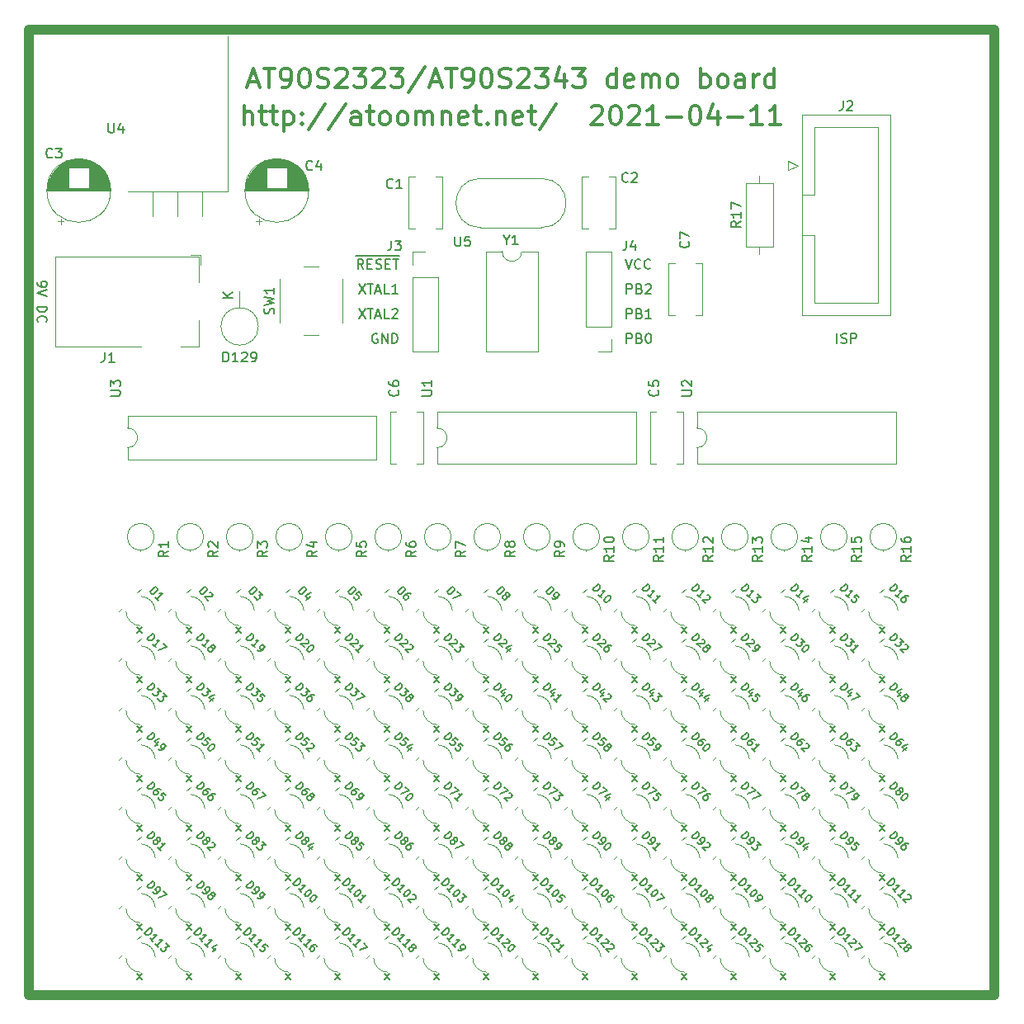
<source format=gto>
G04 #@! TF.GenerationSoftware,KiCad,Pcbnew,(5.1.9)-1*
G04 #@! TF.CreationDate,2021-04-11T14:42:06+02:00*
G04 #@! TF.ProjectId,at90s2323,61743930-7332-4333-9233-2e6b69636164,V1.0*
G04 #@! TF.SameCoordinates,Original*
G04 #@! TF.FileFunction,Legend,Top*
G04 #@! TF.FilePolarity,Positive*
%FSLAX46Y46*%
G04 Gerber Fmt 4.6, Leading zero omitted, Abs format (unit mm)*
G04 Created by KiCad (PCBNEW (5.1.9)-1) date 2021-04-11 14:42:06*
%MOMM*%
%LPD*%
G01*
G04 APERTURE LIST*
%ADD10C,0.300000*%
%ADD11C,0.150000*%
%ADD12C,1.000000*%
%ADD13C,0.120000*%
%ADD14C,0.100000*%
%ADD15C,1.800000*%
%ADD16O,1.600000X1.600000*%
%ADD17C,1.600000*%
%ADD18O,2.400000X2.400000*%
%ADD19R,2.400000X2.400000*%
%ADD20O,1.600000X2.400000*%
%ADD21R,1.600000X2.400000*%
%ADD22R,1.600000X1.600000*%
%ADD23O,1.700000X1.700000*%
%ADD24R,1.700000X1.700000*%
%ADD25C,2.000000*%
%ADD26C,0.800000*%
%ADD27C,6.400000*%
%ADD28C,1.500000*%
%ADD29O,1.905000X2.000000*%
%ADD30R,1.905000X2.000000*%
%ADD31O,3.500000X3.500000*%
%ADD32R,3.500000X3.500000*%
%ADD33C,1.700000*%
G04 APERTURE END LIST*
D10*
X-27476190Y39735238D02*
X-27476190Y41735238D01*
X-26619047Y39735238D02*
X-26619047Y40782857D01*
X-26714285Y40973333D01*
X-26904761Y41068571D01*
X-27190476Y41068571D01*
X-27380952Y40973333D01*
X-27476190Y40878095D01*
X-25952380Y41068571D02*
X-25190476Y41068571D01*
X-25666666Y41735238D02*
X-25666666Y40020952D01*
X-25571428Y39830476D01*
X-25380952Y39735238D01*
X-25190476Y39735238D01*
X-24809523Y41068571D02*
X-24047619Y41068571D01*
X-24523809Y41735238D02*
X-24523809Y40020952D01*
X-24428571Y39830476D01*
X-24238095Y39735238D01*
X-24047619Y39735238D01*
X-23380952Y41068571D02*
X-23380952Y39068571D01*
X-23380952Y40973333D02*
X-23190476Y41068571D01*
X-22809523Y41068571D01*
X-22619047Y40973333D01*
X-22523809Y40878095D01*
X-22428571Y40687619D01*
X-22428571Y40116190D01*
X-22523809Y39925714D01*
X-22619047Y39830476D01*
X-22809523Y39735238D01*
X-23190476Y39735238D01*
X-23380952Y39830476D01*
X-21571428Y39925714D02*
X-21476190Y39830476D01*
X-21571428Y39735238D01*
X-21666666Y39830476D01*
X-21571428Y39925714D01*
X-21571428Y39735238D01*
X-21571428Y40973333D02*
X-21476190Y40878095D01*
X-21571428Y40782857D01*
X-21666666Y40878095D01*
X-21571428Y40973333D01*
X-21571428Y40782857D01*
X-19190476Y41830476D02*
X-20904761Y39259047D01*
X-17095238Y41830476D02*
X-18809523Y39259047D01*
X-15571428Y39735238D02*
X-15571428Y40782857D01*
X-15666666Y40973333D01*
X-15857142Y41068571D01*
X-16238095Y41068571D01*
X-16428571Y40973333D01*
X-15571428Y39830476D02*
X-15761904Y39735238D01*
X-16238095Y39735238D01*
X-16428571Y39830476D01*
X-16523809Y40020952D01*
X-16523809Y40211428D01*
X-16428571Y40401904D01*
X-16238095Y40497142D01*
X-15761904Y40497142D01*
X-15571428Y40592380D01*
X-14904761Y41068571D02*
X-14142857Y41068571D01*
X-14619047Y41735238D02*
X-14619047Y40020952D01*
X-14523809Y39830476D01*
X-14333333Y39735238D01*
X-14142857Y39735238D01*
X-13190476Y39735238D02*
X-13380952Y39830476D01*
X-13476190Y39925714D01*
X-13571428Y40116190D01*
X-13571428Y40687619D01*
X-13476190Y40878095D01*
X-13380952Y40973333D01*
X-13190476Y41068571D01*
X-12904761Y41068571D01*
X-12714285Y40973333D01*
X-12619047Y40878095D01*
X-12523809Y40687619D01*
X-12523809Y40116190D01*
X-12619047Y39925714D01*
X-12714285Y39830476D01*
X-12904761Y39735238D01*
X-13190476Y39735238D01*
X-11380952Y39735238D02*
X-11571428Y39830476D01*
X-11666666Y39925714D01*
X-11761904Y40116190D01*
X-11761904Y40687619D01*
X-11666666Y40878095D01*
X-11571428Y40973333D01*
X-11380952Y41068571D01*
X-11095238Y41068571D01*
X-10904761Y40973333D01*
X-10809523Y40878095D01*
X-10714285Y40687619D01*
X-10714285Y40116190D01*
X-10809523Y39925714D01*
X-10904761Y39830476D01*
X-11095238Y39735238D01*
X-11380952Y39735238D01*
X-9857142Y39735238D02*
X-9857142Y41068571D01*
X-9857142Y40878095D02*
X-9761904Y40973333D01*
X-9571428Y41068571D01*
X-9285714Y41068571D01*
X-9095238Y40973333D01*
X-9000000Y40782857D01*
X-9000000Y39735238D01*
X-9000000Y40782857D02*
X-8904761Y40973333D01*
X-8714285Y41068571D01*
X-8428571Y41068571D01*
X-8238095Y40973333D01*
X-8142857Y40782857D01*
X-8142857Y39735238D01*
X-7190476Y41068571D02*
X-7190476Y39735238D01*
X-7190476Y40878095D02*
X-7095238Y40973333D01*
X-6904761Y41068571D01*
X-6619047Y41068571D01*
X-6428571Y40973333D01*
X-6333333Y40782857D01*
X-6333333Y39735238D01*
X-4619047Y39830476D02*
X-4809523Y39735238D01*
X-5190476Y39735238D01*
X-5380952Y39830476D01*
X-5476190Y40020952D01*
X-5476190Y40782857D01*
X-5380952Y40973333D01*
X-5190476Y41068571D01*
X-4809523Y41068571D01*
X-4619047Y40973333D01*
X-4523809Y40782857D01*
X-4523809Y40592380D01*
X-5476190Y40401904D01*
X-3952380Y41068571D02*
X-3190476Y41068571D01*
X-3666666Y41735238D02*
X-3666666Y40020952D01*
X-3571428Y39830476D01*
X-3380952Y39735238D01*
X-3190476Y39735238D01*
X-2523809Y39925714D02*
X-2428571Y39830476D01*
X-2523809Y39735238D01*
X-2619047Y39830476D01*
X-2523809Y39925714D01*
X-2523809Y39735238D01*
X-1571428Y41068571D02*
X-1571428Y39735238D01*
X-1571428Y40878095D02*
X-1476190Y40973333D01*
X-1285714Y41068571D01*
X-1000000Y41068571D01*
X-809523Y40973333D01*
X-714285Y40782857D01*
X-714285Y39735238D01*
X999999Y39830476D02*
X809523Y39735238D01*
X428571Y39735238D01*
X238095Y39830476D01*
X142857Y40020952D01*
X142857Y40782857D01*
X238095Y40973333D01*
X428571Y41068571D01*
X809523Y41068571D01*
X999999Y40973333D01*
X1095238Y40782857D01*
X1095238Y40592380D01*
X142857Y40401904D01*
X1666666Y41068571D02*
X2428571Y41068571D01*
X1952380Y41735238D02*
X1952380Y40020952D01*
X2047619Y39830476D01*
X2238095Y39735238D01*
X2428571Y39735238D01*
X4523809Y41830476D02*
X2809523Y39259047D01*
X8142857Y41544761D02*
X8238095Y41640000D01*
X8428571Y41735238D01*
X8904761Y41735238D01*
X9095238Y41640000D01*
X9190476Y41544761D01*
X9285714Y41354285D01*
X9285714Y41163809D01*
X9190476Y40878095D01*
X8047619Y39735238D01*
X9285714Y39735238D01*
X10523809Y41735238D02*
X10714285Y41735238D01*
X10904761Y41640000D01*
X10999999Y41544761D01*
X11095238Y41354285D01*
X11190476Y40973333D01*
X11190476Y40497142D01*
X11095238Y40116190D01*
X10999999Y39925714D01*
X10904761Y39830476D01*
X10714285Y39735238D01*
X10523809Y39735238D01*
X10333333Y39830476D01*
X10238095Y39925714D01*
X10142857Y40116190D01*
X10047619Y40497142D01*
X10047619Y40973333D01*
X10142857Y41354285D01*
X10238095Y41544761D01*
X10333333Y41640000D01*
X10523809Y41735238D01*
X11952380Y41544761D02*
X12047619Y41640000D01*
X12238095Y41735238D01*
X12714285Y41735238D01*
X12904761Y41640000D01*
X12999999Y41544761D01*
X13095238Y41354285D01*
X13095238Y41163809D01*
X12999999Y40878095D01*
X11857142Y39735238D01*
X13095238Y39735238D01*
X14999999Y39735238D02*
X13857142Y39735238D01*
X14428571Y39735238D02*
X14428571Y41735238D01*
X14238095Y41449523D01*
X14047619Y41259047D01*
X13857142Y41163809D01*
X15857142Y40497142D02*
X17380952Y40497142D01*
X18714285Y41735238D02*
X18904761Y41735238D01*
X19095238Y41640000D01*
X19190476Y41544761D01*
X19285714Y41354285D01*
X19380952Y40973333D01*
X19380952Y40497142D01*
X19285714Y40116190D01*
X19190476Y39925714D01*
X19095238Y39830476D01*
X18904761Y39735238D01*
X18714285Y39735238D01*
X18523809Y39830476D01*
X18428571Y39925714D01*
X18333333Y40116190D01*
X18238095Y40497142D01*
X18238095Y40973333D01*
X18333333Y41354285D01*
X18428571Y41544761D01*
X18523809Y41640000D01*
X18714285Y41735238D01*
X21095238Y41068571D02*
X21095238Y39735238D01*
X20619047Y41830476D02*
X20142857Y40401904D01*
X21380952Y40401904D01*
X22142857Y40497142D02*
X23666666Y40497142D01*
X25666666Y39735238D02*
X24523809Y39735238D01*
X25095238Y39735238D02*
X25095238Y41735238D01*
X24904761Y41449523D01*
X24714285Y41259047D01*
X24523809Y41163809D01*
X27571428Y39735238D02*
X26428571Y39735238D01*
X26999999Y39735238D02*
X26999999Y41735238D01*
X26809523Y41449523D01*
X26619047Y41259047D01*
X26428571Y41163809D01*
D11*
X33355595Y17327619D02*
X33355595Y18327619D01*
X33784166Y17375238D02*
X33927023Y17327619D01*
X34165119Y17327619D01*
X34260357Y17375238D01*
X34307976Y17422857D01*
X34355595Y17518095D01*
X34355595Y17613333D01*
X34307976Y17708571D01*
X34260357Y17756190D01*
X34165119Y17803809D01*
X33974642Y17851428D01*
X33879404Y17899047D01*
X33831785Y17946666D01*
X33784166Y18041904D01*
X33784166Y18137142D01*
X33831785Y18232380D01*
X33879404Y18280000D01*
X33974642Y18327619D01*
X34212738Y18327619D01*
X34355595Y18280000D01*
X34784166Y17327619D02*
X34784166Y18327619D01*
X35165119Y18327619D01*
X35260357Y18280000D01*
X35307976Y18232380D01*
X35355595Y18137142D01*
X35355595Y17994285D01*
X35307976Y17899047D01*
X35260357Y17851428D01*
X35165119Y17803809D01*
X34784166Y17803809D01*
X-48712380Y23590000D02*
X-48712380Y23399523D01*
X-48664761Y23304285D01*
X-48617142Y23256666D01*
X-48474285Y23161428D01*
X-48283809Y23113809D01*
X-47902857Y23113809D01*
X-47807619Y23161428D01*
X-47760000Y23209047D01*
X-47712380Y23304285D01*
X-47712380Y23494761D01*
X-47760000Y23590000D01*
X-47807619Y23637619D01*
X-47902857Y23685238D01*
X-48140952Y23685238D01*
X-48236190Y23637619D01*
X-48283809Y23590000D01*
X-48331428Y23494761D01*
X-48331428Y23304285D01*
X-48283809Y23209047D01*
X-48236190Y23161428D01*
X-48140952Y23113809D01*
X-47712380Y22828095D02*
X-48712380Y22494761D01*
X-47712380Y22161428D01*
X-48712380Y21066190D02*
X-47712380Y21066190D01*
X-47712380Y20828095D01*
X-47760000Y20685238D01*
X-47855238Y20590000D01*
X-47950476Y20542380D01*
X-48140952Y20494761D01*
X-48283809Y20494761D01*
X-48474285Y20542380D01*
X-48569523Y20590000D01*
X-48664761Y20685238D01*
X-48712380Y20828095D01*
X-48712380Y21066190D01*
X-48617142Y19494761D02*
X-48664761Y19542380D01*
X-48712380Y19685238D01*
X-48712380Y19780476D01*
X-48664761Y19923333D01*
X-48569523Y20018571D01*
X-48474285Y20066190D01*
X-48283809Y20113809D01*
X-48140952Y20113809D01*
X-47950476Y20066190D01*
X-47855238Y20018571D01*
X-47760000Y19923333D01*
X-47712380Y19780476D01*
X-47712380Y19685238D01*
X-47760000Y19542380D01*
X-47807619Y19494761D01*
D12*
X-49530000Y-49530000D02*
X-49530000Y49530000D01*
X49530000Y-49530000D02*
X-49530000Y-49530000D01*
X49530000Y49530000D02*
X49530000Y-49530000D01*
X-49530000Y49530000D02*
X49530000Y49530000D01*
D11*
X11765595Y17327619D02*
X11765595Y18327619D01*
X12146547Y18327619D01*
X12241785Y18280000D01*
X12289404Y18232380D01*
X12337023Y18137142D01*
X12337023Y17994285D01*
X12289404Y17899047D01*
X12241785Y17851428D01*
X12146547Y17803809D01*
X11765595Y17803809D01*
X13098928Y17851428D02*
X13241785Y17803809D01*
X13289404Y17756190D01*
X13337023Y17660952D01*
X13337023Y17518095D01*
X13289404Y17422857D01*
X13241785Y17375238D01*
X13146547Y17327619D01*
X12765595Y17327619D01*
X12765595Y18327619D01*
X13098928Y18327619D01*
X13194166Y18280000D01*
X13241785Y18232380D01*
X13289404Y18137142D01*
X13289404Y18041904D01*
X13241785Y17946666D01*
X13194166Y17899047D01*
X13098928Y17851428D01*
X12765595Y17851428D01*
X13956071Y18327619D02*
X14051309Y18327619D01*
X14146547Y18280000D01*
X14194166Y18232380D01*
X14241785Y18137142D01*
X14289404Y17946666D01*
X14289404Y17708571D01*
X14241785Y17518095D01*
X14194166Y17422857D01*
X14146547Y17375238D01*
X14051309Y17327619D01*
X13956071Y17327619D01*
X13860833Y17375238D01*
X13813214Y17422857D01*
X13765595Y17518095D01*
X13717976Y17708571D01*
X13717976Y17946666D01*
X13765595Y18137142D01*
X13813214Y18232380D01*
X13860833Y18280000D01*
X13956071Y18327619D01*
X11765595Y19867619D02*
X11765595Y20867619D01*
X12146547Y20867619D01*
X12241785Y20820000D01*
X12289404Y20772380D01*
X12337023Y20677142D01*
X12337023Y20534285D01*
X12289404Y20439047D01*
X12241785Y20391428D01*
X12146547Y20343809D01*
X11765595Y20343809D01*
X13098928Y20391428D02*
X13241785Y20343809D01*
X13289404Y20296190D01*
X13337023Y20200952D01*
X13337023Y20058095D01*
X13289404Y19962857D01*
X13241785Y19915238D01*
X13146547Y19867619D01*
X12765595Y19867619D01*
X12765595Y20867619D01*
X13098928Y20867619D01*
X13194166Y20820000D01*
X13241785Y20772380D01*
X13289404Y20677142D01*
X13289404Y20581904D01*
X13241785Y20486666D01*
X13194166Y20439047D01*
X13098928Y20391428D01*
X12765595Y20391428D01*
X14289404Y19867619D02*
X13717976Y19867619D01*
X14003690Y19867619D02*
X14003690Y20867619D01*
X13908452Y20724761D01*
X13813214Y20629523D01*
X13717976Y20581904D01*
X11765595Y22407619D02*
X11765595Y23407619D01*
X12146547Y23407619D01*
X12241785Y23360000D01*
X12289404Y23312380D01*
X12337023Y23217142D01*
X12337023Y23074285D01*
X12289404Y22979047D01*
X12241785Y22931428D01*
X12146547Y22883809D01*
X11765595Y22883809D01*
X13098928Y22931428D02*
X13241785Y22883809D01*
X13289404Y22836190D01*
X13337023Y22740952D01*
X13337023Y22598095D01*
X13289404Y22502857D01*
X13241785Y22455238D01*
X13146547Y22407619D01*
X12765595Y22407619D01*
X12765595Y23407619D01*
X13098928Y23407619D01*
X13194166Y23360000D01*
X13241785Y23312380D01*
X13289404Y23217142D01*
X13289404Y23121904D01*
X13241785Y23026666D01*
X13194166Y22979047D01*
X13098928Y22931428D01*
X12765595Y22931428D01*
X13717976Y23312380D02*
X13765595Y23360000D01*
X13860833Y23407619D01*
X14098928Y23407619D01*
X14194166Y23360000D01*
X14241785Y23312380D01*
X14289404Y23217142D01*
X14289404Y23121904D01*
X14241785Y22979047D01*
X13670357Y22407619D01*
X14289404Y22407619D01*
X11622738Y25947619D02*
X11956071Y24947619D01*
X12289404Y25947619D01*
X13194166Y25042857D02*
X13146547Y24995238D01*
X13003690Y24947619D01*
X12908452Y24947619D01*
X12765595Y24995238D01*
X12670357Y25090476D01*
X12622738Y25185714D01*
X12575119Y25376190D01*
X12575119Y25519047D01*
X12622738Y25709523D01*
X12670357Y25804761D01*
X12765595Y25900000D01*
X12908452Y25947619D01*
X13003690Y25947619D01*
X13146547Y25900000D01*
X13194166Y25852380D01*
X14194166Y25042857D02*
X14146547Y24995238D01*
X14003690Y24947619D01*
X13908452Y24947619D01*
X13765595Y24995238D01*
X13670357Y25090476D01*
X13622738Y25185714D01*
X13575119Y25376190D01*
X13575119Y25519047D01*
X13622738Y25709523D01*
X13670357Y25804761D01*
X13765595Y25900000D01*
X13908452Y25947619D01*
X14003690Y25947619D01*
X14146547Y25900000D01*
X14194166Y25852380D01*
X-13813214Y18280000D02*
X-13908452Y18327619D01*
X-14051309Y18327619D01*
X-14194166Y18280000D01*
X-14289404Y18184761D01*
X-14337023Y18089523D01*
X-14384642Y17899047D01*
X-14384642Y17756190D01*
X-14337023Y17565714D01*
X-14289404Y17470476D01*
X-14194166Y17375238D01*
X-14051309Y17327619D01*
X-13956071Y17327619D01*
X-13813214Y17375238D01*
X-13765595Y17422857D01*
X-13765595Y17756190D01*
X-13956071Y17756190D01*
X-13337023Y17327619D02*
X-13337023Y18327619D01*
X-12765595Y17327619D01*
X-12765595Y18327619D01*
X-12289404Y17327619D02*
X-12289404Y18327619D01*
X-12051309Y18327619D01*
X-11908452Y18280000D01*
X-11813214Y18184761D01*
X-11765595Y18089523D01*
X-11717976Y17899047D01*
X-11717976Y17756190D01*
X-11765595Y17565714D01*
X-11813214Y17470476D01*
X-11908452Y17375238D01*
X-12051309Y17327619D01*
X-12289404Y17327619D01*
X-15717976Y23407619D02*
X-15051309Y22407619D01*
X-15051309Y23407619D02*
X-15717976Y22407619D01*
X-14813214Y23407619D02*
X-14241785Y23407619D01*
X-14527499Y22407619D02*
X-14527499Y23407619D01*
X-13956071Y22693333D02*
X-13479880Y22693333D01*
X-14051309Y22407619D02*
X-13717976Y23407619D01*
X-13384642Y22407619D01*
X-12575119Y22407619D02*
X-13051309Y22407619D01*
X-13051309Y23407619D01*
X-11717976Y22407619D02*
X-12289404Y22407619D01*
X-12003690Y22407619D02*
X-12003690Y23407619D01*
X-12098928Y23264761D01*
X-12194166Y23169523D01*
X-12289404Y23121904D01*
X-15717976Y20867619D02*
X-15051309Y19867619D01*
X-15051309Y20867619D02*
X-15717976Y19867619D01*
X-14813214Y20867619D02*
X-14241785Y20867619D01*
X-14527499Y19867619D02*
X-14527499Y20867619D01*
X-13956071Y20153333D02*
X-13479880Y20153333D01*
X-14051309Y19867619D02*
X-13717976Y20867619D01*
X-13384642Y19867619D01*
X-12575119Y19867619D02*
X-13051309Y19867619D01*
X-13051309Y20867619D01*
X-12289404Y20772380D02*
X-12241785Y20820000D01*
X-12146547Y20867619D01*
X-11908452Y20867619D01*
X-11813214Y20820000D01*
X-11765595Y20772380D01*
X-11717976Y20677142D01*
X-11717976Y20581904D01*
X-11765595Y20439047D01*
X-12337023Y19867619D01*
X-11717976Y19867619D01*
X-16051309Y26315000D02*
X-15051309Y26315000D01*
X-15241785Y24947619D02*
X-15575119Y25423809D01*
X-15813214Y24947619D02*
X-15813214Y25947619D01*
X-15432261Y25947619D01*
X-15337023Y25900000D01*
X-15289404Y25852380D01*
X-15241785Y25757142D01*
X-15241785Y25614285D01*
X-15289404Y25519047D01*
X-15337023Y25471428D01*
X-15432261Y25423809D01*
X-15813214Y25423809D01*
X-15051309Y26315000D02*
X-14146547Y26315000D01*
X-14813214Y25471428D02*
X-14479880Y25471428D01*
X-14337023Y24947619D02*
X-14813214Y24947619D01*
X-14813214Y25947619D01*
X-14337023Y25947619D01*
X-14146547Y26315000D02*
X-13194166Y26315000D01*
X-13956071Y24995238D02*
X-13813214Y24947619D01*
X-13575119Y24947619D01*
X-13479880Y24995238D01*
X-13432261Y25042857D01*
X-13384642Y25138095D01*
X-13384642Y25233333D01*
X-13432261Y25328571D01*
X-13479880Y25376190D01*
X-13575119Y25423809D01*
X-13765595Y25471428D01*
X-13860833Y25519047D01*
X-13908452Y25566666D01*
X-13956071Y25661904D01*
X-13956071Y25757142D01*
X-13908452Y25852380D01*
X-13860833Y25900000D01*
X-13765595Y25947619D01*
X-13527500Y25947619D01*
X-13384642Y25900000D01*
X-13194166Y26315000D02*
X-12289404Y26315000D01*
X-12956071Y25471428D02*
X-12622738Y25471428D01*
X-12479880Y24947619D02*
X-12956071Y24947619D01*
X-12956071Y25947619D01*
X-12479880Y25947619D01*
X-12289404Y26315000D02*
X-11527500Y26315000D01*
X-12194166Y25947619D02*
X-11622738Y25947619D01*
X-11908452Y24947619D02*
X-11908452Y25947619D01*
D10*
X-27000000Y44116666D02*
X-26047619Y44116666D01*
X-27190476Y43545238D02*
X-26523809Y45545238D01*
X-25857142Y43545238D01*
X-25476190Y45545238D02*
X-24333333Y45545238D01*
X-24904761Y43545238D02*
X-24904761Y45545238D01*
X-23571428Y43545238D02*
X-23190476Y43545238D01*
X-23000000Y43640476D01*
X-22904761Y43735714D01*
X-22714285Y44021428D01*
X-22619047Y44402380D01*
X-22619047Y45164285D01*
X-22714285Y45354761D01*
X-22809523Y45450000D01*
X-23000000Y45545238D01*
X-23380952Y45545238D01*
X-23571428Y45450000D01*
X-23666666Y45354761D01*
X-23761904Y45164285D01*
X-23761904Y44688095D01*
X-23666666Y44497619D01*
X-23571428Y44402380D01*
X-23380952Y44307142D01*
X-23000000Y44307142D01*
X-22809523Y44402380D01*
X-22714285Y44497619D01*
X-22619047Y44688095D01*
X-21380952Y45545238D02*
X-21190476Y45545238D01*
X-21000000Y45450000D01*
X-20904761Y45354761D01*
X-20809523Y45164285D01*
X-20714285Y44783333D01*
X-20714285Y44307142D01*
X-20809523Y43926190D01*
X-20904761Y43735714D01*
X-21000000Y43640476D01*
X-21190476Y43545238D01*
X-21380952Y43545238D01*
X-21571428Y43640476D01*
X-21666666Y43735714D01*
X-21761904Y43926190D01*
X-21857142Y44307142D01*
X-21857142Y44783333D01*
X-21761904Y45164285D01*
X-21666666Y45354761D01*
X-21571428Y45450000D01*
X-21380952Y45545238D01*
X-19952380Y43640476D02*
X-19666666Y43545238D01*
X-19190476Y43545238D01*
X-19000000Y43640476D01*
X-18904761Y43735714D01*
X-18809523Y43926190D01*
X-18809523Y44116666D01*
X-18904761Y44307142D01*
X-19000000Y44402380D01*
X-19190476Y44497619D01*
X-19571428Y44592857D01*
X-19761904Y44688095D01*
X-19857142Y44783333D01*
X-19952380Y44973809D01*
X-19952380Y45164285D01*
X-19857142Y45354761D01*
X-19761904Y45450000D01*
X-19571428Y45545238D01*
X-19095238Y45545238D01*
X-18809523Y45450000D01*
X-18047619Y45354761D02*
X-17952380Y45450000D01*
X-17761904Y45545238D01*
X-17285714Y45545238D01*
X-17095238Y45450000D01*
X-17000000Y45354761D01*
X-16904761Y45164285D01*
X-16904761Y44973809D01*
X-17000000Y44688095D01*
X-18142857Y43545238D01*
X-16904761Y43545238D01*
X-16238095Y45545238D02*
X-15000000Y45545238D01*
X-15666666Y44783333D01*
X-15380952Y44783333D01*
X-15190476Y44688095D01*
X-15095238Y44592857D01*
X-15000000Y44402380D01*
X-15000000Y43926190D01*
X-15095238Y43735714D01*
X-15190476Y43640476D01*
X-15380952Y43545238D01*
X-15952380Y43545238D01*
X-16142857Y43640476D01*
X-16238095Y43735714D01*
X-14238095Y45354761D02*
X-14142857Y45450000D01*
X-13952380Y45545238D01*
X-13476190Y45545238D01*
X-13285714Y45450000D01*
X-13190476Y45354761D01*
X-13095238Y45164285D01*
X-13095238Y44973809D01*
X-13190476Y44688095D01*
X-14333333Y43545238D01*
X-13095238Y43545238D01*
X-12428571Y45545238D02*
X-11190476Y45545238D01*
X-11857142Y44783333D01*
X-11571428Y44783333D01*
X-11380952Y44688095D01*
X-11285714Y44592857D01*
X-11190476Y44402380D01*
X-11190476Y43926190D01*
X-11285714Y43735714D01*
X-11380952Y43640476D01*
X-11571428Y43545238D01*
X-12142857Y43545238D01*
X-12333333Y43640476D01*
X-12428571Y43735714D01*
X-8904761Y45640476D02*
X-10619047Y43069047D01*
X-8333333Y44116666D02*
X-7380952Y44116666D01*
X-8523809Y43545238D02*
X-7857142Y45545238D01*
X-7190476Y43545238D01*
X-6809523Y45545238D02*
X-5666666Y45545238D01*
X-6238095Y43545238D02*
X-6238095Y45545238D01*
X-4904761Y43545238D02*
X-4523809Y43545238D01*
X-4333333Y43640476D01*
X-4238095Y43735714D01*
X-4047619Y44021428D01*
X-3952380Y44402380D01*
X-3952380Y45164285D01*
X-4047619Y45354761D01*
X-4142857Y45450000D01*
X-4333333Y45545238D01*
X-4714285Y45545238D01*
X-4904761Y45450000D01*
X-5000000Y45354761D01*
X-5095238Y45164285D01*
X-5095238Y44688095D01*
X-5000000Y44497619D01*
X-4904761Y44402380D01*
X-4714285Y44307142D01*
X-4333333Y44307142D01*
X-4142857Y44402380D01*
X-4047619Y44497619D01*
X-3952380Y44688095D01*
X-2714285Y45545238D02*
X-2523809Y45545238D01*
X-2333333Y45450000D01*
X-2238095Y45354761D01*
X-2142857Y45164285D01*
X-2047619Y44783333D01*
X-2047619Y44307142D01*
X-2142857Y43926190D01*
X-2238095Y43735714D01*
X-2333333Y43640476D01*
X-2523809Y43545238D01*
X-2714285Y43545238D01*
X-2904761Y43640476D01*
X-3000000Y43735714D01*
X-3095238Y43926190D01*
X-3190476Y44307142D01*
X-3190476Y44783333D01*
X-3095238Y45164285D01*
X-3000000Y45354761D01*
X-2904761Y45450000D01*
X-2714285Y45545238D01*
X-1285714Y43640476D02*
X-1000000Y43545238D01*
X-523809Y43545238D01*
X-333333Y43640476D01*
X-238095Y43735714D01*
X-142857Y43926190D01*
X-142857Y44116666D01*
X-238095Y44307142D01*
X-333333Y44402380D01*
X-523809Y44497619D01*
X-904761Y44592857D01*
X-1095238Y44688095D01*
X-1190476Y44783333D01*
X-1285714Y44973809D01*
X-1285714Y45164285D01*
X-1190476Y45354761D01*
X-1095238Y45450000D01*
X-904761Y45545238D01*
X-428571Y45545238D01*
X-142857Y45450000D01*
X619047Y45354761D02*
X714285Y45450000D01*
X904761Y45545238D01*
X1380952Y45545238D01*
X1571428Y45450000D01*
X1666666Y45354761D01*
X1761904Y45164285D01*
X1761904Y44973809D01*
X1666666Y44688095D01*
X523809Y43545238D01*
X1761904Y43545238D01*
X2428571Y45545238D02*
X3666666Y45545238D01*
X2999999Y44783333D01*
X3285714Y44783333D01*
X3476190Y44688095D01*
X3571428Y44592857D01*
X3666666Y44402380D01*
X3666666Y43926190D01*
X3571428Y43735714D01*
X3476190Y43640476D01*
X3285714Y43545238D01*
X2714285Y43545238D01*
X2523809Y43640476D01*
X2428571Y43735714D01*
X5380952Y44878571D02*
X5380952Y43545238D01*
X4904761Y45640476D02*
X4428571Y44211904D01*
X5666666Y44211904D01*
X6238095Y45545238D02*
X7476190Y45545238D01*
X6809523Y44783333D01*
X7095238Y44783333D01*
X7285714Y44688095D01*
X7380952Y44592857D01*
X7476190Y44402380D01*
X7476190Y43926190D01*
X7380952Y43735714D01*
X7285714Y43640476D01*
X7095238Y43545238D01*
X6523809Y43545238D01*
X6333333Y43640476D01*
X6238095Y43735714D01*
X10714285Y43545238D02*
X10714285Y45545238D01*
X10714285Y43640476D02*
X10523809Y43545238D01*
X10142857Y43545238D01*
X9952380Y43640476D01*
X9857142Y43735714D01*
X9761904Y43926190D01*
X9761904Y44497619D01*
X9857142Y44688095D01*
X9952380Y44783333D01*
X10142857Y44878571D01*
X10523809Y44878571D01*
X10714285Y44783333D01*
X12428571Y43640476D02*
X12238095Y43545238D01*
X11857142Y43545238D01*
X11666666Y43640476D01*
X11571428Y43830952D01*
X11571428Y44592857D01*
X11666666Y44783333D01*
X11857142Y44878571D01*
X12238095Y44878571D01*
X12428571Y44783333D01*
X12523809Y44592857D01*
X12523809Y44402380D01*
X11571428Y44211904D01*
X13380952Y43545238D02*
X13380952Y44878571D01*
X13380952Y44688095D02*
X13476190Y44783333D01*
X13666666Y44878571D01*
X13952380Y44878571D01*
X14142857Y44783333D01*
X14238095Y44592857D01*
X14238095Y43545238D01*
X14238095Y44592857D02*
X14333333Y44783333D01*
X14523809Y44878571D01*
X14809523Y44878571D01*
X14999999Y44783333D01*
X15095238Y44592857D01*
X15095238Y43545238D01*
X16333333Y43545238D02*
X16142857Y43640476D01*
X16047619Y43735714D01*
X15952380Y43926190D01*
X15952380Y44497619D01*
X16047619Y44688095D01*
X16142857Y44783333D01*
X16333333Y44878571D01*
X16619047Y44878571D01*
X16809523Y44783333D01*
X16904761Y44688095D01*
X16999999Y44497619D01*
X16999999Y43926190D01*
X16904761Y43735714D01*
X16809523Y43640476D01*
X16619047Y43545238D01*
X16333333Y43545238D01*
X19380952Y43545238D02*
X19380952Y45545238D01*
X19380952Y44783333D02*
X19571428Y44878571D01*
X19952380Y44878571D01*
X20142857Y44783333D01*
X20238095Y44688095D01*
X20333333Y44497619D01*
X20333333Y43926190D01*
X20238095Y43735714D01*
X20142857Y43640476D01*
X19952380Y43545238D01*
X19571428Y43545238D01*
X19380952Y43640476D01*
X21476190Y43545238D02*
X21285714Y43640476D01*
X21190476Y43735714D01*
X21095238Y43926190D01*
X21095238Y44497619D01*
X21190476Y44688095D01*
X21285714Y44783333D01*
X21476190Y44878571D01*
X21761904Y44878571D01*
X21952380Y44783333D01*
X22047619Y44688095D01*
X22142857Y44497619D01*
X22142857Y43926190D01*
X22047619Y43735714D01*
X21952380Y43640476D01*
X21761904Y43545238D01*
X21476190Y43545238D01*
X23857142Y43545238D02*
X23857142Y44592857D01*
X23761904Y44783333D01*
X23571428Y44878571D01*
X23190476Y44878571D01*
X22999999Y44783333D01*
X23857142Y43640476D02*
X23666666Y43545238D01*
X23190476Y43545238D01*
X22999999Y43640476D01*
X22904761Y43830952D01*
X22904761Y44021428D01*
X22999999Y44211904D01*
X23190476Y44307142D01*
X23666666Y44307142D01*
X23857142Y44402380D01*
X24809523Y43545238D02*
X24809523Y44878571D01*
X24809523Y44497619D02*
X24904761Y44688095D01*
X24999999Y44783333D01*
X25190476Y44878571D01*
X25380952Y44878571D01*
X26904761Y43545238D02*
X26904761Y45545238D01*
X26904761Y43640476D02*
X26714285Y43545238D01*
X26333333Y43545238D01*
X26142857Y43640476D01*
X26047619Y43735714D01*
X25952380Y43926190D01*
X25952380Y44497619D01*
X26047619Y44688095D01*
X26142857Y44783333D01*
X26333333Y44878571D01*
X26714285Y44878571D01*
X26904761Y44783333D01*
D13*
X38072630Y-47219750D02*
G75*
G02*
X36600254Y-45747605I27370J1499750D01*
G01*
X39599750Y-45692630D02*
G75*
G03*
X38127605Y-44220254I-1499750J-27370D01*
G01*
X36233238Y-45380589D02*
X35829480Y-45784347D01*
X38164347Y-43449480D02*
X37760589Y-43853238D01*
X32992630Y-47219750D02*
G75*
G02*
X31520254Y-45747605I27370J1499750D01*
G01*
X34519750Y-45692630D02*
G75*
G03*
X33047605Y-44220254I-1499750J-27370D01*
G01*
X31153238Y-45380589D02*
X30749480Y-45784347D01*
X33084347Y-43449480D02*
X32680589Y-43853238D01*
X27912630Y-47219750D02*
G75*
G02*
X26440254Y-45747605I27370J1499750D01*
G01*
X29439750Y-45692630D02*
G75*
G03*
X27967605Y-44220254I-1499750J-27370D01*
G01*
X26073238Y-45380589D02*
X25669480Y-45784347D01*
X28004347Y-43449480D02*
X27600589Y-43853238D01*
X22832630Y-47219750D02*
G75*
G02*
X21360254Y-45747605I27370J1499750D01*
G01*
X24359750Y-45692630D02*
G75*
G03*
X22887605Y-44220254I-1499750J-27370D01*
G01*
X20993238Y-45380589D02*
X20589480Y-45784347D01*
X22924347Y-43449480D02*
X22520589Y-43853238D01*
X17752630Y-47219750D02*
G75*
G02*
X16280254Y-45747605I27370J1499750D01*
G01*
X19279750Y-45692630D02*
G75*
G03*
X17807605Y-44220254I-1499750J-27370D01*
G01*
X15913238Y-45380589D02*
X15509480Y-45784347D01*
X17844347Y-43449480D02*
X17440589Y-43853238D01*
X12672630Y-47219750D02*
G75*
G02*
X11200254Y-45747605I27370J1499750D01*
G01*
X14199750Y-45692630D02*
G75*
G03*
X12727605Y-44220254I-1499750J-27370D01*
G01*
X10833238Y-45380589D02*
X10429480Y-45784347D01*
X12764347Y-43449480D02*
X12360589Y-43853238D01*
X7592630Y-47219750D02*
G75*
G02*
X6120254Y-45747605I27370J1499750D01*
G01*
X9119750Y-45692630D02*
G75*
G03*
X7647605Y-44220254I-1499750J-27370D01*
G01*
X5753238Y-45380589D02*
X5349480Y-45784347D01*
X7684347Y-43449480D02*
X7280589Y-43853238D01*
X2512630Y-47219750D02*
G75*
G02*
X1040254Y-45747605I27370J1499750D01*
G01*
X4039750Y-45692630D02*
G75*
G03*
X2567605Y-44220254I-1499750J-27370D01*
G01*
X673238Y-45380589D02*
X269480Y-45784347D01*
X2604347Y-43449480D02*
X2200589Y-43853238D01*
X-2567370Y-47219750D02*
G75*
G02*
X-4039746Y-45747605I27370J1499750D01*
G01*
X-1040250Y-45692630D02*
G75*
G03*
X-2512395Y-44220254I-1499750J-27370D01*
G01*
X-4406762Y-45380589D02*
X-4810520Y-45784347D01*
X-2475653Y-43449480D02*
X-2879411Y-43853238D01*
X-7647370Y-47219750D02*
G75*
G02*
X-9119746Y-45747605I27370J1499750D01*
G01*
X-6120250Y-45692630D02*
G75*
G03*
X-7592395Y-44220254I-1499750J-27370D01*
G01*
X-9486762Y-45380589D02*
X-9890520Y-45784347D01*
X-7555653Y-43449480D02*
X-7959411Y-43853238D01*
X-12727370Y-47219750D02*
G75*
G02*
X-14199746Y-45747605I27370J1499750D01*
G01*
X-11200250Y-45692630D02*
G75*
G03*
X-12672395Y-44220254I-1499750J-27370D01*
G01*
X-14566762Y-45380589D02*
X-14970520Y-45784347D01*
X-12635653Y-43449480D02*
X-13039411Y-43853238D01*
X-17807370Y-47219750D02*
G75*
G02*
X-19279746Y-45747605I27370J1499750D01*
G01*
X-16280250Y-45692630D02*
G75*
G03*
X-17752395Y-44220254I-1499750J-27370D01*
G01*
X-19646762Y-45380589D02*
X-20050520Y-45784347D01*
X-17715653Y-43449480D02*
X-18119411Y-43853238D01*
X-22887370Y-47219750D02*
G75*
G02*
X-24359746Y-45747605I27370J1499750D01*
G01*
X-21360250Y-45692630D02*
G75*
G03*
X-22832395Y-44220254I-1499750J-27370D01*
G01*
X-24726762Y-45380589D02*
X-25130520Y-45784347D01*
X-22795653Y-43449480D02*
X-23199411Y-43853238D01*
X-27967370Y-47219750D02*
G75*
G02*
X-29439746Y-45747605I27370J1499750D01*
G01*
X-26440250Y-45692630D02*
G75*
G03*
X-27912395Y-44220254I-1499750J-27370D01*
G01*
X-29806762Y-45380589D02*
X-30210520Y-45784347D01*
X-27875653Y-43449480D02*
X-28279411Y-43853238D01*
X-33047370Y-47219750D02*
G75*
G02*
X-34519746Y-45747605I27370J1499750D01*
G01*
X-31520250Y-45692630D02*
G75*
G03*
X-32992395Y-44220254I-1499750J-27370D01*
G01*
X-34886762Y-45380589D02*
X-35290520Y-45784347D01*
X-32955653Y-43449480D02*
X-33359411Y-43853238D01*
X-38127370Y-47219750D02*
G75*
G02*
X-39599746Y-45747605I27370J1499750D01*
G01*
X-36600250Y-45692630D02*
G75*
G03*
X-38072395Y-44220254I-1499750J-27370D01*
G01*
X-39966762Y-45380589D02*
X-40370520Y-45784347D01*
X-38035653Y-43449480D02*
X-38439411Y-43853238D01*
X38072630Y-42139750D02*
G75*
G02*
X36600254Y-40667605I27370J1499750D01*
G01*
X39599750Y-40612630D02*
G75*
G03*
X38127605Y-39140254I-1499750J-27370D01*
G01*
X36233238Y-40300589D02*
X35829480Y-40704347D01*
X38164347Y-38369480D02*
X37760589Y-38773238D01*
X32992630Y-42139750D02*
G75*
G02*
X31520254Y-40667605I27370J1499750D01*
G01*
X34519750Y-40612630D02*
G75*
G03*
X33047605Y-39140254I-1499750J-27370D01*
G01*
X31153238Y-40300589D02*
X30749480Y-40704347D01*
X33084347Y-38369480D02*
X32680589Y-38773238D01*
X27912630Y-42139750D02*
G75*
G02*
X26440254Y-40667605I27370J1499750D01*
G01*
X29439750Y-40612630D02*
G75*
G03*
X27967605Y-39140254I-1499750J-27370D01*
G01*
X26073238Y-40300589D02*
X25669480Y-40704347D01*
X28004347Y-38369480D02*
X27600589Y-38773238D01*
X22832630Y-42139750D02*
G75*
G02*
X21360254Y-40667605I27370J1499750D01*
G01*
X24359750Y-40612630D02*
G75*
G03*
X22887605Y-39140254I-1499750J-27370D01*
G01*
X20993238Y-40300589D02*
X20589480Y-40704347D01*
X22924347Y-38369480D02*
X22520589Y-38773238D01*
X17752630Y-42139750D02*
G75*
G02*
X16280254Y-40667605I27370J1499750D01*
G01*
X19279750Y-40612630D02*
G75*
G03*
X17807605Y-39140254I-1499750J-27370D01*
G01*
X15913238Y-40300589D02*
X15509480Y-40704347D01*
X17844347Y-38369480D02*
X17440589Y-38773238D01*
X12672630Y-42139750D02*
G75*
G02*
X11200254Y-40667605I27370J1499750D01*
G01*
X14199750Y-40612630D02*
G75*
G03*
X12727605Y-39140254I-1499750J-27370D01*
G01*
X10833238Y-40300589D02*
X10429480Y-40704347D01*
X12764347Y-38369480D02*
X12360589Y-38773238D01*
X7592630Y-42139750D02*
G75*
G02*
X6120254Y-40667605I27370J1499750D01*
G01*
X9119750Y-40612630D02*
G75*
G03*
X7647605Y-39140254I-1499750J-27370D01*
G01*
X5753238Y-40300589D02*
X5349480Y-40704347D01*
X7684347Y-38369480D02*
X7280589Y-38773238D01*
X2512630Y-42139750D02*
G75*
G02*
X1040254Y-40667605I27370J1499750D01*
G01*
X4039750Y-40612630D02*
G75*
G03*
X2567605Y-39140254I-1499750J-27370D01*
G01*
X673238Y-40300589D02*
X269480Y-40704347D01*
X2604347Y-38369480D02*
X2200589Y-38773238D01*
X-2567370Y-42139750D02*
G75*
G02*
X-4039746Y-40667605I27370J1499750D01*
G01*
X-1040250Y-40612630D02*
G75*
G03*
X-2512395Y-39140254I-1499750J-27370D01*
G01*
X-4406762Y-40300589D02*
X-4810520Y-40704347D01*
X-2475653Y-38369480D02*
X-2879411Y-38773238D01*
X-7647370Y-42139750D02*
G75*
G02*
X-9119746Y-40667605I27370J1499750D01*
G01*
X-6120250Y-40612630D02*
G75*
G03*
X-7592395Y-39140254I-1499750J-27370D01*
G01*
X-9486762Y-40300589D02*
X-9890520Y-40704347D01*
X-7555653Y-38369480D02*
X-7959411Y-38773238D01*
X-12727370Y-42139750D02*
G75*
G02*
X-14199746Y-40667605I27370J1499750D01*
G01*
X-11200250Y-40612630D02*
G75*
G03*
X-12672395Y-39140254I-1499750J-27370D01*
G01*
X-14566762Y-40300589D02*
X-14970520Y-40704347D01*
X-12635653Y-38369480D02*
X-13039411Y-38773238D01*
X-17807370Y-42139750D02*
G75*
G02*
X-19279746Y-40667605I27370J1499750D01*
G01*
X-16280250Y-40612630D02*
G75*
G03*
X-17752395Y-39140254I-1499750J-27370D01*
G01*
X-19646762Y-40300589D02*
X-20050520Y-40704347D01*
X-17715653Y-38369480D02*
X-18119411Y-38773238D01*
X-22887370Y-42139750D02*
G75*
G02*
X-24359746Y-40667605I27370J1499750D01*
G01*
X-21360250Y-40612630D02*
G75*
G03*
X-22832395Y-39140254I-1499750J-27370D01*
G01*
X-24726762Y-40300589D02*
X-25130520Y-40704347D01*
X-22795653Y-38369480D02*
X-23199411Y-38773238D01*
X-27967370Y-42139750D02*
G75*
G02*
X-29439746Y-40667605I27370J1499750D01*
G01*
X-26440250Y-40612630D02*
G75*
G03*
X-27912395Y-39140254I-1499750J-27370D01*
G01*
X-29806762Y-40300589D02*
X-30210520Y-40704347D01*
X-27875653Y-38369480D02*
X-28279411Y-38773238D01*
X-33047370Y-42139750D02*
G75*
G02*
X-34519746Y-40667605I27370J1499750D01*
G01*
X-31520250Y-40612630D02*
G75*
G03*
X-32992395Y-39140254I-1499750J-27370D01*
G01*
X-34886762Y-40300589D02*
X-35290520Y-40704347D01*
X-32955653Y-38369480D02*
X-33359411Y-38773238D01*
X-38127370Y-42139750D02*
G75*
G02*
X-39599746Y-40667605I27370J1499750D01*
G01*
X-36600250Y-40612630D02*
G75*
G03*
X-38072395Y-39140254I-1499750J-27370D01*
G01*
X-39966762Y-40300589D02*
X-40370520Y-40704347D01*
X-38035653Y-38369480D02*
X-38439411Y-38773238D01*
X38072630Y-37059750D02*
G75*
G02*
X36600254Y-35587605I27370J1499750D01*
G01*
X39599750Y-35532630D02*
G75*
G03*
X38127605Y-34060254I-1499750J-27370D01*
G01*
X36233238Y-35220589D02*
X35829480Y-35624347D01*
X38164347Y-33289480D02*
X37760589Y-33693238D01*
X32992630Y-37059750D02*
G75*
G02*
X31520254Y-35587605I27370J1499750D01*
G01*
X34519750Y-35532630D02*
G75*
G03*
X33047605Y-34060254I-1499750J-27370D01*
G01*
X31153238Y-35220589D02*
X30749480Y-35624347D01*
X33084347Y-33289480D02*
X32680589Y-33693238D01*
X27912630Y-37059750D02*
G75*
G02*
X26440254Y-35587605I27370J1499750D01*
G01*
X29439750Y-35532630D02*
G75*
G03*
X27967605Y-34060254I-1499750J-27370D01*
G01*
X26073238Y-35220589D02*
X25669480Y-35624347D01*
X28004347Y-33289480D02*
X27600589Y-33693238D01*
X22832630Y-37059750D02*
G75*
G02*
X21360254Y-35587605I27370J1499750D01*
G01*
X24359750Y-35532630D02*
G75*
G03*
X22887605Y-34060254I-1499750J-27370D01*
G01*
X20993238Y-35220589D02*
X20589480Y-35624347D01*
X22924347Y-33289480D02*
X22520589Y-33693238D01*
X17752630Y-37059750D02*
G75*
G02*
X16280254Y-35587605I27370J1499750D01*
G01*
X19279750Y-35532630D02*
G75*
G03*
X17807605Y-34060254I-1499750J-27370D01*
G01*
X15913238Y-35220589D02*
X15509480Y-35624347D01*
X17844347Y-33289480D02*
X17440589Y-33693238D01*
X12672630Y-37059750D02*
G75*
G02*
X11200254Y-35587605I27370J1499750D01*
G01*
X14199750Y-35532630D02*
G75*
G03*
X12727605Y-34060254I-1499750J-27370D01*
G01*
X10833238Y-35220589D02*
X10429480Y-35624347D01*
X12764347Y-33289480D02*
X12360589Y-33693238D01*
X7592630Y-37059750D02*
G75*
G02*
X6120254Y-35587605I27370J1499750D01*
G01*
X9119750Y-35532630D02*
G75*
G03*
X7647605Y-34060254I-1499750J-27370D01*
G01*
X5753238Y-35220589D02*
X5349480Y-35624347D01*
X7684347Y-33289480D02*
X7280589Y-33693238D01*
X2512630Y-37059750D02*
G75*
G02*
X1040254Y-35587605I27370J1499750D01*
G01*
X4039750Y-35532630D02*
G75*
G03*
X2567605Y-34060254I-1499750J-27370D01*
G01*
X673238Y-35220589D02*
X269480Y-35624347D01*
X2604347Y-33289480D02*
X2200589Y-33693238D01*
X-2567370Y-37059750D02*
G75*
G02*
X-4039746Y-35587605I27370J1499750D01*
G01*
X-1040250Y-35532630D02*
G75*
G03*
X-2512395Y-34060254I-1499750J-27370D01*
G01*
X-4406762Y-35220589D02*
X-4810520Y-35624347D01*
X-2475653Y-33289480D02*
X-2879411Y-33693238D01*
X-7647370Y-37059750D02*
G75*
G02*
X-9119746Y-35587605I27370J1499750D01*
G01*
X-6120250Y-35532630D02*
G75*
G03*
X-7592395Y-34060254I-1499750J-27370D01*
G01*
X-9486762Y-35220589D02*
X-9890520Y-35624347D01*
X-7555653Y-33289480D02*
X-7959411Y-33693238D01*
X-12727370Y-37059750D02*
G75*
G02*
X-14199746Y-35587605I27370J1499750D01*
G01*
X-11200250Y-35532630D02*
G75*
G03*
X-12672395Y-34060254I-1499750J-27370D01*
G01*
X-14566762Y-35220589D02*
X-14970520Y-35624347D01*
X-12635653Y-33289480D02*
X-13039411Y-33693238D01*
X-17807370Y-37059750D02*
G75*
G02*
X-19279746Y-35587605I27370J1499750D01*
G01*
X-16280250Y-35532630D02*
G75*
G03*
X-17752395Y-34060254I-1499750J-27370D01*
G01*
X-19646762Y-35220589D02*
X-20050520Y-35624347D01*
X-17715653Y-33289480D02*
X-18119411Y-33693238D01*
X-22887370Y-37059750D02*
G75*
G02*
X-24359746Y-35587605I27370J1499750D01*
G01*
X-21360250Y-35532630D02*
G75*
G03*
X-22832395Y-34060254I-1499750J-27370D01*
G01*
X-24726762Y-35220589D02*
X-25130520Y-35624347D01*
X-22795653Y-33289480D02*
X-23199411Y-33693238D01*
X-27967370Y-37059750D02*
G75*
G02*
X-29439746Y-35587605I27370J1499750D01*
G01*
X-26440250Y-35532630D02*
G75*
G03*
X-27912395Y-34060254I-1499750J-27370D01*
G01*
X-29806762Y-35220589D02*
X-30210520Y-35624347D01*
X-27875653Y-33289480D02*
X-28279411Y-33693238D01*
X-33047370Y-37059750D02*
G75*
G02*
X-34519746Y-35587605I27370J1499750D01*
G01*
X-31520250Y-35532630D02*
G75*
G03*
X-32992395Y-34060254I-1499750J-27370D01*
G01*
X-34886762Y-35220589D02*
X-35290520Y-35624347D01*
X-32955653Y-33289480D02*
X-33359411Y-33693238D01*
X-38127370Y-37059750D02*
G75*
G02*
X-39599746Y-35587605I27370J1499750D01*
G01*
X-36600250Y-35532630D02*
G75*
G03*
X-38072395Y-34060254I-1499750J-27370D01*
G01*
X-39966762Y-35220589D02*
X-40370520Y-35624347D01*
X-38035653Y-33289480D02*
X-38439411Y-33693238D01*
X38072630Y-31979750D02*
G75*
G02*
X36600254Y-30507605I27370J1499750D01*
G01*
X39599750Y-30452630D02*
G75*
G03*
X38127605Y-28980254I-1499750J-27370D01*
G01*
X36233238Y-30140589D02*
X35829480Y-30544347D01*
X38164347Y-28209480D02*
X37760589Y-28613238D01*
X32992630Y-31979750D02*
G75*
G02*
X31520254Y-30507605I27370J1499750D01*
G01*
X34519750Y-30452630D02*
G75*
G03*
X33047605Y-28980254I-1499750J-27370D01*
G01*
X31153238Y-30140589D02*
X30749480Y-30544347D01*
X33084347Y-28209480D02*
X32680589Y-28613238D01*
X27912630Y-31979750D02*
G75*
G02*
X26440254Y-30507605I27370J1499750D01*
G01*
X29439750Y-30452630D02*
G75*
G03*
X27967605Y-28980254I-1499750J-27370D01*
G01*
X26073238Y-30140589D02*
X25669480Y-30544347D01*
X28004347Y-28209480D02*
X27600589Y-28613238D01*
X22832630Y-31979750D02*
G75*
G02*
X21360254Y-30507605I27370J1499750D01*
G01*
X24359750Y-30452630D02*
G75*
G03*
X22887605Y-28980254I-1499750J-27370D01*
G01*
X20993238Y-30140589D02*
X20589480Y-30544347D01*
X22924347Y-28209480D02*
X22520589Y-28613238D01*
X17752630Y-31979750D02*
G75*
G02*
X16280254Y-30507605I27370J1499750D01*
G01*
X19279750Y-30452630D02*
G75*
G03*
X17807605Y-28980254I-1499750J-27370D01*
G01*
X15913238Y-30140589D02*
X15509480Y-30544347D01*
X17844347Y-28209480D02*
X17440589Y-28613238D01*
X12672630Y-31979750D02*
G75*
G02*
X11200254Y-30507605I27370J1499750D01*
G01*
X14199750Y-30452630D02*
G75*
G03*
X12727605Y-28980254I-1499750J-27370D01*
G01*
X10833238Y-30140589D02*
X10429480Y-30544347D01*
X12764347Y-28209480D02*
X12360589Y-28613238D01*
X7592630Y-31979750D02*
G75*
G02*
X6120254Y-30507605I27370J1499750D01*
G01*
X9119750Y-30452630D02*
G75*
G03*
X7647605Y-28980254I-1499750J-27370D01*
G01*
X5753238Y-30140589D02*
X5349480Y-30544347D01*
X7684347Y-28209480D02*
X7280589Y-28613238D01*
X2512630Y-31979750D02*
G75*
G02*
X1040254Y-30507605I27370J1499750D01*
G01*
X4039750Y-30452630D02*
G75*
G03*
X2567605Y-28980254I-1499750J-27370D01*
G01*
X673238Y-30140589D02*
X269480Y-30544347D01*
X2604347Y-28209480D02*
X2200589Y-28613238D01*
X-2567370Y-31979750D02*
G75*
G02*
X-4039746Y-30507605I27370J1499750D01*
G01*
X-1040250Y-30452630D02*
G75*
G03*
X-2512395Y-28980254I-1499750J-27370D01*
G01*
X-4406762Y-30140589D02*
X-4810520Y-30544347D01*
X-2475653Y-28209480D02*
X-2879411Y-28613238D01*
X-7647370Y-31979750D02*
G75*
G02*
X-9119746Y-30507605I27370J1499750D01*
G01*
X-6120250Y-30452630D02*
G75*
G03*
X-7592395Y-28980254I-1499750J-27370D01*
G01*
X-9486762Y-30140589D02*
X-9890520Y-30544347D01*
X-7555653Y-28209480D02*
X-7959411Y-28613238D01*
X-12727370Y-31979750D02*
G75*
G02*
X-14199746Y-30507605I27370J1499750D01*
G01*
X-11200250Y-30452630D02*
G75*
G03*
X-12672395Y-28980254I-1499750J-27370D01*
G01*
X-14566762Y-30140589D02*
X-14970520Y-30544347D01*
X-12635653Y-28209480D02*
X-13039411Y-28613238D01*
X-17807370Y-31979750D02*
G75*
G02*
X-19279746Y-30507605I27370J1499750D01*
G01*
X-16280250Y-30452630D02*
G75*
G03*
X-17752395Y-28980254I-1499750J-27370D01*
G01*
X-19646762Y-30140589D02*
X-20050520Y-30544347D01*
X-17715653Y-28209480D02*
X-18119411Y-28613238D01*
X-22887370Y-31979750D02*
G75*
G02*
X-24359746Y-30507605I27370J1499750D01*
G01*
X-21360250Y-30452630D02*
G75*
G03*
X-22832395Y-28980254I-1499750J-27370D01*
G01*
X-24726762Y-30140589D02*
X-25130520Y-30544347D01*
X-22795653Y-28209480D02*
X-23199411Y-28613238D01*
X-27967370Y-31979750D02*
G75*
G02*
X-29439746Y-30507605I27370J1499750D01*
G01*
X-26440250Y-30452630D02*
G75*
G03*
X-27912395Y-28980254I-1499750J-27370D01*
G01*
X-29806762Y-30140589D02*
X-30210520Y-30544347D01*
X-27875653Y-28209480D02*
X-28279411Y-28613238D01*
X-33047370Y-31979750D02*
G75*
G02*
X-34519746Y-30507605I27370J1499750D01*
G01*
X-31520250Y-30452630D02*
G75*
G03*
X-32992395Y-28980254I-1499750J-27370D01*
G01*
X-34886762Y-30140589D02*
X-35290520Y-30544347D01*
X-32955653Y-28209480D02*
X-33359411Y-28613238D01*
X-38127370Y-31979750D02*
G75*
G02*
X-39599746Y-30507605I27370J1499750D01*
G01*
X-36600250Y-30452630D02*
G75*
G03*
X-38072395Y-28980254I-1499750J-27370D01*
G01*
X-39966762Y-30140589D02*
X-40370520Y-30544347D01*
X-38035653Y-28209480D02*
X-38439411Y-28613238D01*
X38072630Y-26899750D02*
G75*
G02*
X36600254Y-25427605I27370J1499750D01*
G01*
X39599750Y-25372630D02*
G75*
G03*
X38127605Y-23900254I-1499750J-27370D01*
G01*
X36233238Y-25060589D02*
X35829480Y-25464347D01*
X38164347Y-23129480D02*
X37760589Y-23533238D01*
X32992630Y-26899750D02*
G75*
G02*
X31520254Y-25427605I27370J1499750D01*
G01*
X34519750Y-25372630D02*
G75*
G03*
X33047605Y-23900254I-1499750J-27370D01*
G01*
X31153238Y-25060589D02*
X30749480Y-25464347D01*
X33084347Y-23129480D02*
X32680589Y-23533238D01*
X27912630Y-26899750D02*
G75*
G02*
X26440254Y-25427605I27370J1499750D01*
G01*
X29439750Y-25372630D02*
G75*
G03*
X27967605Y-23900254I-1499750J-27370D01*
G01*
X26073238Y-25060589D02*
X25669480Y-25464347D01*
X28004347Y-23129480D02*
X27600589Y-23533238D01*
X22832630Y-26899750D02*
G75*
G02*
X21360254Y-25427605I27370J1499750D01*
G01*
X24359750Y-25372630D02*
G75*
G03*
X22887605Y-23900254I-1499750J-27370D01*
G01*
X20993238Y-25060589D02*
X20589480Y-25464347D01*
X22924347Y-23129480D02*
X22520589Y-23533238D01*
X17752630Y-26899750D02*
G75*
G02*
X16280254Y-25427605I27370J1499750D01*
G01*
X19279750Y-25372630D02*
G75*
G03*
X17807605Y-23900254I-1499750J-27370D01*
G01*
X15913238Y-25060589D02*
X15509480Y-25464347D01*
X17844347Y-23129480D02*
X17440589Y-23533238D01*
X12672630Y-26899750D02*
G75*
G02*
X11200254Y-25427605I27370J1499750D01*
G01*
X14199750Y-25372630D02*
G75*
G03*
X12727605Y-23900254I-1499750J-27370D01*
G01*
X10833238Y-25060589D02*
X10429480Y-25464347D01*
X12764347Y-23129480D02*
X12360589Y-23533238D01*
X7592630Y-26899750D02*
G75*
G02*
X6120254Y-25427605I27370J1499750D01*
G01*
X9119750Y-25372630D02*
G75*
G03*
X7647605Y-23900254I-1499750J-27370D01*
G01*
X5753238Y-25060589D02*
X5349480Y-25464347D01*
X7684347Y-23129480D02*
X7280589Y-23533238D01*
X2512630Y-26899750D02*
G75*
G02*
X1040254Y-25427605I27370J1499750D01*
G01*
X4039750Y-25372630D02*
G75*
G03*
X2567605Y-23900254I-1499750J-27370D01*
G01*
X673238Y-25060589D02*
X269480Y-25464347D01*
X2604347Y-23129480D02*
X2200589Y-23533238D01*
X-2567370Y-26899750D02*
G75*
G02*
X-4039746Y-25427605I27370J1499750D01*
G01*
X-1040250Y-25372630D02*
G75*
G03*
X-2512395Y-23900254I-1499750J-27370D01*
G01*
X-4406762Y-25060589D02*
X-4810520Y-25464347D01*
X-2475653Y-23129480D02*
X-2879411Y-23533238D01*
X-7647370Y-26899750D02*
G75*
G02*
X-9119746Y-25427605I27370J1499750D01*
G01*
X-6120250Y-25372630D02*
G75*
G03*
X-7592395Y-23900254I-1499750J-27370D01*
G01*
X-9486762Y-25060589D02*
X-9890520Y-25464347D01*
X-7555653Y-23129480D02*
X-7959411Y-23533238D01*
X-12727370Y-26899750D02*
G75*
G02*
X-14199746Y-25427605I27370J1499750D01*
G01*
X-11200250Y-25372630D02*
G75*
G03*
X-12672395Y-23900254I-1499750J-27370D01*
G01*
X-14566762Y-25060589D02*
X-14970520Y-25464347D01*
X-12635653Y-23129480D02*
X-13039411Y-23533238D01*
X-17807370Y-26899750D02*
G75*
G02*
X-19279746Y-25427605I27370J1499750D01*
G01*
X-16280250Y-25372630D02*
G75*
G03*
X-17752395Y-23900254I-1499750J-27370D01*
G01*
X-19646762Y-25060589D02*
X-20050520Y-25464347D01*
X-17715653Y-23129480D02*
X-18119411Y-23533238D01*
X-22887370Y-26899750D02*
G75*
G02*
X-24359746Y-25427605I27370J1499750D01*
G01*
X-21360250Y-25372630D02*
G75*
G03*
X-22832395Y-23900254I-1499750J-27370D01*
G01*
X-24726762Y-25060589D02*
X-25130520Y-25464347D01*
X-22795653Y-23129480D02*
X-23199411Y-23533238D01*
X-27967370Y-26899750D02*
G75*
G02*
X-29439746Y-25427605I27370J1499750D01*
G01*
X-26440250Y-25372630D02*
G75*
G03*
X-27912395Y-23900254I-1499750J-27370D01*
G01*
X-29806762Y-25060589D02*
X-30210520Y-25464347D01*
X-27875653Y-23129480D02*
X-28279411Y-23533238D01*
X-33047370Y-26899750D02*
G75*
G02*
X-34519746Y-25427605I27370J1499750D01*
G01*
X-31520250Y-25372630D02*
G75*
G03*
X-32992395Y-23900254I-1499750J-27370D01*
G01*
X-34886762Y-25060589D02*
X-35290520Y-25464347D01*
X-32955653Y-23129480D02*
X-33359411Y-23533238D01*
X-38127370Y-26899750D02*
G75*
G02*
X-39599746Y-25427605I27370J1499750D01*
G01*
X-36600250Y-25372630D02*
G75*
G03*
X-38072395Y-23900254I-1499750J-27370D01*
G01*
X-39966762Y-25060589D02*
X-40370520Y-25464347D01*
X-38035653Y-23129480D02*
X-38439411Y-23533238D01*
X38072630Y-21819750D02*
G75*
G02*
X36600254Y-20347605I27370J1499750D01*
G01*
X39599750Y-20292630D02*
G75*
G03*
X38127605Y-18820254I-1499750J-27370D01*
G01*
X36233238Y-19980589D02*
X35829480Y-20384347D01*
X38164347Y-18049480D02*
X37760589Y-18453238D01*
X32992630Y-21819750D02*
G75*
G02*
X31520254Y-20347605I27370J1499750D01*
G01*
X34519750Y-20292630D02*
G75*
G03*
X33047605Y-18820254I-1499750J-27370D01*
G01*
X31153238Y-19980589D02*
X30749480Y-20384347D01*
X33084347Y-18049480D02*
X32680589Y-18453238D01*
X27912630Y-21819750D02*
G75*
G02*
X26440254Y-20347605I27370J1499750D01*
G01*
X29439750Y-20292630D02*
G75*
G03*
X27967605Y-18820254I-1499750J-27370D01*
G01*
X26073238Y-19980589D02*
X25669480Y-20384347D01*
X28004347Y-18049480D02*
X27600589Y-18453238D01*
X22832630Y-21819750D02*
G75*
G02*
X21360254Y-20347605I27370J1499750D01*
G01*
X24359750Y-20292630D02*
G75*
G03*
X22887605Y-18820254I-1499750J-27370D01*
G01*
X20993238Y-19980589D02*
X20589480Y-20384347D01*
X22924347Y-18049480D02*
X22520589Y-18453238D01*
X17752630Y-21819750D02*
G75*
G02*
X16280254Y-20347605I27370J1499750D01*
G01*
X19279750Y-20292630D02*
G75*
G03*
X17807605Y-18820254I-1499750J-27370D01*
G01*
X15913238Y-19980589D02*
X15509480Y-20384347D01*
X17844347Y-18049480D02*
X17440589Y-18453238D01*
X12672630Y-21819750D02*
G75*
G02*
X11200254Y-20347605I27370J1499750D01*
G01*
X14199750Y-20292630D02*
G75*
G03*
X12727605Y-18820254I-1499750J-27370D01*
G01*
X10833238Y-19980589D02*
X10429480Y-20384347D01*
X12764347Y-18049480D02*
X12360589Y-18453238D01*
X7592630Y-21819750D02*
G75*
G02*
X6120254Y-20347605I27370J1499750D01*
G01*
X9119750Y-20292630D02*
G75*
G03*
X7647605Y-18820254I-1499750J-27370D01*
G01*
X5753238Y-19980589D02*
X5349480Y-20384347D01*
X7684347Y-18049480D02*
X7280589Y-18453238D01*
X2512630Y-21819750D02*
G75*
G02*
X1040254Y-20347605I27370J1499750D01*
G01*
X4039750Y-20292630D02*
G75*
G03*
X2567605Y-18820254I-1499750J-27370D01*
G01*
X673238Y-19980589D02*
X269480Y-20384347D01*
X2604347Y-18049480D02*
X2200589Y-18453238D01*
X-2567370Y-21819750D02*
G75*
G02*
X-4039746Y-20347605I27370J1499750D01*
G01*
X-1040250Y-20292630D02*
G75*
G03*
X-2512395Y-18820254I-1499750J-27370D01*
G01*
X-4406762Y-19980589D02*
X-4810520Y-20384347D01*
X-2475653Y-18049480D02*
X-2879411Y-18453238D01*
X-7647370Y-21819750D02*
G75*
G02*
X-9119746Y-20347605I27370J1499750D01*
G01*
X-6120250Y-20292630D02*
G75*
G03*
X-7592395Y-18820254I-1499750J-27370D01*
G01*
X-9486762Y-19980589D02*
X-9890520Y-20384347D01*
X-7555653Y-18049480D02*
X-7959411Y-18453238D01*
X-12727370Y-21819750D02*
G75*
G02*
X-14199746Y-20347605I27370J1499750D01*
G01*
X-11200250Y-20292630D02*
G75*
G03*
X-12672395Y-18820254I-1499750J-27370D01*
G01*
X-14566762Y-19980589D02*
X-14970520Y-20384347D01*
X-12635653Y-18049480D02*
X-13039411Y-18453238D01*
X-17807370Y-21819750D02*
G75*
G02*
X-19279746Y-20347605I27370J1499750D01*
G01*
X-16280250Y-20292630D02*
G75*
G03*
X-17752395Y-18820254I-1499750J-27370D01*
G01*
X-19646762Y-19980589D02*
X-20050520Y-20384347D01*
X-17715653Y-18049480D02*
X-18119411Y-18453238D01*
X-22887370Y-21819750D02*
G75*
G02*
X-24359746Y-20347605I27370J1499750D01*
G01*
X-21360250Y-20292630D02*
G75*
G03*
X-22832395Y-18820254I-1499750J-27370D01*
G01*
X-24726762Y-19980589D02*
X-25130520Y-20384347D01*
X-22795653Y-18049480D02*
X-23199411Y-18453238D01*
X-27967370Y-21819750D02*
G75*
G02*
X-29439746Y-20347605I27370J1499750D01*
G01*
X-26440250Y-20292630D02*
G75*
G03*
X-27912395Y-18820254I-1499750J-27370D01*
G01*
X-29806762Y-19980589D02*
X-30210520Y-20384347D01*
X-27875653Y-18049480D02*
X-28279411Y-18453238D01*
X-33047370Y-21819750D02*
G75*
G02*
X-34519746Y-20347605I27370J1499750D01*
G01*
X-31520250Y-20292630D02*
G75*
G03*
X-32992395Y-18820254I-1499750J-27370D01*
G01*
X-34886762Y-19980589D02*
X-35290520Y-20384347D01*
X-32955653Y-18049480D02*
X-33359411Y-18453238D01*
X-38127370Y-21819750D02*
G75*
G02*
X-39599746Y-20347605I27370J1499750D01*
G01*
X-36600250Y-20292630D02*
G75*
G03*
X-38072395Y-18820254I-1499750J-27370D01*
G01*
X-39966762Y-19980589D02*
X-40370520Y-20384347D01*
X-38035653Y-18049480D02*
X-38439411Y-18453238D01*
X38072630Y-16739750D02*
G75*
G02*
X36600254Y-15267605I27370J1499750D01*
G01*
X39599750Y-15212630D02*
G75*
G03*
X38127605Y-13740254I-1499750J-27370D01*
G01*
X36233238Y-14900589D02*
X35829480Y-15304347D01*
X38164347Y-12969480D02*
X37760589Y-13373238D01*
X32992630Y-16739750D02*
G75*
G02*
X31520254Y-15267605I27370J1499750D01*
G01*
X34519750Y-15212630D02*
G75*
G03*
X33047605Y-13740254I-1499750J-27370D01*
G01*
X31153238Y-14900589D02*
X30749480Y-15304347D01*
X33084347Y-12969480D02*
X32680589Y-13373238D01*
X27912630Y-16739750D02*
G75*
G02*
X26440254Y-15267605I27370J1499750D01*
G01*
X29439750Y-15212630D02*
G75*
G03*
X27967605Y-13740254I-1499750J-27370D01*
G01*
X26073238Y-14900589D02*
X25669480Y-15304347D01*
X28004347Y-12969480D02*
X27600589Y-13373238D01*
X22832630Y-16739750D02*
G75*
G02*
X21360254Y-15267605I27370J1499750D01*
G01*
X24359750Y-15212630D02*
G75*
G03*
X22887605Y-13740254I-1499750J-27370D01*
G01*
X20993238Y-14900589D02*
X20589480Y-15304347D01*
X22924347Y-12969480D02*
X22520589Y-13373238D01*
X17752630Y-16739750D02*
G75*
G02*
X16280254Y-15267605I27370J1499750D01*
G01*
X19279750Y-15212630D02*
G75*
G03*
X17807605Y-13740254I-1499750J-27370D01*
G01*
X15913238Y-14900589D02*
X15509480Y-15304347D01*
X17844347Y-12969480D02*
X17440589Y-13373238D01*
X12672630Y-16739750D02*
G75*
G02*
X11200254Y-15267605I27370J1499750D01*
G01*
X14199750Y-15212630D02*
G75*
G03*
X12727605Y-13740254I-1499750J-27370D01*
G01*
X10833238Y-14900589D02*
X10429480Y-15304347D01*
X12764347Y-12969480D02*
X12360589Y-13373238D01*
X7592630Y-16739750D02*
G75*
G02*
X6120254Y-15267605I27370J1499750D01*
G01*
X9119750Y-15212630D02*
G75*
G03*
X7647605Y-13740254I-1499750J-27370D01*
G01*
X5753238Y-14900589D02*
X5349480Y-15304347D01*
X7684347Y-12969480D02*
X7280589Y-13373238D01*
X2512630Y-16739750D02*
G75*
G02*
X1040254Y-15267605I27370J1499750D01*
G01*
X4039750Y-15212630D02*
G75*
G03*
X2567605Y-13740254I-1499750J-27370D01*
G01*
X673238Y-14900589D02*
X269480Y-15304347D01*
X2604347Y-12969480D02*
X2200589Y-13373238D01*
X-2567370Y-16739750D02*
G75*
G02*
X-4039746Y-15267605I27370J1499750D01*
G01*
X-1040250Y-15212630D02*
G75*
G03*
X-2512395Y-13740254I-1499750J-27370D01*
G01*
X-4406762Y-14900589D02*
X-4810520Y-15304347D01*
X-2475653Y-12969480D02*
X-2879411Y-13373238D01*
X-7647370Y-16739750D02*
G75*
G02*
X-9119746Y-15267605I27370J1499750D01*
G01*
X-6120250Y-15212630D02*
G75*
G03*
X-7592395Y-13740254I-1499750J-27370D01*
G01*
X-9486762Y-14900589D02*
X-9890520Y-15304347D01*
X-7555653Y-12969480D02*
X-7959411Y-13373238D01*
X-12727370Y-16739750D02*
G75*
G02*
X-14199746Y-15267605I27370J1499750D01*
G01*
X-11200250Y-15212630D02*
G75*
G03*
X-12672395Y-13740254I-1499750J-27370D01*
G01*
X-14566762Y-14900589D02*
X-14970520Y-15304347D01*
X-12635653Y-12969480D02*
X-13039411Y-13373238D01*
X-17807370Y-16739750D02*
G75*
G02*
X-19279746Y-15267605I27370J1499750D01*
G01*
X-16280250Y-15212630D02*
G75*
G03*
X-17752395Y-13740254I-1499750J-27370D01*
G01*
X-19646762Y-14900589D02*
X-20050520Y-15304347D01*
X-17715653Y-12969480D02*
X-18119411Y-13373238D01*
X-22887370Y-16739750D02*
G75*
G02*
X-24359746Y-15267605I27370J1499750D01*
G01*
X-21360250Y-15212630D02*
G75*
G03*
X-22832395Y-13740254I-1499750J-27370D01*
G01*
X-24726762Y-14900589D02*
X-25130520Y-15304347D01*
X-22795653Y-12969480D02*
X-23199411Y-13373238D01*
X-27967370Y-16739750D02*
G75*
G02*
X-29439746Y-15267605I27370J1499750D01*
G01*
X-26440250Y-15212630D02*
G75*
G03*
X-27912395Y-13740254I-1499750J-27370D01*
G01*
X-29806762Y-14900589D02*
X-30210520Y-15304347D01*
X-27875653Y-12969480D02*
X-28279411Y-13373238D01*
X-33047370Y-16739750D02*
G75*
G02*
X-34519746Y-15267605I27370J1499750D01*
G01*
X-31520250Y-15212630D02*
G75*
G03*
X-32992395Y-13740254I-1499750J-27370D01*
G01*
X-34886762Y-14900589D02*
X-35290520Y-15304347D01*
X-32955653Y-12969480D02*
X-33359411Y-13373238D01*
X-38127370Y-16739750D02*
G75*
G02*
X-39599746Y-15267605I27370J1499750D01*
G01*
X-36600250Y-15212630D02*
G75*
G03*
X-38072395Y-13740254I-1499750J-27370D01*
G01*
X-39966762Y-14900589D02*
X-40370520Y-15304347D01*
X-38035653Y-12969480D02*
X-38439411Y-13373238D01*
X38072630Y-11659750D02*
G75*
G02*
X36600254Y-10187605I27370J1499750D01*
G01*
X39599750Y-10132630D02*
G75*
G03*
X38127605Y-8660254I-1499750J-27370D01*
G01*
X36233238Y-9820589D02*
X35829480Y-10224347D01*
X38164347Y-7889480D02*
X37760589Y-8293238D01*
X32992630Y-11659750D02*
G75*
G02*
X31520254Y-10187605I27370J1499750D01*
G01*
X34519750Y-10132630D02*
G75*
G03*
X33047605Y-8660254I-1499750J-27370D01*
G01*
X31153238Y-9820589D02*
X30749480Y-10224347D01*
X33084347Y-7889480D02*
X32680589Y-8293238D01*
X27912630Y-11659750D02*
G75*
G02*
X26440254Y-10187605I27370J1499750D01*
G01*
X29439750Y-10132630D02*
G75*
G03*
X27967605Y-8660254I-1499750J-27370D01*
G01*
X26073238Y-9820589D02*
X25669480Y-10224347D01*
X28004347Y-7889480D02*
X27600589Y-8293238D01*
X22832630Y-11659750D02*
G75*
G02*
X21360254Y-10187605I27370J1499750D01*
G01*
X24359750Y-10132630D02*
G75*
G03*
X22887605Y-8660254I-1499750J-27370D01*
G01*
X20993238Y-9820589D02*
X20589480Y-10224347D01*
X22924347Y-7889480D02*
X22520589Y-8293238D01*
X17752630Y-11659750D02*
G75*
G02*
X16280254Y-10187605I27370J1499750D01*
G01*
X19279750Y-10132630D02*
G75*
G03*
X17807605Y-8660254I-1499750J-27370D01*
G01*
X15913238Y-9820589D02*
X15509480Y-10224347D01*
X17844347Y-7889480D02*
X17440589Y-8293238D01*
X12672630Y-11659750D02*
G75*
G02*
X11200254Y-10187605I27370J1499750D01*
G01*
X14199750Y-10132630D02*
G75*
G03*
X12727605Y-8660254I-1499750J-27370D01*
G01*
X10833238Y-9820589D02*
X10429480Y-10224347D01*
X12764347Y-7889480D02*
X12360589Y-8293238D01*
X7592630Y-11659750D02*
G75*
G02*
X6120254Y-10187605I27370J1499750D01*
G01*
X9119750Y-10132630D02*
G75*
G03*
X7647605Y-8660254I-1499750J-27370D01*
G01*
X5753238Y-9820589D02*
X5349480Y-10224347D01*
X7684347Y-7889480D02*
X7280589Y-8293238D01*
X2512630Y-11659750D02*
G75*
G02*
X1040254Y-10187605I27370J1499750D01*
G01*
X4039750Y-10132630D02*
G75*
G03*
X2567605Y-8660254I-1499750J-27370D01*
G01*
X673238Y-9820589D02*
X269480Y-10224347D01*
X2604347Y-7889480D02*
X2200589Y-8293238D01*
X-2567370Y-11659750D02*
G75*
G02*
X-4039746Y-10187605I27370J1499750D01*
G01*
X-1040250Y-10132630D02*
G75*
G03*
X-2512395Y-8660254I-1499750J-27370D01*
G01*
X-4406762Y-9820589D02*
X-4810520Y-10224347D01*
X-2475653Y-7889480D02*
X-2879411Y-8293238D01*
X-7647370Y-11659750D02*
G75*
G02*
X-9119746Y-10187605I27370J1499750D01*
G01*
X-6120250Y-10132630D02*
G75*
G03*
X-7592395Y-8660254I-1499750J-27370D01*
G01*
X-9486762Y-9820589D02*
X-9890520Y-10224347D01*
X-7555653Y-7889480D02*
X-7959411Y-8293238D01*
X-12727370Y-11659750D02*
G75*
G02*
X-14199746Y-10187605I27370J1499750D01*
G01*
X-11200250Y-10132630D02*
G75*
G03*
X-12672395Y-8660254I-1499750J-27370D01*
G01*
X-14566762Y-9820589D02*
X-14970520Y-10224347D01*
X-12635653Y-7889480D02*
X-13039411Y-8293238D01*
X-17807370Y-11659750D02*
G75*
G02*
X-19279746Y-10187605I27370J1499750D01*
G01*
X-16280250Y-10132630D02*
G75*
G03*
X-17752395Y-8660254I-1499750J-27370D01*
G01*
X-19646762Y-9820589D02*
X-20050520Y-10224347D01*
X-17715653Y-7889480D02*
X-18119411Y-8293238D01*
X-22887370Y-11659750D02*
G75*
G02*
X-24359746Y-10187605I27370J1499750D01*
G01*
X-21360250Y-10132630D02*
G75*
G03*
X-22832395Y-8660254I-1499750J-27370D01*
G01*
X-24726762Y-9820589D02*
X-25130520Y-10224347D01*
X-22795653Y-7889480D02*
X-23199411Y-8293238D01*
X-27967370Y-11659750D02*
G75*
G02*
X-29439746Y-10187605I27370J1499750D01*
G01*
X-26440250Y-10132630D02*
G75*
G03*
X-27912395Y-8660254I-1499750J-27370D01*
G01*
X-29806762Y-9820589D02*
X-30210520Y-10224347D01*
X-27875653Y-7889480D02*
X-28279411Y-8293238D01*
X-33047370Y-11659750D02*
G75*
G02*
X-34519746Y-10187605I27370J1499750D01*
G01*
X-31520250Y-10132630D02*
G75*
G03*
X-32992395Y-8660254I-1499750J-27370D01*
G01*
X-34886762Y-9820589D02*
X-35290520Y-10224347D01*
X-32955653Y-7889480D02*
X-33359411Y-8293238D01*
X-38127370Y-11659750D02*
G75*
G02*
X-39599746Y-10187605I27370J1499750D01*
G01*
X-36600250Y-10132630D02*
G75*
G03*
X-38072395Y-8660254I-1499750J-27370D01*
G01*
X-39966762Y-9820589D02*
X-40370520Y-10224347D01*
X-38035653Y-7889480D02*
X-38439411Y-8293238D01*
X38100000Y-3910000D02*
X38100000Y-3980000D01*
X39470000Y-2540000D02*
G75*
G03*
X39470000Y-2540000I-1370000J0D01*
G01*
X33020000Y-3910000D02*
X33020000Y-3980000D01*
X34390000Y-2540000D02*
G75*
G03*
X34390000Y-2540000I-1370000J0D01*
G01*
X27940000Y-3910000D02*
X27940000Y-3980000D01*
X29310000Y-2540000D02*
G75*
G03*
X29310000Y-2540000I-1370000J0D01*
G01*
X22860000Y-3910000D02*
X22860000Y-3980000D01*
X24230000Y-2540000D02*
G75*
G03*
X24230000Y-2540000I-1370000J0D01*
G01*
X17780000Y-3910000D02*
X17780000Y-3980000D01*
X19150000Y-2540000D02*
G75*
G03*
X19150000Y-2540000I-1370000J0D01*
G01*
X12700000Y-3910000D02*
X12700000Y-3980000D01*
X14070000Y-2540000D02*
G75*
G03*
X14070000Y-2540000I-1370000J0D01*
G01*
X7620000Y-3910000D02*
X7620000Y-3980000D01*
X8990000Y-2540000D02*
G75*
G03*
X8990000Y-2540000I-1370000J0D01*
G01*
X2540000Y-3910000D02*
X2540000Y-3980000D01*
X3910000Y-2540000D02*
G75*
G03*
X3910000Y-2540000I-1370000J0D01*
G01*
X-2540000Y-3910000D02*
X-2540000Y-3980000D01*
X-1170000Y-2540000D02*
G75*
G03*
X-1170000Y-2540000I-1370000J0D01*
G01*
X-7620000Y-3910000D02*
X-7620000Y-3980000D01*
X-6250000Y-2540000D02*
G75*
G03*
X-6250000Y-2540000I-1370000J0D01*
G01*
X-12700000Y-3910000D02*
X-12700000Y-3980000D01*
X-11330000Y-2540000D02*
G75*
G03*
X-11330000Y-2540000I-1370000J0D01*
G01*
X-17780000Y-3910000D02*
X-17780000Y-3980000D01*
X-16410000Y-2540000D02*
G75*
G03*
X-16410000Y-2540000I-1370000J0D01*
G01*
X-22860000Y-3910000D02*
X-22860000Y-3980000D01*
X-21490000Y-2540000D02*
G75*
G03*
X-21490000Y-2540000I-1370000J0D01*
G01*
X-27940000Y-3910000D02*
X-27940000Y-3980000D01*
X-26570000Y-2540000D02*
G75*
G03*
X-26570000Y-2540000I-1370000J0D01*
G01*
X-33020000Y-3910000D02*
X-33020000Y-3980000D01*
X-31650000Y-2540000D02*
G75*
G03*
X-31650000Y-2540000I-1370000J0D01*
G01*
X-38100000Y-3910000D02*
X-38100000Y-3980000D01*
X-36730000Y-2540000D02*
G75*
G03*
X-36730000Y-2540000I-1370000J0D01*
G01*
X-27940000Y20970000D02*
X-27940000Y22630000D01*
X-26020000Y19050000D02*
G75*
G03*
X-26020000Y19050000I-1920000J0D01*
G01*
X-11850000Y4990000D02*
X-12516000Y4990000D01*
X-9074000Y4990000D02*
X-9740000Y4990000D01*
X-11850000Y10330000D02*
X-12516000Y10330000D01*
X-9074000Y10330000D02*
X-9740000Y10330000D01*
X-12516000Y10330000D02*
X-12516000Y4990000D01*
X-9074000Y10330000D02*
X-9074000Y4990000D01*
X14820000Y4990000D02*
X14154000Y4990000D01*
X17596000Y4990000D02*
X16930000Y4990000D01*
X14820000Y10330000D02*
X14154000Y10330000D01*
X17596000Y10330000D02*
X16930000Y10330000D01*
X14154000Y10330000D02*
X14154000Y4990000D01*
X17596000Y10330000D02*
X17596000Y4990000D01*
X-39430000Y9870000D02*
X-39430000Y8620000D01*
X-13910000Y9870000D02*
X-39430000Y9870000D01*
X-13910000Y5370000D02*
X-13910000Y9870000D01*
X-39430000Y5370000D02*
X-13910000Y5370000D01*
X-39430000Y6620000D02*
X-39430000Y5370000D01*
X-39430000Y8620000D02*
G75*
G02*
X-39430000Y6620000I0J-1000000D01*
G01*
X18990000Y10270000D02*
X18990000Y8620000D01*
X39430000Y10270000D02*
X18990000Y10270000D01*
X39430000Y4970000D02*
X39430000Y10270000D01*
X18990000Y4970000D02*
X39430000Y4970000D01*
X18990000Y6620000D02*
X18990000Y4970000D01*
X18990000Y8620000D02*
G75*
G02*
X18990000Y6620000I0J-1000000D01*
G01*
X-7680000Y10270000D02*
X-7680000Y8620000D01*
X12760000Y10270000D02*
X-7680000Y10270000D01*
X12760000Y4970000D02*
X12760000Y10270000D01*
X-7680000Y4970000D02*
X12760000Y4970000D01*
X-7680000Y6620000D02*
X-7680000Y4970000D01*
X-7680000Y8620000D02*
G75*
G02*
X-7680000Y6620000I0J-1000000D01*
G01*
X25400000Y34520000D02*
X25400000Y33750000D01*
X25400000Y26440000D02*
X25400000Y27210000D01*
X24030000Y33750000D02*
X24030000Y27210000D01*
X26770000Y33750000D02*
X24030000Y33750000D01*
X26770000Y27210000D02*
X26770000Y33750000D01*
X24030000Y27210000D02*
X26770000Y27210000D01*
X2650000Y26730000D02*
X1000000Y26730000D01*
X2650000Y16450000D02*
X2650000Y26730000D01*
X-2650000Y16450000D02*
X2650000Y16450000D01*
X-2650000Y26730000D02*
X-2650000Y16450000D01*
X-1000000Y26730000D02*
X-2650000Y26730000D01*
X1000000Y26730000D02*
G75*
G02*
X-1000000Y26730000I-1000000J0D01*
G01*
X10220000Y16450000D02*
X8890000Y16450000D01*
X10220000Y17780000D02*
X10220000Y16450000D01*
X10220000Y19050000D02*
X7560000Y19050000D01*
X7560000Y19050000D02*
X7560000Y26730000D01*
X10220000Y19050000D02*
X10220000Y26730000D01*
X10220000Y26730000D02*
X7560000Y26730000D01*
X-10220000Y26730000D02*
X-8890000Y26730000D01*
X-10220000Y25400000D02*
X-10220000Y26730000D01*
X-10220000Y24130000D02*
X-7560000Y24130000D01*
X-7560000Y24130000D02*
X-7560000Y16450000D01*
X-10220000Y24130000D02*
X-10220000Y16450000D01*
X-10220000Y16450000D02*
X-7560000Y16450000D01*
X-17360000Y19415000D02*
X-17360000Y23915000D01*
X-21360000Y18165000D02*
X-19860000Y18165000D01*
X-23860000Y23915000D02*
X-23860000Y19415000D01*
X-19860000Y25165000D02*
X-21360000Y25165000D01*
X-20860000Y33000000D02*
G75*
G03*
X-20860000Y33000000I-3270000J0D01*
G01*
X-27360000Y33000000D02*
X-20900000Y33000000D01*
X-27360000Y33040000D02*
X-20900000Y33040000D01*
X-27360000Y33080000D02*
X-20900000Y33080000D01*
X-27358000Y33120000D02*
X-20902000Y33120000D01*
X-27357000Y33160000D02*
X-20903000Y33160000D01*
X-27354000Y33200000D02*
X-20906000Y33200000D01*
X-27352000Y33240000D02*
X-25170000Y33240000D01*
X-23090000Y33240000D02*
X-20908000Y33240000D01*
X-27348000Y33280000D02*
X-25170000Y33280000D01*
X-23090000Y33280000D02*
X-20912000Y33280000D01*
X-27345000Y33320000D02*
X-25170000Y33320000D01*
X-23090000Y33320000D02*
X-20915000Y33320000D01*
X-27341000Y33360000D02*
X-25170000Y33360000D01*
X-23090000Y33360000D02*
X-20919000Y33360000D01*
X-27336000Y33400000D02*
X-25170000Y33400000D01*
X-23090000Y33400000D02*
X-20924000Y33400000D01*
X-27331000Y33440000D02*
X-25170000Y33440000D01*
X-23090000Y33440000D02*
X-20929000Y33440000D01*
X-27325000Y33480000D02*
X-25170000Y33480000D01*
X-23090000Y33480000D02*
X-20935000Y33480000D01*
X-27319000Y33520000D02*
X-25170000Y33520000D01*
X-23090000Y33520000D02*
X-20941000Y33520000D01*
X-27312000Y33560000D02*
X-25170000Y33560000D01*
X-23090000Y33560000D02*
X-20948000Y33560000D01*
X-27305000Y33600000D02*
X-25170000Y33600000D01*
X-23090000Y33600000D02*
X-20955000Y33600000D01*
X-27297000Y33640000D02*
X-25170000Y33640000D01*
X-23090000Y33640000D02*
X-20963000Y33640000D01*
X-27289000Y33680000D02*
X-25170000Y33680000D01*
X-23090000Y33680000D02*
X-20971000Y33680000D01*
X-27280000Y33721000D02*
X-25170000Y33721000D01*
X-23090000Y33721000D02*
X-20980000Y33721000D01*
X-27271000Y33761000D02*
X-25170000Y33761000D01*
X-23090000Y33761000D02*
X-20989000Y33761000D01*
X-27261000Y33801000D02*
X-25170000Y33801000D01*
X-23090000Y33801000D02*
X-20999000Y33801000D01*
X-27251000Y33841000D02*
X-25170000Y33841000D01*
X-23090000Y33841000D02*
X-21009000Y33841000D01*
X-27240000Y33881000D02*
X-25170000Y33881000D01*
X-23090000Y33881000D02*
X-21020000Y33881000D01*
X-27228000Y33921000D02*
X-25170000Y33921000D01*
X-23090000Y33921000D02*
X-21032000Y33921000D01*
X-27216000Y33961000D02*
X-25170000Y33961000D01*
X-23090000Y33961000D02*
X-21044000Y33961000D01*
X-27204000Y34001000D02*
X-25170000Y34001000D01*
X-23090000Y34001000D02*
X-21056000Y34001000D01*
X-27191000Y34041000D02*
X-25170000Y34041000D01*
X-23090000Y34041000D02*
X-21069000Y34041000D01*
X-27177000Y34081000D02*
X-25170000Y34081000D01*
X-23090000Y34081000D02*
X-21083000Y34081000D01*
X-27163000Y34121000D02*
X-25170000Y34121000D01*
X-23090000Y34121000D02*
X-21097000Y34121000D01*
X-27148000Y34161000D02*
X-25170000Y34161000D01*
X-23090000Y34161000D02*
X-21112000Y34161000D01*
X-27132000Y34201000D02*
X-25170000Y34201000D01*
X-23090000Y34201000D02*
X-21128000Y34201000D01*
X-27116000Y34241000D02*
X-25170000Y34241000D01*
X-23090000Y34241000D02*
X-21144000Y34241000D01*
X-27100000Y34281000D02*
X-25170000Y34281000D01*
X-23090000Y34281000D02*
X-21160000Y34281000D01*
X-27082000Y34321000D02*
X-25170000Y34321000D01*
X-23090000Y34321000D02*
X-21178000Y34321000D01*
X-27064000Y34361000D02*
X-25170000Y34361000D01*
X-23090000Y34361000D02*
X-21196000Y34361000D01*
X-27046000Y34401000D02*
X-25170000Y34401000D01*
X-23090000Y34401000D02*
X-21214000Y34401000D01*
X-27026000Y34441000D02*
X-25170000Y34441000D01*
X-23090000Y34441000D02*
X-21234000Y34441000D01*
X-27006000Y34481000D02*
X-25170000Y34481000D01*
X-23090000Y34481000D02*
X-21254000Y34481000D01*
X-26986000Y34521000D02*
X-25170000Y34521000D01*
X-23090000Y34521000D02*
X-21274000Y34521000D01*
X-26964000Y34561000D02*
X-25170000Y34561000D01*
X-23090000Y34561000D02*
X-21296000Y34561000D01*
X-26942000Y34601000D02*
X-25170000Y34601000D01*
X-23090000Y34601000D02*
X-21318000Y34601000D01*
X-26920000Y34641000D02*
X-25170000Y34641000D01*
X-23090000Y34641000D02*
X-21340000Y34641000D01*
X-26896000Y34681000D02*
X-25170000Y34681000D01*
X-23090000Y34681000D02*
X-21364000Y34681000D01*
X-26872000Y34721000D02*
X-25170000Y34721000D01*
X-23090000Y34721000D02*
X-21388000Y34721000D01*
X-26846000Y34761000D02*
X-25170000Y34761000D01*
X-23090000Y34761000D02*
X-21414000Y34761000D01*
X-26820000Y34801000D02*
X-25170000Y34801000D01*
X-23090000Y34801000D02*
X-21440000Y34801000D01*
X-26794000Y34841000D02*
X-25170000Y34841000D01*
X-23090000Y34841000D02*
X-21466000Y34841000D01*
X-26766000Y34881000D02*
X-25170000Y34881000D01*
X-23090000Y34881000D02*
X-21494000Y34881000D01*
X-26737000Y34921000D02*
X-25170000Y34921000D01*
X-23090000Y34921000D02*
X-21523000Y34921000D01*
X-26708000Y34961000D02*
X-25170000Y34961000D01*
X-23090000Y34961000D02*
X-21552000Y34961000D01*
X-26678000Y35001000D02*
X-25170000Y35001000D01*
X-23090000Y35001000D02*
X-21582000Y35001000D01*
X-26646000Y35041000D02*
X-25170000Y35041000D01*
X-23090000Y35041000D02*
X-21614000Y35041000D01*
X-26614000Y35081000D02*
X-25170000Y35081000D01*
X-23090000Y35081000D02*
X-21646000Y35081000D01*
X-26580000Y35121000D02*
X-25170000Y35121000D01*
X-23090000Y35121000D02*
X-21680000Y35121000D01*
X-26546000Y35161000D02*
X-25170000Y35161000D01*
X-23090000Y35161000D02*
X-21714000Y35161000D01*
X-26510000Y35201000D02*
X-25170000Y35201000D01*
X-23090000Y35201000D02*
X-21750000Y35201000D01*
X-26473000Y35241000D02*
X-25170000Y35241000D01*
X-23090000Y35241000D02*
X-21787000Y35241000D01*
X-26435000Y35281000D02*
X-25170000Y35281000D01*
X-23090000Y35281000D02*
X-21825000Y35281000D01*
X-26395000Y35321000D02*
X-21865000Y35321000D01*
X-26354000Y35361000D02*
X-21906000Y35361000D01*
X-26312000Y35401000D02*
X-21948000Y35401000D01*
X-26267000Y35441000D02*
X-21993000Y35441000D01*
X-26222000Y35481000D02*
X-22038000Y35481000D01*
X-26174000Y35521000D02*
X-22086000Y35521000D01*
X-26125000Y35561000D02*
X-22135000Y35561000D01*
X-26074000Y35601000D02*
X-22186000Y35601000D01*
X-26020000Y35641000D02*
X-22240000Y35641000D01*
X-25964000Y35681000D02*
X-22296000Y35681000D01*
X-25906000Y35721000D02*
X-22354000Y35721000D01*
X-25844000Y35761000D02*
X-22416000Y35761000D01*
X-25780000Y35801000D02*
X-22480000Y35801000D01*
X-25711000Y35841000D02*
X-22549000Y35841000D01*
X-25639000Y35881000D02*
X-22621000Y35881000D01*
X-25562000Y35921000D02*
X-22698000Y35921000D01*
X-25480000Y35961000D02*
X-22780000Y35961000D01*
X-25392000Y36001000D02*
X-22868000Y36001000D01*
X-25295000Y36041000D02*
X-22965000Y36041000D01*
X-25189000Y36081000D02*
X-23071000Y36081000D01*
X-25070000Y36121000D02*
X-23190000Y36121000D01*
X-24932000Y36161000D02*
X-23328000Y36161000D01*
X-24763000Y36201000D02*
X-23497000Y36201000D01*
X-24532000Y36241000D02*
X-23728000Y36241000D01*
X-25969000Y29499759D02*
X-25969000Y30129759D01*
X-26284000Y29814759D02*
X-25654000Y29814759D01*
X-41180000Y33000000D02*
G75*
G03*
X-41180000Y33000000I-3270000J0D01*
G01*
X-47680000Y33000000D02*
X-41220000Y33000000D01*
X-47680000Y33040000D02*
X-41220000Y33040000D01*
X-47680000Y33080000D02*
X-41220000Y33080000D01*
X-47678000Y33120000D02*
X-41222000Y33120000D01*
X-47677000Y33160000D02*
X-41223000Y33160000D01*
X-47674000Y33200000D02*
X-41226000Y33200000D01*
X-47672000Y33240000D02*
X-45490000Y33240000D01*
X-43410000Y33240000D02*
X-41228000Y33240000D01*
X-47668000Y33280000D02*
X-45490000Y33280000D01*
X-43410000Y33280000D02*
X-41232000Y33280000D01*
X-47665000Y33320000D02*
X-45490000Y33320000D01*
X-43410000Y33320000D02*
X-41235000Y33320000D01*
X-47661000Y33360000D02*
X-45490000Y33360000D01*
X-43410000Y33360000D02*
X-41239000Y33360000D01*
X-47656000Y33400000D02*
X-45490000Y33400000D01*
X-43410000Y33400000D02*
X-41244000Y33400000D01*
X-47651000Y33440000D02*
X-45490000Y33440000D01*
X-43410000Y33440000D02*
X-41249000Y33440000D01*
X-47645000Y33480000D02*
X-45490000Y33480000D01*
X-43410000Y33480000D02*
X-41255000Y33480000D01*
X-47639000Y33520000D02*
X-45490000Y33520000D01*
X-43410000Y33520000D02*
X-41261000Y33520000D01*
X-47632000Y33560000D02*
X-45490000Y33560000D01*
X-43410000Y33560000D02*
X-41268000Y33560000D01*
X-47625000Y33600000D02*
X-45490000Y33600000D01*
X-43410000Y33600000D02*
X-41275000Y33600000D01*
X-47617000Y33640000D02*
X-45490000Y33640000D01*
X-43410000Y33640000D02*
X-41283000Y33640000D01*
X-47609000Y33680000D02*
X-45490000Y33680000D01*
X-43410000Y33680000D02*
X-41291000Y33680000D01*
X-47600000Y33721000D02*
X-45490000Y33721000D01*
X-43410000Y33721000D02*
X-41300000Y33721000D01*
X-47591000Y33761000D02*
X-45490000Y33761000D01*
X-43410000Y33761000D02*
X-41309000Y33761000D01*
X-47581000Y33801000D02*
X-45490000Y33801000D01*
X-43410000Y33801000D02*
X-41319000Y33801000D01*
X-47571000Y33841000D02*
X-45490000Y33841000D01*
X-43410000Y33841000D02*
X-41329000Y33841000D01*
X-47560000Y33881000D02*
X-45490000Y33881000D01*
X-43410000Y33881000D02*
X-41340000Y33881000D01*
X-47548000Y33921000D02*
X-45490000Y33921000D01*
X-43410000Y33921000D02*
X-41352000Y33921000D01*
X-47536000Y33961000D02*
X-45490000Y33961000D01*
X-43410000Y33961000D02*
X-41364000Y33961000D01*
X-47524000Y34001000D02*
X-45490000Y34001000D01*
X-43410000Y34001000D02*
X-41376000Y34001000D01*
X-47511000Y34041000D02*
X-45490000Y34041000D01*
X-43410000Y34041000D02*
X-41389000Y34041000D01*
X-47497000Y34081000D02*
X-45490000Y34081000D01*
X-43410000Y34081000D02*
X-41403000Y34081000D01*
X-47483000Y34121000D02*
X-45490000Y34121000D01*
X-43410000Y34121000D02*
X-41417000Y34121000D01*
X-47468000Y34161000D02*
X-45490000Y34161000D01*
X-43410000Y34161000D02*
X-41432000Y34161000D01*
X-47452000Y34201000D02*
X-45490000Y34201000D01*
X-43410000Y34201000D02*
X-41448000Y34201000D01*
X-47436000Y34241000D02*
X-45490000Y34241000D01*
X-43410000Y34241000D02*
X-41464000Y34241000D01*
X-47420000Y34281000D02*
X-45490000Y34281000D01*
X-43410000Y34281000D02*
X-41480000Y34281000D01*
X-47402000Y34321000D02*
X-45490000Y34321000D01*
X-43410000Y34321000D02*
X-41498000Y34321000D01*
X-47384000Y34361000D02*
X-45490000Y34361000D01*
X-43410000Y34361000D02*
X-41516000Y34361000D01*
X-47366000Y34401000D02*
X-45490000Y34401000D01*
X-43410000Y34401000D02*
X-41534000Y34401000D01*
X-47346000Y34441000D02*
X-45490000Y34441000D01*
X-43410000Y34441000D02*
X-41554000Y34441000D01*
X-47326000Y34481000D02*
X-45490000Y34481000D01*
X-43410000Y34481000D02*
X-41574000Y34481000D01*
X-47306000Y34521000D02*
X-45490000Y34521000D01*
X-43410000Y34521000D02*
X-41594000Y34521000D01*
X-47284000Y34561000D02*
X-45490000Y34561000D01*
X-43410000Y34561000D02*
X-41616000Y34561000D01*
X-47262000Y34601000D02*
X-45490000Y34601000D01*
X-43410000Y34601000D02*
X-41638000Y34601000D01*
X-47240000Y34641000D02*
X-45490000Y34641000D01*
X-43410000Y34641000D02*
X-41660000Y34641000D01*
X-47216000Y34681000D02*
X-45490000Y34681000D01*
X-43410000Y34681000D02*
X-41684000Y34681000D01*
X-47192000Y34721000D02*
X-45490000Y34721000D01*
X-43410000Y34721000D02*
X-41708000Y34721000D01*
X-47166000Y34761000D02*
X-45490000Y34761000D01*
X-43410000Y34761000D02*
X-41734000Y34761000D01*
X-47140000Y34801000D02*
X-45490000Y34801000D01*
X-43410000Y34801000D02*
X-41760000Y34801000D01*
X-47114000Y34841000D02*
X-45490000Y34841000D01*
X-43410000Y34841000D02*
X-41786000Y34841000D01*
X-47086000Y34881000D02*
X-45490000Y34881000D01*
X-43410000Y34881000D02*
X-41814000Y34881000D01*
X-47057000Y34921000D02*
X-45490000Y34921000D01*
X-43410000Y34921000D02*
X-41843000Y34921000D01*
X-47028000Y34961000D02*
X-45490000Y34961000D01*
X-43410000Y34961000D02*
X-41872000Y34961000D01*
X-46998000Y35001000D02*
X-45490000Y35001000D01*
X-43410000Y35001000D02*
X-41902000Y35001000D01*
X-46966000Y35041000D02*
X-45490000Y35041000D01*
X-43410000Y35041000D02*
X-41934000Y35041000D01*
X-46934000Y35081000D02*
X-45490000Y35081000D01*
X-43410000Y35081000D02*
X-41966000Y35081000D01*
X-46900000Y35121000D02*
X-45490000Y35121000D01*
X-43410000Y35121000D02*
X-42000000Y35121000D01*
X-46866000Y35161000D02*
X-45490000Y35161000D01*
X-43410000Y35161000D02*
X-42034000Y35161000D01*
X-46830000Y35201000D02*
X-45490000Y35201000D01*
X-43410000Y35201000D02*
X-42070000Y35201000D01*
X-46793000Y35241000D02*
X-45490000Y35241000D01*
X-43410000Y35241000D02*
X-42107000Y35241000D01*
X-46755000Y35281000D02*
X-45490000Y35281000D01*
X-43410000Y35281000D02*
X-42145000Y35281000D01*
X-46715000Y35321000D02*
X-42185000Y35321000D01*
X-46674000Y35361000D02*
X-42226000Y35361000D01*
X-46632000Y35401000D02*
X-42268000Y35401000D01*
X-46587000Y35441000D02*
X-42313000Y35441000D01*
X-46542000Y35481000D02*
X-42358000Y35481000D01*
X-46494000Y35521000D02*
X-42406000Y35521000D01*
X-46445000Y35561000D02*
X-42455000Y35561000D01*
X-46394000Y35601000D02*
X-42506000Y35601000D01*
X-46340000Y35641000D02*
X-42560000Y35641000D01*
X-46284000Y35681000D02*
X-42616000Y35681000D01*
X-46226000Y35721000D02*
X-42674000Y35721000D01*
X-46164000Y35761000D02*
X-42736000Y35761000D01*
X-46100000Y35801000D02*
X-42800000Y35801000D01*
X-46031000Y35841000D02*
X-42869000Y35841000D01*
X-45959000Y35881000D02*
X-42941000Y35881000D01*
X-45882000Y35921000D02*
X-43018000Y35921000D01*
X-45800000Y35961000D02*
X-43100000Y35961000D01*
X-45712000Y36001000D02*
X-43188000Y36001000D01*
X-45615000Y36041000D02*
X-43285000Y36041000D01*
X-45509000Y36081000D02*
X-43391000Y36081000D01*
X-45390000Y36121000D02*
X-43510000Y36121000D01*
X-45252000Y36161000D02*
X-43648000Y36161000D01*
X-45083000Y36201000D02*
X-43817000Y36201000D01*
X-44852000Y36241000D02*
X-44048000Y36241000D01*
X-46289000Y29499759D02*
X-46289000Y30129759D01*
X-46604000Y29814759D02*
X-45974000Y29814759D01*
X-3225000Y34235000D02*
X3025000Y34235000D01*
X-3225000Y29185000D02*
X3025000Y29185000D01*
X3025000Y29185000D02*
G75*
G03*
X3025000Y34235000I0J2525000D01*
G01*
X-3225000Y29185000D02*
G75*
G02*
X-3225000Y34235000I0J2525000D01*
G01*
X-39410000Y32900000D02*
X-29170000Y32900000D01*
X-39410000Y48790000D02*
X-29170000Y48790000D01*
X-39410000Y48790000D02*
X-39410000Y32900000D01*
X-29170000Y48790000D02*
X-29170000Y32900000D01*
X-36830000Y32900000D02*
X-36830000Y30360000D01*
X-34290000Y32900000D02*
X-34290000Y30360000D01*
X-31750000Y32900000D02*
X-31750000Y30360000D01*
X-31920000Y25340000D02*
X-31920000Y26390000D01*
X-32970000Y26390000D02*
X-31920000Y26390000D01*
X-38020000Y16990000D02*
X-46820000Y16990000D01*
X-46820000Y16990000D02*
X-46820000Y26190000D01*
X-32120000Y19690000D02*
X-32120000Y16990000D01*
X-32120000Y16990000D02*
X-34020000Y16990000D01*
X-46820000Y26190000D02*
X-32120000Y26190000D01*
X-32120000Y26190000D02*
X-32120000Y23590000D01*
X29730000Y40770000D02*
X38850000Y40770000D01*
X38850000Y40770000D02*
X38850000Y20190000D01*
X38850000Y20190000D02*
X29730000Y20190000D01*
X29730000Y20190000D02*
X29730000Y40770000D01*
X29730000Y32530000D02*
X31040000Y32530000D01*
X31040000Y32530000D02*
X31040000Y39470000D01*
X31040000Y39470000D02*
X37540000Y39470000D01*
X37540000Y39470000D02*
X37540000Y21490000D01*
X37540000Y21490000D02*
X31040000Y21490000D01*
X31040000Y21490000D02*
X31040000Y28430000D01*
X31040000Y28430000D02*
X31040000Y28430000D01*
X31040000Y28430000D02*
X29730000Y28430000D01*
X29340000Y35560000D02*
X28340000Y36060000D01*
X28340000Y36060000D02*
X28340000Y35060000D01*
X28340000Y35060000D02*
X29340000Y35560000D01*
X19501000Y25570000D02*
X19501000Y20230000D01*
X16059000Y25570000D02*
X16059000Y20230000D01*
X19501000Y25570000D02*
X18835000Y25570000D01*
X16725000Y25570000D02*
X16059000Y25570000D01*
X19501000Y20230000D02*
X18835000Y20230000D01*
X16725000Y20230000D02*
X16059000Y20230000D01*
X10611000Y34420000D02*
X10611000Y29080000D01*
X7169000Y34420000D02*
X7169000Y29080000D01*
X10611000Y34420000D02*
X9945000Y34420000D01*
X7835000Y34420000D02*
X7169000Y34420000D01*
X10611000Y29080000D02*
X9945000Y29080000D01*
X7835000Y29080000D02*
X7169000Y29080000D01*
X-7169000Y34420000D02*
X-7169000Y29080000D01*
X-10611000Y34420000D02*
X-10611000Y29080000D01*
X-7169000Y34420000D02*
X-7835000Y34420000D01*
X-9945000Y34420000D02*
X-10611000Y34420000D01*
X-7169000Y29080000D02*
X-7835000Y29080000D01*
X-9945000Y29080000D02*
X-10611000Y29080000D01*
D11*
X38504262Y-43223576D02*
X39069948Y-42657891D01*
X39204635Y-42792578D01*
X39258510Y-42900327D01*
X39258510Y-43008077D01*
X39231572Y-43088889D01*
X39150760Y-43223576D01*
X39069948Y-43304388D01*
X38935261Y-43385200D01*
X38854449Y-43412138D01*
X38746699Y-43412138D01*
X38638949Y-43358263D01*
X38504262Y-43223576D01*
X39366259Y-44085573D02*
X39043010Y-43762324D01*
X39204635Y-43923949D02*
X39770320Y-43358263D01*
X39635633Y-43385200D01*
X39527884Y-43385200D01*
X39447071Y-43358263D01*
X40093569Y-43789261D02*
X40147444Y-43789261D01*
X40228256Y-43816199D01*
X40362943Y-43950886D01*
X40389881Y-44031698D01*
X40389881Y-44085573D01*
X40362943Y-44166385D01*
X40309068Y-44220260D01*
X40201319Y-44274135D01*
X39554821Y-44274135D01*
X39905007Y-44624321D01*
X40551505Y-44624321D02*
X40524568Y-44543509D01*
X40524568Y-44489634D01*
X40551505Y-44408822D01*
X40578442Y-44381884D01*
X40659255Y-44354947D01*
X40713129Y-44354947D01*
X40793942Y-44381884D01*
X40901691Y-44489634D01*
X40928629Y-44570446D01*
X40928629Y-44624321D01*
X40901691Y-44705133D01*
X40874754Y-44732071D01*
X40793942Y-44759008D01*
X40740067Y-44759008D01*
X40659255Y-44732071D01*
X40551505Y-44624321D01*
X40470693Y-44597384D01*
X40416818Y-44597384D01*
X40336006Y-44624321D01*
X40228256Y-44732071D01*
X40201319Y-44812883D01*
X40201319Y-44866758D01*
X40228256Y-44947570D01*
X40336006Y-45055319D01*
X40416818Y-45082257D01*
X40470693Y-45082257D01*
X40551505Y-45055319D01*
X40659255Y-44947570D01*
X40686192Y-44866758D01*
X40686192Y-44812883D01*
X40659255Y-44732071D01*
X37690315Y-47386987D02*
X38229063Y-47925735D01*
X37690315Y-47925735D02*
X38229063Y-47386987D01*
X33424262Y-43223576D02*
X33989948Y-42657891D01*
X34124635Y-42792578D01*
X34178510Y-42900327D01*
X34178510Y-43008077D01*
X34151572Y-43088889D01*
X34070760Y-43223576D01*
X33989948Y-43304388D01*
X33855261Y-43385200D01*
X33774449Y-43412138D01*
X33666699Y-43412138D01*
X33558949Y-43358263D01*
X33424262Y-43223576D01*
X34286259Y-44085573D02*
X33963010Y-43762324D01*
X34124635Y-43923949D02*
X34690320Y-43358263D01*
X34555633Y-43385200D01*
X34447884Y-43385200D01*
X34367071Y-43358263D01*
X35013569Y-43789261D02*
X35067444Y-43789261D01*
X35148256Y-43816199D01*
X35282943Y-43950886D01*
X35309881Y-44031698D01*
X35309881Y-44085573D01*
X35282943Y-44166385D01*
X35229068Y-44220260D01*
X35121319Y-44274135D01*
X34474821Y-44274135D01*
X34825007Y-44624321D01*
X35579255Y-44247197D02*
X35956378Y-44624321D01*
X35148256Y-44947570D01*
X32610315Y-47386987D02*
X33149063Y-47925735D01*
X32610315Y-47925735D02*
X33149063Y-47386987D01*
X28344262Y-43223576D02*
X28909948Y-42657891D01*
X29044635Y-42792578D01*
X29098510Y-42900327D01*
X29098510Y-43008077D01*
X29071572Y-43088889D01*
X28990760Y-43223576D01*
X28909948Y-43304388D01*
X28775261Y-43385200D01*
X28694449Y-43412138D01*
X28586699Y-43412138D01*
X28478949Y-43358263D01*
X28344262Y-43223576D01*
X29206259Y-44085573D02*
X28883010Y-43762324D01*
X29044635Y-43923949D02*
X29610320Y-43358263D01*
X29475633Y-43385200D01*
X29367884Y-43385200D01*
X29287071Y-43358263D01*
X29933569Y-43789261D02*
X29987444Y-43789261D01*
X30068256Y-43816199D01*
X30202943Y-43950886D01*
X30229881Y-44031698D01*
X30229881Y-44085573D01*
X30202943Y-44166385D01*
X30149068Y-44220260D01*
X30041319Y-44274135D01*
X29394821Y-44274135D01*
X29745007Y-44624321D01*
X30795566Y-44543509D02*
X30687816Y-44435759D01*
X30607004Y-44408822D01*
X30553129Y-44408822D01*
X30418442Y-44435759D01*
X30283755Y-44516571D01*
X30068256Y-44732071D01*
X30041319Y-44812883D01*
X30041319Y-44866758D01*
X30068256Y-44947570D01*
X30176006Y-45055319D01*
X30256818Y-45082257D01*
X30310693Y-45082257D01*
X30391505Y-45055319D01*
X30526192Y-44920632D01*
X30553129Y-44839820D01*
X30553129Y-44785945D01*
X30526192Y-44705133D01*
X30418442Y-44597384D01*
X30337630Y-44570446D01*
X30283755Y-44570446D01*
X30202943Y-44597384D01*
X27530315Y-47386987D02*
X28069063Y-47925735D01*
X27530315Y-47925735D02*
X28069063Y-47386987D01*
X23264262Y-43223576D02*
X23829948Y-42657891D01*
X23964635Y-42792578D01*
X24018510Y-42900327D01*
X24018510Y-43008077D01*
X23991572Y-43088889D01*
X23910760Y-43223576D01*
X23829948Y-43304388D01*
X23695261Y-43385200D01*
X23614449Y-43412138D01*
X23506699Y-43412138D01*
X23398949Y-43358263D01*
X23264262Y-43223576D01*
X24126259Y-44085573D02*
X23803010Y-43762324D01*
X23964635Y-43923949D02*
X24530320Y-43358263D01*
X24395633Y-43385200D01*
X24287884Y-43385200D01*
X24207071Y-43358263D01*
X24853569Y-43789261D02*
X24907444Y-43789261D01*
X24988256Y-43816199D01*
X25122943Y-43950886D01*
X25149881Y-44031698D01*
X25149881Y-44085573D01*
X25122943Y-44166385D01*
X25069068Y-44220260D01*
X24961319Y-44274135D01*
X24314821Y-44274135D01*
X24665007Y-44624321D01*
X25742503Y-44570446D02*
X25473129Y-44301072D01*
X25176818Y-44543509D01*
X25230693Y-44543509D01*
X25311505Y-44570446D01*
X25446192Y-44705133D01*
X25473129Y-44785945D01*
X25473129Y-44839820D01*
X25446192Y-44920632D01*
X25311505Y-45055319D01*
X25230693Y-45082257D01*
X25176818Y-45082257D01*
X25096006Y-45055319D01*
X24961319Y-44920632D01*
X24934381Y-44839820D01*
X24934381Y-44785945D01*
X22450315Y-47386987D02*
X22989063Y-47925735D01*
X22450315Y-47925735D02*
X22989063Y-47386987D01*
X18184262Y-43223576D02*
X18749948Y-42657891D01*
X18884635Y-42792578D01*
X18938510Y-42900327D01*
X18938510Y-43008077D01*
X18911572Y-43088889D01*
X18830760Y-43223576D01*
X18749948Y-43304388D01*
X18615261Y-43385200D01*
X18534449Y-43412138D01*
X18426699Y-43412138D01*
X18318949Y-43358263D01*
X18184262Y-43223576D01*
X19046259Y-44085573D02*
X18723010Y-43762324D01*
X18884635Y-43923949D02*
X19450320Y-43358263D01*
X19315633Y-43385200D01*
X19207884Y-43385200D01*
X19127071Y-43358263D01*
X19773569Y-43789261D02*
X19827444Y-43789261D01*
X19908256Y-43816199D01*
X20042943Y-43950886D01*
X20069881Y-44031698D01*
X20069881Y-44085573D01*
X20042943Y-44166385D01*
X19989068Y-44220260D01*
X19881319Y-44274135D01*
X19234821Y-44274135D01*
X19585007Y-44624321D01*
X20447004Y-44732071D02*
X20069881Y-45109194D01*
X20527816Y-44381884D02*
X19989068Y-44651258D01*
X20339255Y-45001445D01*
X17370315Y-47386987D02*
X17909063Y-47925735D01*
X17370315Y-47925735D02*
X17909063Y-47386987D01*
X13104262Y-43223576D02*
X13669948Y-42657891D01*
X13804635Y-42792578D01*
X13858510Y-42900327D01*
X13858510Y-43008077D01*
X13831572Y-43088889D01*
X13750760Y-43223576D01*
X13669948Y-43304388D01*
X13535261Y-43385200D01*
X13454449Y-43412138D01*
X13346699Y-43412138D01*
X13238949Y-43358263D01*
X13104262Y-43223576D01*
X13966259Y-44085573D02*
X13643010Y-43762324D01*
X13804635Y-43923949D02*
X14370320Y-43358263D01*
X14235633Y-43385200D01*
X14127884Y-43385200D01*
X14047071Y-43358263D01*
X14693569Y-43789261D02*
X14747444Y-43789261D01*
X14828256Y-43816199D01*
X14962943Y-43950886D01*
X14989881Y-44031698D01*
X14989881Y-44085573D01*
X14962943Y-44166385D01*
X14909068Y-44220260D01*
X14801319Y-44274135D01*
X14154821Y-44274135D01*
X14505007Y-44624321D01*
X15259255Y-44247197D02*
X15609441Y-44597384D01*
X15205380Y-44624321D01*
X15286192Y-44705133D01*
X15313129Y-44785945D01*
X15313129Y-44839820D01*
X15286192Y-44920632D01*
X15151505Y-45055319D01*
X15070693Y-45082257D01*
X15016818Y-45082257D01*
X14936006Y-45055319D01*
X14774381Y-44893695D01*
X14747444Y-44812883D01*
X14747444Y-44759008D01*
X12290315Y-47386987D02*
X12829063Y-47925735D01*
X12290315Y-47925735D02*
X12829063Y-47386987D01*
X8024262Y-43223576D02*
X8589948Y-42657891D01*
X8724635Y-42792578D01*
X8778510Y-42900327D01*
X8778510Y-43008077D01*
X8751572Y-43088889D01*
X8670760Y-43223576D01*
X8589948Y-43304388D01*
X8455261Y-43385200D01*
X8374449Y-43412138D01*
X8266699Y-43412138D01*
X8158949Y-43358263D01*
X8024262Y-43223576D01*
X8886259Y-44085573D02*
X8563010Y-43762324D01*
X8724635Y-43923949D02*
X9290320Y-43358263D01*
X9155633Y-43385200D01*
X9047884Y-43385200D01*
X8967071Y-43358263D01*
X9613569Y-43789261D02*
X9667444Y-43789261D01*
X9748256Y-43816199D01*
X9882943Y-43950886D01*
X9909881Y-44031698D01*
X9909881Y-44085573D01*
X9882943Y-44166385D01*
X9829068Y-44220260D01*
X9721319Y-44274135D01*
X9074821Y-44274135D01*
X9425007Y-44624321D01*
X10152317Y-44328010D02*
X10206192Y-44328010D01*
X10287004Y-44354947D01*
X10421691Y-44489634D01*
X10448629Y-44570446D01*
X10448629Y-44624321D01*
X10421691Y-44705133D01*
X10367816Y-44759008D01*
X10260067Y-44812883D01*
X9613569Y-44812883D01*
X9963755Y-45163069D01*
X7210315Y-47386987D02*
X7749063Y-47925735D01*
X7210315Y-47925735D02*
X7749063Y-47386987D01*
X2944262Y-43223576D02*
X3509948Y-42657891D01*
X3644635Y-42792578D01*
X3698510Y-42900327D01*
X3698510Y-43008077D01*
X3671572Y-43088889D01*
X3590760Y-43223576D01*
X3509948Y-43304388D01*
X3375261Y-43385200D01*
X3294449Y-43412138D01*
X3186699Y-43412138D01*
X3078949Y-43358263D01*
X2944262Y-43223576D01*
X3806259Y-44085573D02*
X3483010Y-43762324D01*
X3644635Y-43923949D02*
X4210320Y-43358263D01*
X4075633Y-43385200D01*
X3967884Y-43385200D01*
X3887071Y-43358263D01*
X4533569Y-43789261D02*
X4587444Y-43789261D01*
X4668256Y-43816199D01*
X4802943Y-43950886D01*
X4829881Y-44031698D01*
X4829881Y-44085573D01*
X4802943Y-44166385D01*
X4749068Y-44220260D01*
X4641319Y-44274135D01*
X3994821Y-44274135D01*
X4345007Y-44624321D01*
X4883755Y-45163069D02*
X4560507Y-44839820D01*
X4722131Y-45001445D02*
X5287816Y-44435759D01*
X5153129Y-44462697D01*
X5045380Y-44462697D01*
X4964568Y-44435759D01*
X2130315Y-47386987D02*
X2669063Y-47925735D01*
X2130315Y-47925735D02*
X2669063Y-47386987D01*
X-2135737Y-43223576D02*
X-1570051Y-42657891D01*
X-1435364Y-42792578D01*
X-1381489Y-42900327D01*
X-1381489Y-43008077D01*
X-1408427Y-43088889D01*
X-1489239Y-43223576D01*
X-1570051Y-43304388D01*
X-1704738Y-43385200D01*
X-1785550Y-43412138D01*
X-1893300Y-43412138D01*
X-2001050Y-43358263D01*
X-2135737Y-43223576D01*
X-1273740Y-44085573D02*
X-1596989Y-43762324D01*
X-1435364Y-43923949D02*
X-869679Y-43358263D01*
X-1004366Y-43385200D01*
X-1112115Y-43385200D01*
X-1192928Y-43358263D01*
X-546430Y-43789261D02*
X-492555Y-43789261D01*
X-411743Y-43816199D01*
X-277056Y-43950886D01*
X-250118Y-44031698D01*
X-250118Y-44085573D01*
X-277056Y-44166385D01*
X-330931Y-44220260D01*
X-438680Y-44274135D01*
X-1085178Y-44274135D01*
X-734992Y-44624321D01*
X180879Y-44408822D02*
X234754Y-44462697D01*
X261691Y-44543509D01*
X261691Y-44597384D01*
X234754Y-44678196D01*
X153942Y-44812883D01*
X19255Y-44947570D01*
X-115431Y-45028382D01*
X-196244Y-45055319D01*
X-250118Y-45055319D01*
X-330931Y-45028382D01*
X-384805Y-44974507D01*
X-411743Y-44893695D01*
X-411743Y-44839820D01*
X-384805Y-44759008D01*
X-303993Y-44624321D01*
X-169306Y-44489634D01*
X-34619Y-44408822D01*
X46192Y-44381884D01*
X100067Y-44381884D01*
X180879Y-44408822D01*
X-2949684Y-47386987D02*
X-2410936Y-47925735D01*
X-2949684Y-47925735D02*
X-2410936Y-47386987D01*
X-7215737Y-43223576D02*
X-6650051Y-42657891D01*
X-6515364Y-42792578D01*
X-6461489Y-42900327D01*
X-6461489Y-43008077D01*
X-6488427Y-43088889D01*
X-6569239Y-43223576D01*
X-6650051Y-43304388D01*
X-6784738Y-43385200D01*
X-6865550Y-43412138D01*
X-6973300Y-43412138D01*
X-7081050Y-43358263D01*
X-7215737Y-43223576D01*
X-6353740Y-44085573D02*
X-6676989Y-43762324D01*
X-6515364Y-43923949D02*
X-5949679Y-43358263D01*
X-6084366Y-43385200D01*
X-6192115Y-43385200D01*
X-6272928Y-43358263D01*
X-5814992Y-44624321D02*
X-6138241Y-44301072D01*
X-5976616Y-44462697D02*
X-5410931Y-43897011D01*
X-5545618Y-43923949D01*
X-5653367Y-43923949D01*
X-5734179Y-43897011D01*
X-5545618Y-44893695D02*
X-5437868Y-45001445D01*
X-5357056Y-45028382D01*
X-5303181Y-45028382D01*
X-5168494Y-45001445D01*
X-5033807Y-44920632D01*
X-4818308Y-44705133D01*
X-4791370Y-44624321D01*
X-4791370Y-44570446D01*
X-4818308Y-44489634D01*
X-4926057Y-44381884D01*
X-5006870Y-44354947D01*
X-5060744Y-44354947D01*
X-5141557Y-44381884D01*
X-5276244Y-44516571D01*
X-5303181Y-44597384D01*
X-5303181Y-44651258D01*
X-5276244Y-44732071D01*
X-5168494Y-44839820D01*
X-5087682Y-44866758D01*
X-5033807Y-44866758D01*
X-4952995Y-44839820D01*
X-8029684Y-47386987D02*
X-7490936Y-47925735D01*
X-8029684Y-47925735D02*
X-7490936Y-47386987D01*
X-12295737Y-43223576D02*
X-11730051Y-42657891D01*
X-11595364Y-42792578D01*
X-11541489Y-42900327D01*
X-11541489Y-43008077D01*
X-11568427Y-43088889D01*
X-11649239Y-43223576D01*
X-11730051Y-43304388D01*
X-11864738Y-43385200D01*
X-11945550Y-43412138D01*
X-12053300Y-43412138D01*
X-12161050Y-43358263D01*
X-12295737Y-43223576D01*
X-11433740Y-44085573D02*
X-11756989Y-43762324D01*
X-11595364Y-43923949D02*
X-11029679Y-43358263D01*
X-11164366Y-43385200D01*
X-11272115Y-43385200D01*
X-11352928Y-43358263D01*
X-10894992Y-44624321D02*
X-11218241Y-44301072D01*
X-11056616Y-44462697D02*
X-10490931Y-43897011D01*
X-10625618Y-43923949D01*
X-10733367Y-43923949D01*
X-10814179Y-43897011D01*
X-10248494Y-44624321D02*
X-10275431Y-44543509D01*
X-10275431Y-44489634D01*
X-10248494Y-44408822D01*
X-10221557Y-44381884D01*
X-10140744Y-44354947D01*
X-10086870Y-44354947D01*
X-10006057Y-44381884D01*
X-9898308Y-44489634D01*
X-9871370Y-44570446D01*
X-9871370Y-44624321D01*
X-9898308Y-44705133D01*
X-9925245Y-44732071D01*
X-10006057Y-44759008D01*
X-10059932Y-44759008D01*
X-10140744Y-44732071D01*
X-10248494Y-44624321D01*
X-10329306Y-44597384D01*
X-10383181Y-44597384D01*
X-10463993Y-44624321D01*
X-10571743Y-44732071D01*
X-10598680Y-44812883D01*
X-10598680Y-44866758D01*
X-10571743Y-44947570D01*
X-10463993Y-45055319D01*
X-10383181Y-45082257D01*
X-10329306Y-45082257D01*
X-10248494Y-45055319D01*
X-10140744Y-44947570D01*
X-10113807Y-44866758D01*
X-10113807Y-44812883D01*
X-10140744Y-44732071D01*
X-13109684Y-47386987D02*
X-12570936Y-47925735D01*
X-13109684Y-47925735D02*
X-12570936Y-47386987D01*
X-17375737Y-43223576D02*
X-16810051Y-42657891D01*
X-16675364Y-42792578D01*
X-16621489Y-42900327D01*
X-16621489Y-43008077D01*
X-16648427Y-43088889D01*
X-16729239Y-43223576D01*
X-16810051Y-43304388D01*
X-16944738Y-43385200D01*
X-17025550Y-43412138D01*
X-17133300Y-43412138D01*
X-17241050Y-43358263D01*
X-17375737Y-43223576D01*
X-16513740Y-44085573D02*
X-16836989Y-43762324D01*
X-16675364Y-43923949D02*
X-16109679Y-43358263D01*
X-16244366Y-43385200D01*
X-16352115Y-43385200D01*
X-16432928Y-43358263D01*
X-15974992Y-44624321D02*
X-16298241Y-44301072D01*
X-16136616Y-44462697D02*
X-15570931Y-43897011D01*
X-15705618Y-43923949D01*
X-15813367Y-43923949D01*
X-15894179Y-43897011D01*
X-15220744Y-44247197D02*
X-14843621Y-44624321D01*
X-15651743Y-44947570D01*
X-18189684Y-47386987D02*
X-17650936Y-47925735D01*
X-18189684Y-47925735D02*
X-17650936Y-47386987D01*
X-22455737Y-43223576D02*
X-21890051Y-42657891D01*
X-21755364Y-42792578D01*
X-21701489Y-42900327D01*
X-21701489Y-43008077D01*
X-21728427Y-43088889D01*
X-21809239Y-43223576D01*
X-21890051Y-43304388D01*
X-22024738Y-43385200D01*
X-22105550Y-43412138D01*
X-22213300Y-43412138D01*
X-22321050Y-43358263D01*
X-22455737Y-43223576D01*
X-21593740Y-44085573D02*
X-21916989Y-43762324D01*
X-21755364Y-43923949D02*
X-21189679Y-43358263D01*
X-21324366Y-43385200D01*
X-21432115Y-43385200D01*
X-21512928Y-43358263D01*
X-21054992Y-44624321D02*
X-21378241Y-44301072D01*
X-21216616Y-44462697D02*
X-20650931Y-43897011D01*
X-20785618Y-43923949D01*
X-20893367Y-43923949D01*
X-20974179Y-43897011D01*
X-20004433Y-44543509D02*
X-20112183Y-44435759D01*
X-20192995Y-44408822D01*
X-20246870Y-44408822D01*
X-20381557Y-44435759D01*
X-20516244Y-44516571D01*
X-20731743Y-44732071D01*
X-20758680Y-44812883D01*
X-20758680Y-44866758D01*
X-20731743Y-44947570D01*
X-20623993Y-45055319D01*
X-20543181Y-45082257D01*
X-20489306Y-45082257D01*
X-20408494Y-45055319D01*
X-20273807Y-44920632D01*
X-20246870Y-44839820D01*
X-20246870Y-44785945D01*
X-20273807Y-44705133D01*
X-20381557Y-44597384D01*
X-20462369Y-44570446D01*
X-20516244Y-44570446D01*
X-20597056Y-44597384D01*
X-23269684Y-47386987D02*
X-22730936Y-47925735D01*
X-23269684Y-47925735D02*
X-22730936Y-47386987D01*
X-27535737Y-43223576D02*
X-26970051Y-42657891D01*
X-26835364Y-42792578D01*
X-26781489Y-42900327D01*
X-26781489Y-43008077D01*
X-26808427Y-43088889D01*
X-26889239Y-43223576D01*
X-26970051Y-43304388D01*
X-27104738Y-43385200D01*
X-27185550Y-43412138D01*
X-27293300Y-43412138D01*
X-27401050Y-43358263D01*
X-27535737Y-43223576D01*
X-26673740Y-44085573D02*
X-26996989Y-43762324D01*
X-26835364Y-43923949D02*
X-26269679Y-43358263D01*
X-26404366Y-43385200D01*
X-26512115Y-43385200D01*
X-26592928Y-43358263D01*
X-26134992Y-44624321D02*
X-26458241Y-44301072D01*
X-26296616Y-44462697D02*
X-25730931Y-43897011D01*
X-25865618Y-43923949D01*
X-25973367Y-43923949D01*
X-26054179Y-43897011D01*
X-25057496Y-44570446D02*
X-25326870Y-44301072D01*
X-25623181Y-44543509D01*
X-25569306Y-44543509D01*
X-25488494Y-44570446D01*
X-25353807Y-44705133D01*
X-25326870Y-44785945D01*
X-25326870Y-44839820D01*
X-25353807Y-44920632D01*
X-25488494Y-45055319D01*
X-25569306Y-45082257D01*
X-25623181Y-45082257D01*
X-25703993Y-45055319D01*
X-25838680Y-44920632D01*
X-25865618Y-44839820D01*
X-25865618Y-44785945D01*
X-28349684Y-47386987D02*
X-27810936Y-47925735D01*
X-28349684Y-47925735D02*
X-27810936Y-47386987D01*
X-32615737Y-43223576D02*
X-32050051Y-42657891D01*
X-31915364Y-42792578D01*
X-31861489Y-42900327D01*
X-31861489Y-43008077D01*
X-31888427Y-43088889D01*
X-31969239Y-43223576D01*
X-32050051Y-43304388D01*
X-32184738Y-43385200D01*
X-32265550Y-43412138D01*
X-32373300Y-43412138D01*
X-32481050Y-43358263D01*
X-32615737Y-43223576D01*
X-31753740Y-44085573D02*
X-32076989Y-43762324D01*
X-31915364Y-43923949D02*
X-31349679Y-43358263D01*
X-31484366Y-43385200D01*
X-31592115Y-43385200D01*
X-31672928Y-43358263D01*
X-31214992Y-44624321D02*
X-31538241Y-44301072D01*
X-31376616Y-44462697D02*
X-30810931Y-43897011D01*
X-30945618Y-43923949D01*
X-31053367Y-43923949D01*
X-31134179Y-43897011D01*
X-30352995Y-44732071D02*
X-30730118Y-45109194D01*
X-30272183Y-44381884D02*
X-30810931Y-44651258D01*
X-30460744Y-45001445D01*
X-33429684Y-47386987D02*
X-32890936Y-47925735D01*
X-33429684Y-47925735D02*
X-32890936Y-47386987D01*
X-37695737Y-43223576D02*
X-37130051Y-42657891D01*
X-36995364Y-42792578D01*
X-36941489Y-42900327D01*
X-36941489Y-43008077D01*
X-36968427Y-43088889D01*
X-37049239Y-43223576D01*
X-37130051Y-43304388D01*
X-37264738Y-43385200D01*
X-37345550Y-43412138D01*
X-37453300Y-43412138D01*
X-37561050Y-43358263D01*
X-37695737Y-43223576D01*
X-36833740Y-44085573D02*
X-37156989Y-43762324D01*
X-36995364Y-43923949D02*
X-36429679Y-43358263D01*
X-36564366Y-43385200D01*
X-36672115Y-43385200D01*
X-36752928Y-43358263D01*
X-36294992Y-44624321D02*
X-36618241Y-44301072D01*
X-36456616Y-44462697D02*
X-35890931Y-43897011D01*
X-36025618Y-43923949D01*
X-36133367Y-43923949D01*
X-36214179Y-43897011D01*
X-35540744Y-44247197D02*
X-35190558Y-44597384D01*
X-35594619Y-44624321D01*
X-35513807Y-44705133D01*
X-35486870Y-44785945D01*
X-35486870Y-44839820D01*
X-35513807Y-44920632D01*
X-35648494Y-45055319D01*
X-35729306Y-45082257D01*
X-35783181Y-45082257D01*
X-35863993Y-45055319D01*
X-36025618Y-44893695D01*
X-36052555Y-44812883D01*
X-36052555Y-44759008D01*
X-38509684Y-47386987D02*
X-37970936Y-47925735D01*
X-38509684Y-47925735D02*
X-37970936Y-47386987D01*
X38504262Y-38143576D02*
X39069948Y-37577891D01*
X39204635Y-37712578D01*
X39258510Y-37820327D01*
X39258510Y-37928077D01*
X39231572Y-38008889D01*
X39150760Y-38143576D01*
X39069948Y-38224388D01*
X38935261Y-38305200D01*
X38854449Y-38332138D01*
X38746699Y-38332138D01*
X38638949Y-38278263D01*
X38504262Y-38143576D01*
X39366259Y-39005573D02*
X39043010Y-38682324D01*
X39204635Y-38843949D02*
X39770320Y-38278263D01*
X39635633Y-38305200D01*
X39527884Y-38305200D01*
X39447071Y-38278263D01*
X39905007Y-39544321D02*
X39581758Y-39221072D01*
X39743383Y-39382697D02*
X40309068Y-38817011D01*
X40174381Y-38843949D01*
X40066632Y-38843949D01*
X39985820Y-38817011D01*
X40632317Y-39248010D02*
X40686192Y-39248010D01*
X40767004Y-39274947D01*
X40901691Y-39409634D01*
X40928629Y-39490446D01*
X40928629Y-39544321D01*
X40901691Y-39625133D01*
X40847816Y-39679008D01*
X40740067Y-39732883D01*
X40093569Y-39732883D01*
X40443755Y-40083069D01*
X37690315Y-42306987D02*
X38229063Y-42845735D01*
X37690315Y-42845735D02*
X38229063Y-42306987D01*
X33424262Y-38143576D02*
X33989948Y-37577891D01*
X34124635Y-37712578D01*
X34178510Y-37820327D01*
X34178510Y-37928077D01*
X34151572Y-38008889D01*
X34070760Y-38143576D01*
X33989948Y-38224388D01*
X33855261Y-38305200D01*
X33774449Y-38332138D01*
X33666699Y-38332138D01*
X33558949Y-38278263D01*
X33424262Y-38143576D01*
X34286259Y-39005573D02*
X33963010Y-38682324D01*
X34124635Y-38843949D02*
X34690320Y-38278263D01*
X34555633Y-38305200D01*
X34447884Y-38305200D01*
X34367071Y-38278263D01*
X34825007Y-39544321D02*
X34501758Y-39221072D01*
X34663383Y-39382697D02*
X35229068Y-38817011D01*
X35094381Y-38843949D01*
X34986632Y-38843949D01*
X34905820Y-38817011D01*
X35363755Y-40083069D02*
X35040507Y-39759820D01*
X35202131Y-39921445D02*
X35767816Y-39355759D01*
X35633129Y-39382697D01*
X35525380Y-39382697D01*
X35444568Y-39355759D01*
X32610315Y-42306987D02*
X33149063Y-42845735D01*
X32610315Y-42845735D02*
X33149063Y-42306987D01*
X28344262Y-38143576D02*
X28909948Y-37577891D01*
X29044635Y-37712578D01*
X29098510Y-37820327D01*
X29098510Y-37928077D01*
X29071572Y-38008889D01*
X28990760Y-38143576D01*
X28909948Y-38224388D01*
X28775261Y-38305200D01*
X28694449Y-38332138D01*
X28586699Y-38332138D01*
X28478949Y-38278263D01*
X28344262Y-38143576D01*
X29206259Y-39005573D02*
X28883010Y-38682324D01*
X29044635Y-38843949D02*
X29610320Y-38278263D01*
X29475633Y-38305200D01*
X29367884Y-38305200D01*
X29287071Y-38278263D01*
X29745007Y-39544321D02*
X29421758Y-39221072D01*
X29583383Y-39382697D02*
X30149068Y-38817011D01*
X30014381Y-38843949D01*
X29906632Y-38843949D01*
X29825820Y-38817011D01*
X30660879Y-39328822D02*
X30714754Y-39382697D01*
X30741691Y-39463509D01*
X30741691Y-39517384D01*
X30714754Y-39598196D01*
X30633942Y-39732883D01*
X30499255Y-39867570D01*
X30364568Y-39948382D01*
X30283755Y-39975319D01*
X30229881Y-39975319D01*
X30149068Y-39948382D01*
X30095194Y-39894507D01*
X30068256Y-39813695D01*
X30068256Y-39759820D01*
X30095194Y-39679008D01*
X30176006Y-39544321D01*
X30310693Y-39409634D01*
X30445380Y-39328822D01*
X30526192Y-39301884D01*
X30580067Y-39301884D01*
X30660879Y-39328822D01*
X27530315Y-42306987D02*
X28069063Y-42845735D01*
X27530315Y-42845735D02*
X28069063Y-42306987D01*
X23264262Y-38143576D02*
X23829948Y-37577891D01*
X23964635Y-37712578D01*
X24018510Y-37820327D01*
X24018510Y-37928077D01*
X23991572Y-38008889D01*
X23910760Y-38143576D01*
X23829948Y-38224388D01*
X23695261Y-38305200D01*
X23614449Y-38332138D01*
X23506699Y-38332138D01*
X23398949Y-38278263D01*
X23264262Y-38143576D01*
X24126259Y-39005573D02*
X23803010Y-38682324D01*
X23964635Y-38843949D02*
X24530320Y-38278263D01*
X24395633Y-38305200D01*
X24287884Y-38305200D01*
X24207071Y-38278263D01*
X25042131Y-38790074D02*
X25096006Y-38843949D01*
X25122943Y-38924761D01*
X25122943Y-38978636D01*
X25096006Y-39059448D01*
X25015194Y-39194135D01*
X24880507Y-39328822D01*
X24745820Y-39409634D01*
X24665007Y-39436571D01*
X24611133Y-39436571D01*
X24530320Y-39409634D01*
X24476446Y-39355759D01*
X24449508Y-39274947D01*
X24449508Y-39221072D01*
X24476446Y-39140260D01*
X24557258Y-39005573D01*
X24691945Y-38870886D01*
X24826632Y-38790074D01*
X24907444Y-38763136D01*
X24961319Y-38763136D01*
X25042131Y-38790074D01*
X24934381Y-39813695D02*
X25042131Y-39921445D01*
X25122943Y-39948382D01*
X25176818Y-39948382D01*
X25311505Y-39921445D01*
X25446192Y-39840632D01*
X25661691Y-39625133D01*
X25688629Y-39544321D01*
X25688629Y-39490446D01*
X25661691Y-39409634D01*
X25553942Y-39301884D01*
X25473129Y-39274947D01*
X25419255Y-39274947D01*
X25338442Y-39301884D01*
X25203755Y-39436571D01*
X25176818Y-39517384D01*
X25176818Y-39571258D01*
X25203755Y-39652071D01*
X25311505Y-39759820D01*
X25392317Y-39786758D01*
X25446192Y-39786758D01*
X25527004Y-39759820D01*
X22450315Y-42306987D02*
X22989063Y-42845735D01*
X22450315Y-42845735D02*
X22989063Y-42306987D01*
X18184262Y-38143576D02*
X18749948Y-37577891D01*
X18884635Y-37712578D01*
X18938510Y-37820327D01*
X18938510Y-37928077D01*
X18911572Y-38008889D01*
X18830760Y-38143576D01*
X18749948Y-38224388D01*
X18615261Y-38305200D01*
X18534449Y-38332138D01*
X18426699Y-38332138D01*
X18318949Y-38278263D01*
X18184262Y-38143576D01*
X19046259Y-39005573D02*
X18723010Y-38682324D01*
X18884635Y-38843949D02*
X19450320Y-38278263D01*
X19315633Y-38305200D01*
X19207884Y-38305200D01*
X19127071Y-38278263D01*
X19962131Y-38790074D02*
X20016006Y-38843949D01*
X20042943Y-38924761D01*
X20042943Y-38978636D01*
X20016006Y-39059448D01*
X19935194Y-39194135D01*
X19800507Y-39328822D01*
X19665820Y-39409634D01*
X19585007Y-39436571D01*
X19531133Y-39436571D01*
X19450320Y-39409634D01*
X19396446Y-39355759D01*
X19369508Y-39274947D01*
X19369508Y-39221072D01*
X19396446Y-39140260D01*
X19477258Y-39005573D01*
X19611945Y-38870886D01*
X19746632Y-38790074D01*
X19827444Y-38763136D01*
X19881319Y-38763136D01*
X19962131Y-38790074D01*
X20231505Y-39544321D02*
X20204568Y-39463509D01*
X20204568Y-39409634D01*
X20231505Y-39328822D01*
X20258442Y-39301884D01*
X20339255Y-39274947D01*
X20393129Y-39274947D01*
X20473942Y-39301884D01*
X20581691Y-39409634D01*
X20608629Y-39490446D01*
X20608629Y-39544321D01*
X20581691Y-39625133D01*
X20554754Y-39652071D01*
X20473942Y-39679008D01*
X20420067Y-39679008D01*
X20339255Y-39652071D01*
X20231505Y-39544321D01*
X20150693Y-39517384D01*
X20096818Y-39517384D01*
X20016006Y-39544321D01*
X19908256Y-39652071D01*
X19881319Y-39732883D01*
X19881319Y-39786758D01*
X19908256Y-39867570D01*
X20016006Y-39975319D01*
X20096818Y-40002257D01*
X20150693Y-40002257D01*
X20231505Y-39975319D01*
X20339255Y-39867570D01*
X20366192Y-39786758D01*
X20366192Y-39732883D01*
X20339255Y-39652071D01*
X17370315Y-42306987D02*
X17909063Y-42845735D01*
X17370315Y-42845735D02*
X17909063Y-42306987D01*
X13104262Y-38143576D02*
X13669948Y-37577891D01*
X13804635Y-37712578D01*
X13858510Y-37820327D01*
X13858510Y-37928077D01*
X13831572Y-38008889D01*
X13750760Y-38143576D01*
X13669948Y-38224388D01*
X13535261Y-38305200D01*
X13454449Y-38332138D01*
X13346699Y-38332138D01*
X13238949Y-38278263D01*
X13104262Y-38143576D01*
X13966259Y-39005573D02*
X13643010Y-38682324D01*
X13804635Y-38843949D02*
X14370320Y-38278263D01*
X14235633Y-38305200D01*
X14127884Y-38305200D01*
X14047071Y-38278263D01*
X14882131Y-38790074D02*
X14936006Y-38843949D01*
X14962943Y-38924761D01*
X14962943Y-38978636D01*
X14936006Y-39059448D01*
X14855194Y-39194135D01*
X14720507Y-39328822D01*
X14585820Y-39409634D01*
X14505007Y-39436571D01*
X14451133Y-39436571D01*
X14370320Y-39409634D01*
X14316446Y-39355759D01*
X14289508Y-39274947D01*
X14289508Y-39221072D01*
X14316446Y-39140260D01*
X14397258Y-39005573D01*
X14531945Y-38870886D01*
X14666632Y-38790074D01*
X14747444Y-38763136D01*
X14801319Y-38763136D01*
X14882131Y-38790074D01*
X15259255Y-39167197D02*
X15636378Y-39544321D01*
X14828256Y-39867570D01*
X12290315Y-42306987D02*
X12829063Y-42845735D01*
X12290315Y-42845735D02*
X12829063Y-42306987D01*
X8024262Y-38143576D02*
X8589948Y-37577891D01*
X8724635Y-37712578D01*
X8778510Y-37820327D01*
X8778510Y-37928077D01*
X8751572Y-38008889D01*
X8670760Y-38143576D01*
X8589948Y-38224388D01*
X8455261Y-38305200D01*
X8374449Y-38332138D01*
X8266699Y-38332138D01*
X8158949Y-38278263D01*
X8024262Y-38143576D01*
X8886259Y-39005573D02*
X8563010Y-38682324D01*
X8724635Y-38843949D02*
X9290320Y-38278263D01*
X9155633Y-38305200D01*
X9047884Y-38305200D01*
X8967071Y-38278263D01*
X9802131Y-38790074D02*
X9856006Y-38843949D01*
X9882943Y-38924761D01*
X9882943Y-38978636D01*
X9856006Y-39059448D01*
X9775194Y-39194135D01*
X9640507Y-39328822D01*
X9505820Y-39409634D01*
X9425007Y-39436571D01*
X9371133Y-39436571D01*
X9290320Y-39409634D01*
X9236446Y-39355759D01*
X9209508Y-39274947D01*
X9209508Y-39221072D01*
X9236446Y-39140260D01*
X9317258Y-39005573D01*
X9451945Y-38870886D01*
X9586632Y-38790074D01*
X9667444Y-38763136D01*
X9721319Y-38763136D01*
X9802131Y-38790074D01*
X10475566Y-39463509D02*
X10367816Y-39355759D01*
X10287004Y-39328822D01*
X10233129Y-39328822D01*
X10098442Y-39355759D01*
X9963755Y-39436571D01*
X9748256Y-39652071D01*
X9721319Y-39732883D01*
X9721319Y-39786758D01*
X9748256Y-39867570D01*
X9856006Y-39975319D01*
X9936818Y-40002257D01*
X9990693Y-40002257D01*
X10071505Y-39975319D01*
X10206192Y-39840632D01*
X10233129Y-39759820D01*
X10233129Y-39705945D01*
X10206192Y-39625133D01*
X10098442Y-39517384D01*
X10017630Y-39490446D01*
X9963755Y-39490446D01*
X9882943Y-39517384D01*
X7210315Y-42306987D02*
X7749063Y-42845735D01*
X7210315Y-42845735D02*
X7749063Y-42306987D01*
X2944262Y-38143576D02*
X3509948Y-37577891D01*
X3644635Y-37712578D01*
X3698510Y-37820327D01*
X3698510Y-37928077D01*
X3671572Y-38008889D01*
X3590760Y-38143576D01*
X3509948Y-38224388D01*
X3375261Y-38305200D01*
X3294449Y-38332138D01*
X3186699Y-38332138D01*
X3078949Y-38278263D01*
X2944262Y-38143576D01*
X3806259Y-39005573D02*
X3483010Y-38682324D01*
X3644635Y-38843949D02*
X4210320Y-38278263D01*
X4075633Y-38305200D01*
X3967884Y-38305200D01*
X3887071Y-38278263D01*
X4722131Y-38790074D02*
X4776006Y-38843949D01*
X4802943Y-38924761D01*
X4802943Y-38978636D01*
X4776006Y-39059448D01*
X4695194Y-39194135D01*
X4560507Y-39328822D01*
X4425820Y-39409634D01*
X4345007Y-39436571D01*
X4291133Y-39436571D01*
X4210320Y-39409634D01*
X4156446Y-39355759D01*
X4129508Y-39274947D01*
X4129508Y-39221072D01*
X4156446Y-39140260D01*
X4237258Y-39005573D01*
X4371945Y-38870886D01*
X4506632Y-38790074D01*
X4587444Y-38763136D01*
X4641319Y-38763136D01*
X4722131Y-38790074D01*
X5422503Y-39490446D02*
X5153129Y-39221072D01*
X4856818Y-39463509D01*
X4910693Y-39463509D01*
X4991505Y-39490446D01*
X5126192Y-39625133D01*
X5153129Y-39705945D01*
X5153129Y-39759820D01*
X5126192Y-39840632D01*
X4991505Y-39975319D01*
X4910693Y-40002257D01*
X4856818Y-40002257D01*
X4776006Y-39975319D01*
X4641319Y-39840632D01*
X4614381Y-39759820D01*
X4614381Y-39705945D01*
X2130315Y-42306987D02*
X2669063Y-42845735D01*
X2130315Y-42845735D02*
X2669063Y-42306987D01*
X-2135737Y-38143576D02*
X-1570051Y-37577891D01*
X-1435364Y-37712578D01*
X-1381489Y-37820327D01*
X-1381489Y-37928077D01*
X-1408427Y-38008889D01*
X-1489239Y-38143576D01*
X-1570051Y-38224388D01*
X-1704738Y-38305200D01*
X-1785550Y-38332138D01*
X-1893300Y-38332138D01*
X-2001050Y-38278263D01*
X-2135737Y-38143576D01*
X-1273740Y-39005573D02*
X-1596989Y-38682324D01*
X-1435364Y-38843949D02*
X-869679Y-38278263D01*
X-1004366Y-38305200D01*
X-1112115Y-38305200D01*
X-1192928Y-38278263D01*
X-357868Y-38790074D02*
X-303993Y-38843949D01*
X-277056Y-38924761D01*
X-277056Y-38978636D01*
X-303993Y-39059448D01*
X-384805Y-39194135D01*
X-519492Y-39328822D01*
X-654179Y-39409634D01*
X-734992Y-39436571D01*
X-788866Y-39436571D01*
X-869679Y-39409634D01*
X-923553Y-39355759D01*
X-950491Y-39274947D01*
X-950491Y-39221072D01*
X-923553Y-39140260D01*
X-842741Y-39005573D01*
X-708054Y-38870886D01*
X-573367Y-38790074D01*
X-492555Y-38763136D01*
X-438680Y-38763136D01*
X-357868Y-38790074D01*
X127004Y-39652071D02*
X-250118Y-40029194D01*
X207816Y-39301884D02*
X-330931Y-39571258D01*
X19255Y-39921445D01*
X-2949684Y-42306987D02*
X-2410936Y-42845735D01*
X-2949684Y-42845735D02*
X-2410936Y-42306987D01*
X-7215737Y-38143576D02*
X-6650051Y-37577891D01*
X-6515364Y-37712578D01*
X-6461489Y-37820327D01*
X-6461489Y-37928077D01*
X-6488427Y-38008889D01*
X-6569239Y-38143576D01*
X-6650051Y-38224388D01*
X-6784738Y-38305200D01*
X-6865550Y-38332138D01*
X-6973300Y-38332138D01*
X-7081050Y-38278263D01*
X-7215737Y-38143576D01*
X-6353740Y-39005573D02*
X-6676989Y-38682324D01*
X-6515364Y-38843949D02*
X-5949679Y-38278263D01*
X-6084366Y-38305200D01*
X-6192115Y-38305200D01*
X-6272928Y-38278263D01*
X-5437868Y-38790074D02*
X-5383993Y-38843949D01*
X-5357056Y-38924761D01*
X-5357056Y-38978636D01*
X-5383993Y-39059448D01*
X-5464805Y-39194135D01*
X-5599492Y-39328822D01*
X-5734179Y-39409634D01*
X-5814992Y-39436571D01*
X-5868866Y-39436571D01*
X-5949679Y-39409634D01*
X-6003554Y-39355759D01*
X-6030491Y-39274947D01*
X-6030491Y-39221072D01*
X-6003553Y-39140260D01*
X-5922741Y-39005573D01*
X-5788054Y-38870886D01*
X-5653367Y-38790074D01*
X-5572555Y-38763136D01*
X-5518680Y-38763136D01*
X-5437868Y-38790074D01*
X-5060744Y-39167197D02*
X-4710558Y-39517384D01*
X-5114619Y-39544321D01*
X-5033807Y-39625133D01*
X-5006870Y-39705945D01*
X-5006870Y-39759820D01*
X-5033807Y-39840632D01*
X-5168494Y-39975319D01*
X-5249306Y-40002257D01*
X-5303181Y-40002257D01*
X-5383993Y-39975319D01*
X-5545618Y-39813695D01*
X-5572555Y-39732883D01*
X-5572555Y-39679008D01*
X-8029684Y-42306987D02*
X-7490936Y-42845735D01*
X-8029684Y-42845735D02*
X-7490936Y-42306987D01*
X-12295737Y-38143576D02*
X-11730051Y-37577891D01*
X-11595364Y-37712578D01*
X-11541489Y-37820327D01*
X-11541489Y-37928077D01*
X-11568427Y-38008889D01*
X-11649239Y-38143576D01*
X-11730051Y-38224388D01*
X-11864738Y-38305200D01*
X-11945550Y-38332138D01*
X-12053300Y-38332138D01*
X-12161050Y-38278263D01*
X-12295737Y-38143576D01*
X-11433740Y-39005573D02*
X-11756989Y-38682324D01*
X-11595364Y-38843949D02*
X-11029679Y-38278263D01*
X-11164366Y-38305200D01*
X-11272115Y-38305200D01*
X-11352928Y-38278263D01*
X-10517868Y-38790074D02*
X-10463993Y-38843949D01*
X-10437056Y-38924761D01*
X-10437056Y-38978636D01*
X-10463993Y-39059448D01*
X-10544805Y-39194135D01*
X-10679492Y-39328822D01*
X-10814179Y-39409634D01*
X-10894992Y-39436571D01*
X-10948866Y-39436571D01*
X-11029679Y-39409634D01*
X-11083553Y-39355759D01*
X-11110491Y-39274947D01*
X-11110491Y-39221072D01*
X-11083553Y-39140260D01*
X-11002741Y-39005573D01*
X-10868054Y-38870886D01*
X-10733367Y-38790074D01*
X-10652555Y-38763136D01*
X-10598680Y-38763136D01*
X-10517868Y-38790074D01*
X-10167682Y-39248010D02*
X-10113807Y-39248010D01*
X-10032995Y-39274947D01*
X-9898308Y-39409634D01*
X-9871370Y-39490446D01*
X-9871370Y-39544321D01*
X-9898308Y-39625133D01*
X-9952183Y-39679008D01*
X-10059932Y-39732883D01*
X-10706430Y-39732883D01*
X-10356244Y-40083069D01*
X-13109684Y-42306987D02*
X-12570936Y-42845735D01*
X-13109684Y-42845735D02*
X-12570936Y-42306987D01*
X-17375737Y-38143576D02*
X-16810051Y-37577891D01*
X-16675364Y-37712578D01*
X-16621489Y-37820327D01*
X-16621489Y-37928077D01*
X-16648427Y-38008889D01*
X-16729239Y-38143576D01*
X-16810051Y-38224388D01*
X-16944738Y-38305200D01*
X-17025550Y-38332138D01*
X-17133300Y-38332138D01*
X-17241050Y-38278263D01*
X-17375737Y-38143576D01*
X-16513740Y-39005573D02*
X-16836989Y-38682324D01*
X-16675364Y-38843949D02*
X-16109679Y-38278263D01*
X-16244366Y-38305200D01*
X-16352115Y-38305200D01*
X-16432928Y-38278263D01*
X-15597868Y-38790074D02*
X-15543993Y-38843949D01*
X-15517056Y-38924761D01*
X-15517056Y-38978636D01*
X-15543993Y-39059448D01*
X-15624805Y-39194135D01*
X-15759492Y-39328822D01*
X-15894179Y-39409634D01*
X-15974992Y-39436571D01*
X-16028866Y-39436571D01*
X-16109679Y-39409634D01*
X-16163553Y-39355759D01*
X-16190491Y-39274947D01*
X-16190491Y-39221072D01*
X-16163553Y-39140260D01*
X-16082741Y-39005573D01*
X-15948054Y-38870886D01*
X-15813367Y-38790074D01*
X-15732555Y-38763136D01*
X-15678680Y-38763136D01*
X-15597868Y-38790074D01*
X-15436244Y-40083069D02*
X-15759492Y-39759820D01*
X-15597868Y-39921445D02*
X-15032183Y-39355759D01*
X-15166870Y-39382697D01*
X-15274619Y-39382697D01*
X-15355431Y-39355759D01*
X-18189684Y-42306987D02*
X-17650936Y-42845735D01*
X-18189684Y-42845735D02*
X-17650936Y-42306987D01*
X-22455737Y-38143576D02*
X-21890051Y-37577891D01*
X-21755364Y-37712578D01*
X-21701489Y-37820327D01*
X-21701489Y-37928077D01*
X-21728427Y-38008889D01*
X-21809239Y-38143576D01*
X-21890051Y-38224388D01*
X-22024738Y-38305200D01*
X-22105550Y-38332138D01*
X-22213300Y-38332138D01*
X-22321050Y-38278263D01*
X-22455737Y-38143576D01*
X-21593740Y-39005573D02*
X-21916989Y-38682324D01*
X-21755364Y-38843949D02*
X-21189679Y-38278263D01*
X-21324366Y-38305200D01*
X-21432115Y-38305200D01*
X-21512928Y-38278263D01*
X-20677868Y-38790074D02*
X-20623993Y-38843949D01*
X-20597056Y-38924761D01*
X-20597056Y-38978636D01*
X-20623993Y-39059448D01*
X-20704805Y-39194135D01*
X-20839492Y-39328822D01*
X-20974179Y-39409634D01*
X-21054992Y-39436571D01*
X-21108866Y-39436571D01*
X-21189679Y-39409634D01*
X-21243554Y-39355759D01*
X-21270491Y-39274947D01*
X-21270491Y-39221072D01*
X-21243553Y-39140260D01*
X-21162741Y-39005573D01*
X-21028054Y-38870886D01*
X-20893367Y-38790074D01*
X-20812555Y-38763136D01*
X-20758680Y-38763136D01*
X-20677868Y-38790074D01*
X-20139120Y-39328822D02*
X-20085245Y-39382697D01*
X-20058308Y-39463509D01*
X-20058308Y-39517384D01*
X-20085245Y-39598196D01*
X-20166057Y-39732883D01*
X-20300744Y-39867570D01*
X-20435431Y-39948382D01*
X-20516244Y-39975319D01*
X-20570118Y-39975319D01*
X-20650931Y-39948382D01*
X-20704805Y-39894507D01*
X-20731743Y-39813695D01*
X-20731743Y-39759820D01*
X-20704805Y-39679008D01*
X-20623993Y-39544321D01*
X-20489306Y-39409634D01*
X-20354619Y-39328822D01*
X-20273807Y-39301884D01*
X-20219932Y-39301884D01*
X-20139120Y-39328822D01*
X-23269684Y-42306987D02*
X-22730936Y-42845735D01*
X-23269684Y-42845735D02*
X-22730936Y-42306987D01*
X-27266363Y-38412950D02*
X-26700677Y-37847265D01*
X-26565990Y-37981952D01*
X-26512115Y-38089701D01*
X-26512115Y-38197451D01*
X-26539053Y-38278263D01*
X-26619865Y-38412950D01*
X-26700677Y-38493762D01*
X-26835364Y-38574574D01*
X-26916176Y-38601512D01*
X-27023926Y-38601512D01*
X-27131676Y-38547637D01*
X-27266363Y-38412950D01*
X-26673740Y-39005573D02*
X-26565990Y-39113323D01*
X-26485178Y-39140260D01*
X-26431303Y-39140260D01*
X-26296616Y-39113323D01*
X-26161929Y-39032510D01*
X-25946430Y-38817011D01*
X-25919492Y-38736199D01*
X-25919492Y-38682324D01*
X-25946430Y-38601512D01*
X-26054179Y-38493762D01*
X-26134992Y-38466825D01*
X-26188866Y-38466825D01*
X-26269679Y-38493762D01*
X-26404366Y-38628449D01*
X-26431303Y-38709261D01*
X-26431303Y-38763136D01*
X-26404366Y-38843949D01*
X-26296616Y-38951698D01*
X-26215804Y-38978636D01*
X-26161929Y-38978636D01*
X-26081117Y-38951698D01*
X-26134992Y-39544321D02*
X-26027242Y-39652071D01*
X-25946430Y-39679008D01*
X-25892555Y-39679008D01*
X-25757868Y-39652071D01*
X-25623181Y-39571258D01*
X-25407682Y-39355759D01*
X-25380744Y-39274947D01*
X-25380744Y-39221072D01*
X-25407682Y-39140260D01*
X-25515431Y-39032510D01*
X-25596244Y-39005573D01*
X-25650118Y-39005573D01*
X-25730931Y-39032510D01*
X-25865618Y-39167197D01*
X-25892555Y-39248010D01*
X-25892555Y-39301884D01*
X-25865618Y-39382697D01*
X-25757868Y-39490446D01*
X-25677056Y-39517384D01*
X-25623181Y-39517384D01*
X-25542369Y-39490446D01*
X-28349684Y-42306987D02*
X-27810936Y-42845735D01*
X-28349684Y-42845735D02*
X-27810936Y-42306987D01*
X-32346363Y-38412950D02*
X-31780677Y-37847265D01*
X-31645990Y-37981952D01*
X-31592115Y-38089701D01*
X-31592115Y-38197451D01*
X-31619053Y-38278263D01*
X-31699865Y-38412950D01*
X-31780677Y-38493762D01*
X-31915364Y-38574574D01*
X-31996176Y-38601512D01*
X-32103926Y-38601512D01*
X-32211676Y-38547637D01*
X-32346363Y-38412950D01*
X-31753740Y-39005573D02*
X-31645990Y-39113323D01*
X-31565178Y-39140260D01*
X-31511303Y-39140260D01*
X-31376616Y-39113323D01*
X-31241929Y-39032510D01*
X-31026430Y-38817011D01*
X-30999492Y-38736199D01*
X-30999492Y-38682324D01*
X-31026430Y-38601512D01*
X-31134179Y-38493762D01*
X-31214992Y-38466825D01*
X-31268866Y-38466825D01*
X-31349679Y-38493762D01*
X-31484366Y-38628449D01*
X-31511303Y-38709261D01*
X-31511303Y-38763136D01*
X-31484366Y-38843949D01*
X-31376616Y-38951698D01*
X-31295804Y-38978636D01*
X-31241929Y-38978636D01*
X-31161117Y-38951698D01*
X-30837868Y-39274947D02*
X-30864805Y-39194135D01*
X-30864805Y-39140260D01*
X-30837868Y-39059448D01*
X-30810931Y-39032510D01*
X-30730118Y-39005573D01*
X-30676244Y-39005573D01*
X-30595431Y-39032510D01*
X-30487682Y-39140260D01*
X-30460744Y-39221072D01*
X-30460744Y-39274947D01*
X-30487682Y-39355759D01*
X-30514619Y-39382697D01*
X-30595431Y-39409634D01*
X-30649306Y-39409634D01*
X-30730118Y-39382697D01*
X-30837868Y-39274947D01*
X-30918680Y-39248010D01*
X-30972555Y-39248010D01*
X-31053367Y-39274947D01*
X-31161117Y-39382697D01*
X-31188054Y-39463509D01*
X-31188054Y-39517384D01*
X-31161117Y-39598196D01*
X-31053367Y-39705945D01*
X-30972555Y-39732883D01*
X-30918680Y-39732883D01*
X-30837868Y-39705945D01*
X-30730118Y-39598196D01*
X-30703181Y-39517384D01*
X-30703181Y-39463509D01*
X-30730118Y-39382697D01*
X-33429684Y-42306987D02*
X-32890936Y-42845735D01*
X-33429684Y-42845735D02*
X-32890936Y-42306987D01*
X-37426363Y-38412950D02*
X-36860677Y-37847265D01*
X-36725990Y-37981952D01*
X-36672115Y-38089701D01*
X-36672115Y-38197451D01*
X-36699053Y-38278263D01*
X-36779865Y-38412950D01*
X-36860677Y-38493762D01*
X-36995364Y-38574574D01*
X-37076176Y-38601512D01*
X-37183926Y-38601512D01*
X-37291676Y-38547637D01*
X-37426363Y-38412950D01*
X-36833740Y-39005573D02*
X-36725990Y-39113323D01*
X-36645178Y-39140260D01*
X-36591303Y-39140260D01*
X-36456616Y-39113323D01*
X-36321929Y-39032510D01*
X-36106430Y-38817011D01*
X-36079492Y-38736199D01*
X-36079492Y-38682324D01*
X-36106430Y-38601512D01*
X-36214179Y-38493762D01*
X-36294992Y-38466825D01*
X-36348866Y-38466825D01*
X-36429679Y-38493762D01*
X-36564366Y-38628449D01*
X-36591303Y-38709261D01*
X-36591303Y-38763136D01*
X-36564366Y-38843949D01*
X-36456616Y-38951698D01*
X-36375804Y-38978636D01*
X-36321929Y-38978636D01*
X-36241117Y-38951698D01*
X-35810118Y-38897823D02*
X-35432995Y-39274947D01*
X-36241117Y-39598196D01*
X-38509684Y-42306987D02*
X-37970936Y-42845735D01*
X-38509684Y-42845735D02*
X-37970936Y-42306987D01*
X38773636Y-33332950D02*
X39339322Y-32767265D01*
X39474009Y-32901952D01*
X39527884Y-33009701D01*
X39527884Y-33117451D01*
X39500946Y-33198263D01*
X39420134Y-33332950D01*
X39339322Y-33413762D01*
X39204635Y-33494574D01*
X39123823Y-33521512D01*
X39016073Y-33521512D01*
X38908323Y-33467637D01*
X38773636Y-33332950D01*
X39366259Y-33925573D02*
X39474009Y-34033323D01*
X39554821Y-34060260D01*
X39608696Y-34060260D01*
X39743383Y-34033323D01*
X39878070Y-33952510D01*
X40093569Y-33737011D01*
X40120507Y-33656199D01*
X40120507Y-33602324D01*
X40093569Y-33521512D01*
X39985820Y-33413762D01*
X39905007Y-33386825D01*
X39851133Y-33386825D01*
X39770320Y-33413762D01*
X39635633Y-33548449D01*
X39608696Y-33629261D01*
X39608696Y-33683136D01*
X39635633Y-33763949D01*
X39743383Y-33871698D01*
X39824195Y-33898636D01*
X39878070Y-33898636D01*
X39958882Y-33871698D01*
X40686192Y-34114135D02*
X40578442Y-34006385D01*
X40497630Y-33979448D01*
X40443755Y-33979448D01*
X40309068Y-34006385D01*
X40174381Y-34087197D01*
X39958882Y-34302697D01*
X39931945Y-34383509D01*
X39931945Y-34437384D01*
X39958882Y-34518196D01*
X40066632Y-34625945D01*
X40147444Y-34652883D01*
X40201319Y-34652883D01*
X40282131Y-34625945D01*
X40416818Y-34491258D01*
X40443755Y-34410446D01*
X40443755Y-34356571D01*
X40416818Y-34275759D01*
X40309068Y-34168010D01*
X40228256Y-34141072D01*
X40174381Y-34141072D01*
X40093569Y-34168010D01*
X37690315Y-37226987D02*
X38229063Y-37765735D01*
X37690315Y-37765735D02*
X38229063Y-37226987D01*
X33693636Y-33332950D02*
X34259322Y-32767265D01*
X34394009Y-32901952D01*
X34447884Y-33009701D01*
X34447884Y-33117451D01*
X34420946Y-33198263D01*
X34340134Y-33332950D01*
X34259322Y-33413762D01*
X34124635Y-33494574D01*
X34043823Y-33521512D01*
X33936073Y-33521512D01*
X33828323Y-33467637D01*
X33693636Y-33332950D01*
X34286259Y-33925573D02*
X34394009Y-34033323D01*
X34474821Y-34060260D01*
X34528696Y-34060260D01*
X34663383Y-34033323D01*
X34798070Y-33952510D01*
X35013569Y-33737011D01*
X35040507Y-33656199D01*
X35040507Y-33602324D01*
X35013569Y-33521512D01*
X34905820Y-33413762D01*
X34825007Y-33386825D01*
X34771133Y-33386825D01*
X34690320Y-33413762D01*
X34555633Y-33548449D01*
X34528696Y-33629261D01*
X34528696Y-33683136D01*
X34555633Y-33763949D01*
X34663383Y-33871698D01*
X34744195Y-33898636D01*
X34798070Y-33898636D01*
X34878882Y-33871698D01*
X35633129Y-34141072D02*
X35363755Y-33871698D01*
X35067444Y-34114135D01*
X35121319Y-34114135D01*
X35202131Y-34141072D01*
X35336818Y-34275759D01*
X35363755Y-34356571D01*
X35363755Y-34410446D01*
X35336818Y-34491258D01*
X35202131Y-34625945D01*
X35121319Y-34652883D01*
X35067444Y-34652883D01*
X34986632Y-34625945D01*
X34851945Y-34491258D01*
X34825007Y-34410446D01*
X34825007Y-34356571D01*
X32610315Y-37226987D02*
X33149063Y-37765735D01*
X32610315Y-37765735D02*
X33149063Y-37226987D01*
X28613636Y-33332950D02*
X29179322Y-32767265D01*
X29314009Y-32901952D01*
X29367884Y-33009701D01*
X29367884Y-33117451D01*
X29340946Y-33198263D01*
X29260134Y-33332950D01*
X29179322Y-33413762D01*
X29044635Y-33494574D01*
X28963823Y-33521512D01*
X28856073Y-33521512D01*
X28748323Y-33467637D01*
X28613636Y-33332950D01*
X29206259Y-33925573D02*
X29314009Y-34033323D01*
X29394821Y-34060260D01*
X29448696Y-34060260D01*
X29583383Y-34033323D01*
X29718070Y-33952510D01*
X29933569Y-33737011D01*
X29960507Y-33656199D01*
X29960507Y-33602324D01*
X29933569Y-33521512D01*
X29825820Y-33413762D01*
X29745007Y-33386825D01*
X29691133Y-33386825D01*
X29610320Y-33413762D01*
X29475633Y-33548449D01*
X29448696Y-33629261D01*
X29448696Y-33683136D01*
X29475633Y-33763949D01*
X29583383Y-33871698D01*
X29664195Y-33898636D01*
X29718070Y-33898636D01*
X29798882Y-33871698D01*
X30337630Y-34302697D02*
X29960507Y-34679820D01*
X30418442Y-33952510D02*
X29879694Y-34221884D01*
X30229881Y-34572071D01*
X27530315Y-37226987D02*
X28069063Y-37765735D01*
X27530315Y-37765735D02*
X28069063Y-37226987D01*
X23533636Y-33332950D02*
X24099322Y-32767265D01*
X24234009Y-32901952D01*
X24287884Y-33009701D01*
X24287884Y-33117451D01*
X24260946Y-33198263D01*
X24180134Y-33332950D01*
X24099322Y-33413762D01*
X23964635Y-33494574D01*
X23883823Y-33521512D01*
X23776073Y-33521512D01*
X23668323Y-33467637D01*
X23533636Y-33332950D01*
X24126259Y-33925573D02*
X24234009Y-34033323D01*
X24314821Y-34060260D01*
X24368696Y-34060260D01*
X24503383Y-34033323D01*
X24638070Y-33952510D01*
X24853569Y-33737011D01*
X24880507Y-33656199D01*
X24880507Y-33602324D01*
X24853569Y-33521512D01*
X24745820Y-33413762D01*
X24665007Y-33386825D01*
X24611133Y-33386825D01*
X24530320Y-33413762D01*
X24395633Y-33548449D01*
X24368696Y-33629261D01*
X24368696Y-33683136D01*
X24395633Y-33763949D01*
X24503383Y-33871698D01*
X24584195Y-33898636D01*
X24638070Y-33898636D01*
X24718882Y-33871698D01*
X25149881Y-33817823D02*
X25500067Y-34168010D01*
X25096006Y-34194947D01*
X25176818Y-34275759D01*
X25203755Y-34356571D01*
X25203755Y-34410446D01*
X25176818Y-34491258D01*
X25042131Y-34625945D01*
X24961319Y-34652883D01*
X24907444Y-34652883D01*
X24826632Y-34625945D01*
X24665007Y-34464321D01*
X24638070Y-34383509D01*
X24638070Y-34329634D01*
X22450315Y-37226987D02*
X22989063Y-37765735D01*
X22450315Y-37765735D02*
X22989063Y-37226987D01*
X18453636Y-33332950D02*
X19019322Y-32767265D01*
X19154009Y-32901952D01*
X19207884Y-33009701D01*
X19207884Y-33117451D01*
X19180946Y-33198263D01*
X19100134Y-33332950D01*
X19019322Y-33413762D01*
X18884635Y-33494574D01*
X18803823Y-33521512D01*
X18696073Y-33521512D01*
X18588323Y-33467637D01*
X18453636Y-33332950D01*
X19046259Y-33925573D02*
X19154009Y-34033323D01*
X19234821Y-34060260D01*
X19288696Y-34060260D01*
X19423383Y-34033323D01*
X19558070Y-33952510D01*
X19773569Y-33737011D01*
X19800507Y-33656199D01*
X19800507Y-33602324D01*
X19773569Y-33521512D01*
X19665820Y-33413762D01*
X19585007Y-33386825D01*
X19531133Y-33386825D01*
X19450320Y-33413762D01*
X19315633Y-33548449D01*
X19288696Y-33629261D01*
X19288696Y-33683136D01*
X19315633Y-33763949D01*
X19423383Y-33871698D01*
X19504195Y-33898636D01*
X19558070Y-33898636D01*
X19638882Y-33871698D01*
X20042943Y-33898636D02*
X20096818Y-33898636D01*
X20177630Y-33925573D01*
X20312317Y-34060260D01*
X20339255Y-34141072D01*
X20339255Y-34194947D01*
X20312317Y-34275759D01*
X20258442Y-34329634D01*
X20150693Y-34383509D01*
X19504195Y-34383509D01*
X19854381Y-34733695D01*
X17370315Y-37226987D02*
X17909063Y-37765735D01*
X17370315Y-37765735D02*
X17909063Y-37226987D01*
X13373636Y-33332950D02*
X13939322Y-32767265D01*
X14074009Y-32901952D01*
X14127884Y-33009701D01*
X14127884Y-33117451D01*
X14100946Y-33198263D01*
X14020134Y-33332950D01*
X13939322Y-33413762D01*
X13804635Y-33494574D01*
X13723823Y-33521512D01*
X13616073Y-33521512D01*
X13508323Y-33467637D01*
X13373636Y-33332950D01*
X13966259Y-33925573D02*
X14074009Y-34033323D01*
X14154821Y-34060260D01*
X14208696Y-34060260D01*
X14343383Y-34033323D01*
X14478070Y-33952510D01*
X14693569Y-33737011D01*
X14720507Y-33656199D01*
X14720507Y-33602324D01*
X14693569Y-33521512D01*
X14585820Y-33413762D01*
X14505007Y-33386825D01*
X14451133Y-33386825D01*
X14370320Y-33413762D01*
X14235633Y-33548449D01*
X14208696Y-33629261D01*
X14208696Y-33683136D01*
X14235633Y-33763949D01*
X14343383Y-33871698D01*
X14424195Y-33898636D01*
X14478070Y-33898636D01*
X14558882Y-33871698D01*
X14774381Y-34733695D02*
X14451133Y-34410446D01*
X14612757Y-34572071D02*
X15178442Y-34006385D01*
X15043755Y-34033323D01*
X14936006Y-34033323D01*
X14855194Y-34006385D01*
X12290315Y-37226987D02*
X12829063Y-37765735D01*
X12290315Y-37765735D02*
X12829063Y-37226987D01*
X8293636Y-33332950D02*
X8859322Y-32767265D01*
X8994009Y-32901952D01*
X9047884Y-33009701D01*
X9047884Y-33117451D01*
X9020946Y-33198263D01*
X8940134Y-33332950D01*
X8859322Y-33413762D01*
X8724635Y-33494574D01*
X8643823Y-33521512D01*
X8536073Y-33521512D01*
X8428323Y-33467637D01*
X8293636Y-33332950D01*
X8886259Y-33925573D02*
X8994009Y-34033323D01*
X9074821Y-34060260D01*
X9128696Y-34060260D01*
X9263383Y-34033323D01*
X9398070Y-33952510D01*
X9613569Y-33737011D01*
X9640507Y-33656199D01*
X9640507Y-33602324D01*
X9613569Y-33521512D01*
X9505820Y-33413762D01*
X9425007Y-33386825D01*
X9371133Y-33386825D01*
X9290320Y-33413762D01*
X9155633Y-33548449D01*
X9128696Y-33629261D01*
X9128696Y-33683136D01*
X9155633Y-33763949D01*
X9263383Y-33871698D01*
X9344195Y-33898636D01*
X9398070Y-33898636D01*
X9478882Y-33871698D01*
X10071505Y-33979448D02*
X10125380Y-34033323D01*
X10152317Y-34114135D01*
X10152317Y-34168010D01*
X10125380Y-34248822D01*
X10044568Y-34383509D01*
X9909881Y-34518196D01*
X9775194Y-34599008D01*
X9694381Y-34625945D01*
X9640507Y-34625945D01*
X9559694Y-34599008D01*
X9505820Y-34545133D01*
X9478882Y-34464321D01*
X9478882Y-34410446D01*
X9505820Y-34329634D01*
X9586632Y-34194947D01*
X9721319Y-34060260D01*
X9856006Y-33979448D01*
X9936818Y-33952510D01*
X9990693Y-33952510D01*
X10071505Y-33979448D01*
X7210315Y-37226987D02*
X7749063Y-37765735D01*
X7210315Y-37765735D02*
X7749063Y-37226987D01*
X3213636Y-33332950D02*
X3779322Y-32767265D01*
X3914009Y-32901952D01*
X3967884Y-33009701D01*
X3967884Y-33117451D01*
X3940946Y-33198263D01*
X3860134Y-33332950D01*
X3779322Y-33413762D01*
X3644635Y-33494574D01*
X3563823Y-33521512D01*
X3456073Y-33521512D01*
X3348323Y-33467637D01*
X3213636Y-33332950D01*
X4183383Y-33656199D02*
X4156446Y-33575387D01*
X4156446Y-33521512D01*
X4183383Y-33440700D01*
X4210320Y-33413762D01*
X4291133Y-33386825D01*
X4345007Y-33386825D01*
X4425820Y-33413762D01*
X4533569Y-33521512D01*
X4560507Y-33602324D01*
X4560507Y-33656199D01*
X4533569Y-33737011D01*
X4506632Y-33763949D01*
X4425820Y-33790886D01*
X4371945Y-33790886D01*
X4291133Y-33763949D01*
X4183383Y-33656199D01*
X4102571Y-33629261D01*
X4048696Y-33629261D01*
X3967884Y-33656199D01*
X3860134Y-33763949D01*
X3833197Y-33844761D01*
X3833197Y-33898636D01*
X3860134Y-33979448D01*
X3967884Y-34087197D01*
X4048696Y-34114135D01*
X4102571Y-34114135D01*
X4183383Y-34087197D01*
X4291133Y-33979448D01*
X4318070Y-33898636D01*
X4318070Y-33844761D01*
X4291133Y-33763949D01*
X4345007Y-34464321D02*
X4452757Y-34572071D01*
X4533569Y-34599008D01*
X4587444Y-34599008D01*
X4722131Y-34572071D01*
X4856818Y-34491258D01*
X5072317Y-34275759D01*
X5099255Y-34194947D01*
X5099255Y-34141072D01*
X5072317Y-34060260D01*
X4964568Y-33952510D01*
X4883755Y-33925573D01*
X4829881Y-33925573D01*
X4749068Y-33952510D01*
X4614381Y-34087197D01*
X4587444Y-34168010D01*
X4587444Y-34221884D01*
X4614381Y-34302697D01*
X4722131Y-34410446D01*
X4802943Y-34437384D01*
X4856818Y-34437384D01*
X4937630Y-34410446D01*
X2130315Y-37226987D02*
X2669063Y-37765735D01*
X2130315Y-37765735D02*
X2669063Y-37226987D01*
X-1866363Y-33332950D02*
X-1300677Y-32767265D01*
X-1165990Y-32901952D01*
X-1112115Y-33009701D01*
X-1112115Y-33117451D01*
X-1139053Y-33198263D01*
X-1219865Y-33332950D01*
X-1300677Y-33413762D01*
X-1435364Y-33494574D01*
X-1516176Y-33521512D01*
X-1623926Y-33521512D01*
X-1731676Y-33467637D01*
X-1866363Y-33332950D01*
X-896616Y-33656199D02*
X-923553Y-33575387D01*
X-923553Y-33521512D01*
X-896616Y-33440700D01*
X-869679Y-33413762D01*
X-788866Y-33386825D01*
X-734992Y-33386825D01*
X-654179Y-33413762D01*
X-546430Y-33521512D01*
X-519492Y-33602324D01*
X-519492Y-33656199D01*
X-546430Y-33737011D01*
X-573367Y-33763949D01*
X-654179Y-33790886D01*
X-708054Y-33790886D01*
X-788866Y-33763949D01*
X-896616Y-33656199D01*
X-977428Y-33629261D01*
X-1031303Y-33629261D01*
X-1112115Y-33656199D01*
X-1219865Y-33763949D01*
X-1246802Y-33844761D01*
X-1246802Y-33898636D01*
X-1219865Y-33979448D01*
X-1112115Y-34087197D01*
X-1031303Y-34114135D01*
X-977428Y-34114135D01*
X-896616Y-34087197D01*
X-788866Y-33979448D01*
X-761929Y-33898636D01*
X-761929Y-33844761D01*
X-788866Y-33763949D01*
X-357868Y-34194947D02*
X-384805Y-34114135D01*
X-384805Y-34060260D01*
X-357868Y-33979448D01*
X-330931Y-33952510D01*
X-250118Y-33925573D01*
X-196244Y-33925573D01*
X-115431Y-33952510D01*
X-7682Y-34060260D01*
X19255Y-34141072D01*
X19255Y-34194947D01*
X-7682Y-34275759D01*
X-34619Y-34302697D01*
X-115431Y-34329634D01*
X-169306Y-34329634D01*
X-250118Y-34302697D01*
X-357868Y-34194947D01*
X-438680Y-34168010D01*
X-492555Y-34168010D01*
X-573367Y-34194947D01*
X-681117Y-34302697D01*
X-708054Y-34383509D01*
X-708054Y-34437384D01*
X-681117Y-34518196D01*
X-573367Y-34625945D01*
X-492555Y-34652883D01*
X-438680Y-34652883D01*
X-357868Y-34625945D01*
X-250118Y-34518196D01*
X-223181Y-34437384D01*
X-223181Y-34383509D01*
X-250118Y-34302697D01*
X-2949684Y-37226987D02*
X-2410936Y-37765735D01*
X-2949684Y-37765735D02*
X-2410936Y-37226987D01*
X-6946363Y-33332950D02*
X-6380677Y-32767265D01*
X-6245990Y-32901952D01*
X-6192115Y-33009701D01*
X-6192115Y-33117451D01*
X-6219053Y-33198263D01*
X-6299865Y-33332950D01*
X-6380677Y-33413762D01*
X-6515364Y-33494574D01*
X-6596176Y-33521512D01*
X-6703926Y-33521512D01*
X-6811676Y-33467637D01*
X-6946363Y-33332950D01*
X-5976616Y-33656199D02*
X-6003553Y-33575387D01*
X-6003553Y-33521512D01*
X-5976616Y-33440700D01*
X-5949679Y-33413762D01*
X-5868866Y-33386825D01*
X-5814992Y-33386825D01*
X-5734179Y-33413762D01*
X-5626430Y-33521512D01*
X-5599492Y-33602324D01*
X-5599492Y-33656199D01*
X-5626430Y-33737011D01*
X-5653367Y-33763949D01*
X-5734179Y-33790886D01*
X-5788054Y-33790886D01*
X-5868866Y-33763949D01*
X-5976616Y-33656199D01*
X-6057428Y-33629261D01*
X-6111303Y-33629261D01*
X-6192115Y-33656199D01*
X-6299865Y-33763949D01*
X-6326802Y-33844761D01*
X-6326802Y-33898636D01*
X-6299865Y-33979448D01*
X-6192115Y-34087197D01*
X-6111303Y-34114135D01*
X-6057428Y-34114135D01*
X-5976616Y-34087197D01*
X-5868866Y-33979448D01*
X-5841929Y-33898636D01*
X-5841929Y-33844761D01*
X-5868866Y-33763949D01*
X-5330118Y-33817823D02*
X-4952995Y-34194947D01*
X-5761117Y-34518196D01*
X-8029684Y-37226987D02*
X-7490936Y-37765735D01*
X-8029684Y-37765735D02*
X-7490936Y-37226987D01*
X-12026363Y-33332950D02*
X-11460677Y-32767265D01*
X-11325990Y-32901952D01*
X-11272115Y-33009701D01*
X-11272115Y-33117451D01*
X-11299053Y-33198263D01*
X-11379865Y-33332950D01*
X-11460677Y-33413762D01*
X-11595364Y-33494574D01*
X-11676176Y-33521512D01*
X-11783926Y-33521512D01*
X-11891676Y-33467637D01*
X-12026363Y-33332950D01*
X-11056616Y-33656199D02*
X-11083553Y-33575387D01*
X-11083553Y-33521512D01*
X-11056616Y-33440700D01*
X-11029679Y-33413762D01*
X-10948866Y-33386825D01*
X-10894992Y-33386825D01*
X-10814179Y-33413762D01*
X-10706430Y-33521512D01*
X-10679492Y-33602324D01*
X-10679492Y-33656199D01*
X-10706430Y-33737011D01*
X-10733367Y-33763949D01*
X-10814179Y-33790886D01*
X-10868054Y-33790886D01*
X-10948866Y-33763949D01*
X-11056616Y-33656199D01*
X-11137428Y-33629261D01*
X-11191303Y-33629261D01*
X-11272115Y-33656199D01*
X-11379865Y-33763949D01*
X-11406802Y-33844761D01*
X-11406802Y-33898636D01*
X-11379865Y-33979448D01*
X-11272115Y-34087197D01*
X-11191303Y-34114135D01*
X-11137428Y-34114135D01*
X-11056616Y-34087197D01*
X-10948866Y-33979448D01*
X-10921929Y-33898636D01*
X-10921929Y-33844761D01*
X-10948866Y-33763949D01*
X-10113807Y-34114135D02*
X-10221557Y-34006385D01*
X-10302369Y-33979448D01*
X-10356244Y-33979448D01*
X-10490931Y-34006385D01*
X-10625618Y-34087197D01*
X-10841117Y-34302697D01*
X-10868054Y-34383509D01*
X-10868054Y-34437384D01*
X-10841117Y-34518196D01*
X-10733367Y-34625945D01*
X-10652555Y-34652883D01*
X-10598680Y-34652883D01*
X-10517868Y-34625945D01*
X-10383181Y-34491258D01*
X-10356244Y-34410446D01*
X-10356244Y-34356571D01*
X-10383181Y-34275759D01*
X-10490931Y-34168010D01*
X-10571743Y-34141072D01*
X-10625618Y-34141072D01*
X-10706430Y-34168010D01*
X-13109684Y-37226987D02*
X-12570936Y-37765735D01*
X-13109684Y-37765735D02*
X-12570936Y-37226987D01*
X-17106363Y-33332950D02*
X-16540677Y-32767265D01*
X-16405990Y-32901952D01*
X-16352115Y-33009701D01*
X-16352115Y-33117451D01*
X-16379053Y-33198263D01*
X-16459865Y-33332950D01*
X-16540677Y-33413762D01*
X-16675364Y-33494574D01*
X-16756176Y-33521512D01*
X-16863926Y-33521512D01*
X-16971676Y-33467637D01*
X-17106363Y-33332950D01*
X-16136616Y-33656199D02*
X-16163553Y-33575387D01*
X-16163553Y-33521512D01*
X-16136616Y-33440700D01*
X-16109679Y-33413762D01*
X-16028866Y-33386825D01*
X-15974992Y-33386825D01*
X-15894179Y-33413762D01*
X-15786430Y-33521512D01*
X-15759492Y-33602324D01*
X-15759492Y-33656199D01*
X-15786430Y-33737011D01*
X-15813367Y-33763949D01*
X-15894179Y-33790886D01*
X-15948054Y-33790886D01*
X-16028866Y-33763949D01*
X-16136616Y-33656199D01*
X-16217428Y-33629261D01*
X-16271303Y-33629261D01*
X-16352115Y-33656199D01*
X-16459865Y-33763949D01*
X-16486802Y-33844761D01*
X-16486802Y-33898636D01*
X-16459865Y-33979448D01*
X-16352115Y-34087197D01*
X-16271303Y-34114135D01*
X-16217428Y-34114135D01*
X-16136616Y-34087197D01*
X-16028866Y-33979448D01*
X-16001929Y-33898636D01*
X-16001929Y-33844761D01*
X-16028866Y-33763949D01*
X-15166870Y-34141072D02*
X-15436244Y-33871698D01*
X-15732555Y-34114135D01*
X-15678680Y-34114135D01*
X-15597868Y-34141072D01*
X-15463181Y-34275759D01*
X-15436244Y-34356571D01*
X-15436244Y-34410446D01*
X-15463181Y-34491258D01*
X-15597868Y-34625945D01*
X-15678680Y-34652883D01*
X-15732555Y-34652883D01*
X-15813367Y-34625945D01*
X-15948054Y-34491258D01*
X-15974992Y-34410446D01*
X-15974992Y-34356571D01*
X-18189684Y-37226987D02*
X-17650936Y-37765735D01*
X-18189684Y-37765735D02*
X-17650936Y-37226987D01*
X-22186363Y-33332950D02*
X-21620677Y-32767265D01*
X-21485990Y-32901952D01*
X-21432115Y-33009701D01*
X-21432115Y-33117451D01*
X-21459053Y-33198263D01*
X-21539865Y-33332950D01*
X-21620677Y-33413762D01*
X-21755364Y-33494574D01*
X-21836176Y-33521512D01*
X-21943926Y-33521512D01*
X-22051676Y-33467637D01*
X-22186363Y-33332950D01*
X-21216616Y-33656199D02*
X-21243553Y-33575387D01*
X-21243553Y-33521512D01*
X-21216616Y-33440700D01*
X-21189679Y-33413762D01*
X-21108866Y-33386825D01*
X-21054992Y-33386825D01*
X-20974179Y-33413762D01*
X-20866430Y-33521512D01*
X-20839492Y-33602324D01*
X-20839492Y-33656199D01*
X-20866430Y-33737011D01*
X-20893367Y-33763949D01*
X-20974179Y-33790886D01*
X-21028054Y-33790886D01*
X-21108866Y-33763949D01*
X-21216616Y-33656199D01*
X-21297428Y-33629261D01*
X-21351303Y-33629261D01*
X-21432115Y-33656199D01*
X-21539865Y-33763949D01*
X-21566802Y-33844761D01*
X-21566802Y-33898636D01*
X-21539865Y-33979448D01*
X-21432115Y-34087197D01*
X-21351303Y-34114135D01*
X-21297428Y-34114135D01*
X-21216616Y-34087197D01*
X-21108866Y-33979448D01*
X-21081929Y-33898636D01*
X-21081929Y-33844761D01*
X-21108866Y-33763949D01*
X-20462369Y-34302697D02*
X-20839492Y-34679820D01*
X-20381557Y-33952510D02*
X-20920305Y-34221884D01*
X-20570118Y-34572071D01*
X-23269684Y-37226987D02*
X-22730936Y-37765735D01*
X-23269684Y-37765735D02*
X-22730936Y-37226987D01*
X-27266363Y-33332950D02*
X-26700677Y-32767265D01*
X-26565990Y-32901952D01*
X-26512115Y-33009701D01*
X-26512115Y-33117451D01*
X-26539053Y-33198263D01*
X-26619865Y-33332950D01*
X-26700677Y-33413762D01*
X-26835364Y-33494574D01*
X-26916176Y-33521512D01*
X-27023926Y-33521512D01*
X-27131676Y-33467637D01*
X-27266363Y-33332950D01*
X-26296616Y-33656199D02*
X-26323553Y-33575387D01*
X-26323553Y-33521512D01*
X-26296616Y-33440700D01*
X-26269679Y-33413762D01*
X-26188866Y-33386825D01*
X-26134992Y-33386825D01*
X-26054179Y-33413762D01*
X-25946430Y-33521512D01*
X-25919492Y-33602324D01*
X-25919492Y-33656199D01*
X-25946430Y-33737011D01*
X-25973367Y-33763949D01*
X-26054179Y-33790886D01*
X-26108054Y-33790886D01*
X-26188866Y-33763949D01*
X-26296616Y-33656199D01*
X-26377428Y-33629261D01*
X-26431303Y-33629261D01*
X-26512115Y-33656199D01*
X-26619865Y-33763949D01*
X-26646802Y-33844761D01*
X-26646802Y-33898636D01*
X-26619865Y-33979448D01*
X-26512115Y-34087197D01*
X-26431303Y-34114135D01*
X-26377428Y-34114135D01*
X-26296616Y-34087197D01*
X-26188866Y-33979448D01*
X-26161929Y-33898636D01*
X-26161929Y-33844761D01*
X-26188866Y-33763949D01*
X-25650118Y-33817823D02*
X-25299932Y-34168010D01*
X-25703993Y-34194947D01*
X-25623181Y-34275759D01*
X-25596244Y-34356571D01*
X-25596244Y-34410446D01*
X-25623181Y-34491258D01*
X-25757868Y-34625945D01*
X-25838680Y-34652883D01*
X-25892555Y-34652883D01*
X-25973367Y-34625945D01*
X-26134992Y-34464321D01*
X-26161929Y-34383509D01*
X-26161929Y-34329634D01*
X-28349684Y-37226987D02*
X-27810936Y-37765735D01*
X-28349684Y-37765735D02*
X-27810936Y-37226987D01*
X-32346363Y-33332950D02*
X-31780677Y-32767265D01*
X-31645990Y-32901952D01*
X-31592115Y-33009701D01*
X-31592115Y-33117451D01*
X-31619053Y-33198263D01*
X-31699865Y-33332950D01*
X-31780677Y-33413762D01*
X-31915364Y-33494574D01*
X-31996176Y-33521512D01*
X-32103926Y-33521512D01*
X-32211676Y-33467637D01*
X-32346363Y-33332950D01*
X-31376616Y-33656199D02*
X-31403553Y-33575387D01*
X-31403553Y-33521512D01*
X-31376616Y-33440700D01*
X-31349679Y-33413762D01*
X-31268866Y-33386825D01*
X-31214992Y-33386825D01*
X-31134179Y-33413762D01*
X-31026430Y-33521512D01*
X-30999492Y-33602324D01*
X-30999492Y-33656199D01*
X-31026430Y-33737011D01*
X-31053367Y-33763949D01*
X-31134179Y-33790886D01*
X-31188054Y-33790886D01*
X-31268866Y-33763949D01*
X-31376616Y-33656199D01*
X-31457428Y-33629261D01*
X-31511303Y-33629261D01*
X-31592115Y-33656199D01*
X-31699865Y-33763949D01*
X-31726802Y-33844761D01*
X-31726802Y-33898636D01*
X-31699865Y-33979448D01*
X-31592115Y-34087197D01*
X-31511303Y-34114135D01*
X-31457428Y-34114135D01*
X-31376616Y-34087197D01*
X-31268866Y-33979448D01*
X-31241929Y-33898636D01*
X-31241929Y-33844761D01*
X-31268866Y-33763949D01*
X-30757056Y-33898636D02*
X-30703181Y-33898636D01*
X-30622369Y-33925573D01*
X-30487682Y-34060260D01*
X-30460744Y-34141072D01*
X-30460744Y-34194947D01*
X-30487682Y-34275759D01*
X-30541557Y-34329634D01*
X-30649306Y-34383509D01*
X-31295804Y-34383509D01*
X-30945618Y-34733695D01*
X-33429684Y-37226987D02*
X-32890936Y-37765735D01*
X-33429684Y-37765735D02*
X-32890936Y-37226987D01*
X-37426363Y-33332950D02*
X-36860677Y-32767265D01*
X-36725990Y-32901952D01*
X-36672115Y-33009701D01*
X-36672115Y-33117451D01*
X-36699053Y-33198263D01*
X-36779865Y-33332950D01*
X-36860677Y-33413762D01*
X-36995364Y-33494574D01*
X-37076176Y-33521512D01*
X-37183926Y-33521512D01*
X-37291676Y-33467637D01*
X-37426363Y-33332950D01*
X-36456616Y-33656199D02*
X-36483554Y-33575387D01*
X-36483553Y-33521512D01*
X-36456616Y-33440700D01*
X-36429679Y-33413762D01*
X-36348866Y-33386825D01*
X-36294992Y-33386825D01*
X-36214179Y-33413762D01*
X-36106430Y-33521512D01*
X-36079492Y-33602324D01*
X-36079492Y-33656199D01*
X-36106430Y-33737011D01*
X-36133367Y-33763949D01*
X-36214179Y-33790886D01*
X-36268054Y-33790886D01*
X-36348866Y-33763949D01*
X-36456616Y-33656199D01*
X-36537428Y-33629261D01*
X-36591303Y-33629261D01*
X-36672115Y-33656199D01*
X-36779865Y-33763949D01*
X-36806802Y-33844761D01*
X-36806802Y-33898636D01*
X-36779865Y-33979448D01*
X-36672115Y-34087197D01*
X-36591303Y-34114135D01*
X-36537428Y-34114135D01*
X-36456616Y-34087197D01*
X-36348866Y-33979448D01*
X-36321929Y-33898636D01*
X-36321929Y-33844761D01*
X-36348866Y-33763949D01*
X-36025618Y-34733695D02*
X-36348866Y-34410446D01*
X-36187242Y-34572071D02*
X-35621557Y-34006385D01*
X-35756244Y-34033323D01*
X-35863993Y-34033323D01*
X-35944805Y-34006385D01*
X-38509684Y-37226987D02*
X-37970936Y-37765735D01*
X-38509684Y-37765735D02*
X-37970936Y-37226987D01*
X38773636Y-28252950D02*
X39339322Y-27687265D01*
X39474009Y-27821952D01*
X39527884Y-27929701D01*
X39527884Y-28037451D01*
X39500946Y-28118263D01*
X39420134Y-28252950D01*
X39339322Y-28333762D01*
X39204635Y-28414574D01*
X39123823Y-28441512D01*
X39016073Y-28441512D01*
X38908323Y-28387637D01*
X38773636Y-28252950D01*
X39743383Y-28576199D02*
X39716446Y-28495387D01*
X39716446Y-28441512D01*
X39743383Y-28360700D01*
X39770320Y-28333762D01*
X39851133Y-28306825D01*
X39905007Y-28306825D01*
X39985820Y-28333762D01*
X40093569Y-28441512D01*
X40120507Y-28522324D01*
X40120507Y-28576199D01*
X40093569Y-28657011D01*
X40066632Y-28683948D01*
X39985820Y-28710886D01*
X39931945Y-28710886D01*
X39851133Y-28683949D01*
X39743383Y-28576199D01*
X39662571Y-28549261D01*
X39608696Y-28549261D01*
X39527884Y-28576199D01*
X39420134Y-28683949D01*
X39393197Y-28764761D01*
X39393197Y-28818636D01*
X39420134Y-28899448D01*
X39527884Y-29007197D01*
X39608696Y-29034135D01*
X39662571Y-29034135D01*
X39743383Y-29007197D01*
X39851133Y-28899448D01*
X39878070Y-28818636D01*
X39878070Y-28764761D01*
X39851133Y-28683949D01*
X40551505Y-28899448D02*
X40605380Y-28953323D01*
X40632317Y-29034135D01*
X40632317Y-29088010D01*
X40605380Y-29168822D01*
X40524568Y-29303509D01*
X40389881Y-29438196D01*
X40255194Y-29519008D01*
X40174381Y-29545945D01*
X40120507Y-29545945D01*
X40039694Y-29519008D01*
X39985820Y-29465133D01*
X39958882Y-29384321D01*
X39958882Y-29330446D01*
X39985820Y-29249634D01*
X40066632Y-29114947D01*
X40201319Y-28980260D01*
X40336006Y-28899448D01*
X40416818Y-28872510D01*
X40470693Y-28872510D01*
X40551505Y-28899448D01*
X37690315Y-32146987D02*
X38229063Y-32685735D01*
X37690315Y-32685735D02*
X38229063Y-32146987D01*
X33693636Y-28252950D02*
X34259322Y-27687265D01*
X34394009Y-27821952D01*
X34447884Y-27929701D01*
X34447884Y-28037451D01*
X34420946Y-28118263D01*
X34340134Y-28252950D01*
X34259322Y-28333762D01*
X34124635Y-28414574D01*
X34043823Y-28441512D01*
X33936073Y-28441512D01*
X33828323Y-28387637D01*
X33693636Y-28252950D01*
X34771133Y-28199075D02*
X35148256Y-28576199D01*
X34340134Y-28899448D01*
X34825007Y-29384321D02*
X34932757Y-29492071D01*
X35013569Y-29519008D01*
X35067444Y-29519008D01*
X35202131Y-29492071D01*
X35336818Y-29411258D01*
X35552317Y-29195759D01*
X35579255Y-29114947D01*
X35579255Y-29061072D01*
X35552317Y-28980260D01*
X35444568Y-28872510D01*
X35363755Y-28845573D01*
X35309881Y-28845573D01*
X35229068Y-28872510D01*
X35094381Y-29007197D01*
X35067444Y-29088010D01*
X35067444Y-29141884D01*
X35094381Y-29222697D01*
X35202131Y-29330446D01*
X35282943Y-29357384D01*
X35336818Y-29357384D01*
X35417630Y-29330446D01*
X32610315Y-32146987D02*
X33149063Y-32685735D01*
X32610315Y-32685735D02*
X33149063Y-32146987D01*
X28613636Y-28252950D02*
X29179322Y-27687265D01*
X29314009Y-27821952D01*
X29367884Y-27929701D01*
X29367884Y-28037451D01*
X29340946Y-28118263D01*
X29260134Y-28252950D01*
X29179322Y-28333762D01*
X29044635Y-28414574D01*
X28963823Y-28441512D01*
X28856073Y-28441512D01*
X28748323Y-28387637D01*
X28613636Y-28252950D01*
X29691133Y-28199075D02*
X30068256Y-28576199D01*
X29260134Y-28899448D01*
X30122131Y-29114947D02*
X30095194Y-29034135D01*
X30095194Y-28980260D01*
X30122131Y-28899448D01*
X30149068Y-28872510D01*
X30229881Y-28845573D01*
X30283755Y-28845573D01*
X30364568Y-28872510D01*
X30472317Y-28980260D01*
X30499255Y-29061072D01*
X30499255Y-29114947D01*
X30472317Y-29195759D01*
X30445380Y-29222697D01*
X30364568Y-29249634D01*
X30310693Y-29249634D01*
X30229881Y-29222697D01*
X30122131Y-29114947D01*
X30041319Y-29088010D01*
X29987444Y-29088010D01*
X29906632Y-29114947D01*
X29798882Y-29222697D01*
X29771945Y-29303509D01*
X29771945Y-29357384D01*
X29798882Y-29438196D01*
X29906632Y-29545945D01*
X29987444Y-29572883D01*
X30041319Y-29572883D01*
X30122131Y-29545945D01*
X30229881Y-29438196D01*
X30256818Y-29357384D01*
X30256818Y-29303509D01*
X30229881Y-29222697D01*
X27530315Y-32146987D02*
X28069063Y-32685735D01*
X27530315Y-32685735D02*
X28069063Y-32146987D01*
X23533636Y-28252950D02*
X24099322Y-27687265D01*
X24234009Y-27821952D01*
X24287884Y-27929701D01*
X24287884Y-28037451D01*
X24260946Y-28118263D01*
X24180134Y-28252950D01*
X24099322Y-28333762D01*
X23964635Y-28414574D01*
X23883823Y-28441512D01*
X23776073Y-28441512D01*
X23668323Y-28387637D01*
X23533636Y-28252950D01*
X24611133Y-28199075D02*
X24988256Y-28576199D01*
X24180134Y-28899448D01*
X25149881Y-28737823D02*
X25527004Y-29114947D01*
X24718882Y-29438196D01*
X22450315Y-32146987D02*
X22989063Y-32685735D01*
X22450315Y-32685735D02*
X22989063Y-32146987D01*
X18453636Y-28252950D02*
X19019322Y-27687265D01*
X19154009Y-27821952D01*
X19207884Y-27929701D01*
X19207884Y-28037451D01*
X19180946Y-28118263D01*
X19100134Y-28252950D01*
X19019322Y-28333762D01*
X18884635Y-28414574D01*
X18803823Y-28441512D01*
X18696073Y-28441512D01*
X18588323Y-28387637D01*
X18453636Y-28252950D01*
X19531133Y-28199075D02*
X19908256Y-28576199D01*
X19100134Y-28899448D01*
X20366192Y-29034135D02*
X20258442Y-28926385D01*
X20177630Y-28899448D01*
X20123755Y-28899448D01*
X19989068Y-28926385D01*
X19854381Y-29007197D01*
X19638882Y-29222697D01*
X19611945Y-29303509D01*
X19611945Y-29357384D01*
X19638882Y-29438196D01*
X19746632Y-29545945D01*
X19827444Y-29572883D01*
X19881319Y-29572883D01*
X19962131Y-29545945D01*
X20096818Y-29411258D01*
X20123755Y-29330446D01*
X20123755Y-29276571D01*
X20096818Y-29195759D01*
X19989068Y-29088010D01*
X19908256Y-29061072D01*
X19854381Y-29061072D01*
X19773569Y-29088010D01*
X17370315Y-32146987D02*
X17909063Y-32685735D01*
X17370315Y-32685735D02*
X17909063Y-32146987D01*
X13373636Y-28252950D02*
X13939322Y-27687265D01*
X14074009Y-27821952D01*
X14127884Y-27929701D01*
X14127884Y-28037451D01*
X14100946Y-28118263D01*
X14020134Y-28252950D01*
X13939322Y-28333762D01*
X13804635Y-28414574D01*
X13723823Y-28441512D01*
X13616073Y-28441512D01*
X13508323Y-28387637D01*
X13373636Y-28252950D01*
X14451133Y-28199075D02*
X14828256Y-28576199D01*
X14020134Y-28899448D01*
X15313129Y-29061072D02*
X15043755Y-28791698D01*
X14747444Y-29034135D01*
X14801319Y-29034135D01*
X14882131Y-29061072D01*
X15016818Y-29195759D01*
X15043755Y-29276571D01*
X15043755Y-29330446D01*
X15016818Y-29411258D01*
X14882131Y-29545945D01*
X14801319Y-29572883D01*
X14747444Y-29572883D01*
X14666632Y-29545945D01*
X14531945Y-29411258D01*
X14505007Y-29330446D01*
X14505007Y-29276571D01*
X12290315Y-32146987D02*
X12829063Y-32685735D01*
X12290315Y-32685735D02*
X12829063Y-32146987D01*
X8293636Y-28252950D02*
X8859322Y-27687265D01*
X8994009Y-27821952D01*
X9047884Y-27929701D01*
X9047884Y-28037451D01*
X9020946Y-28118263D01*
X8940134Y-28252950D01*
X8859322Y-28333762D01*
X8724635Y-28414574D01*
X8643823Y-28441512D01*
X8536073Y-28441512D01*
X8428323Y-28387637D01*
X8293636Y-28252950D01*
X9371133Y-28199075D02*
X9748256Y-28576199D01*
X8940134Y-28899448D01*
X10017630Y-29222697D02*
X9640507Y-29599820D01*
X10098442Y-28872510D02*
X9559694Y-29141884D01*
X9909881Y-29492071D01*
X7210315Y-32146987D02*
X7749063Y-32685735D01*
X7210315Y-32685735D02*
X7749063Y-32146987D01*
X3213636Y-28252950D02*
X3779322Y-27687265D01*
X3914009Y-27821952D01*
X3967884Y-27929701D01*
X3967884Y-28037451D01*
X3940946Y-28118263D01*
X3860134Y-28252950D01*
X3779322Y-28333762D01*
X3644635Y-28414574D01*
X3563823Y-28441512D01*
X3456073Y-28441512D01*
X3348323Y-28387637D01*
X3213636Y-28252950D01*
X4291133Y-28199075D02*
X4668256Y-28576199D01*
X3860134Y-28899448D01*
X4829881Y-28737823D02*
X5180067Y-29088010D01*
X4776006Y-29114947D01*
X4856818Y-29195759D01*
X4883755Y-29276571D01*
X4883755Y-29330446D01*
X4856818Y-29411258D01*
X4722131Y-29545945D01*
X4641319Y-29572883D01*
X4587444Y-29572883D01*
X4506632Y-29545945D01*
X4345007Y-29384321D01*
X4318070Y-29303509D01*
X4318070Y-29249634D01*
X2130315Y-32146987D02*
X2669063Y-32685735D01*
X2130315Y-32685735D02*
X2669063Y-32146987D01*
X-1866363Y-28252950D02*
X-1300677Y-27687265D01*
X-1165990Y-27821952D01*
X-1112115Y-27929701D01*
X-1112115Y-28037451D01*
X-1139053Y-28118263D01*
X-1219865Y-28252950D01*
X-1300677Y-28333762D01*
X-1435364Y-28414574D01*
X-1516176Y-28441512D01*
X-1623926Y-28441512D01*
X-1731676Y-28387637D01*
X-1866363Y-28252950D01*
X-788866Y-28199075D02*
X-411743Y-28576199D01*
X-1219865Y-28899448D01*
X-277056Y-28818636D02*
X-223181Y-28818636D01*
X-142369Y-28845573D01*
X-7682Y-28980260D01*
X19255Y-29061072D01*
X19255Y-29114947D01*
X-7682Y-29195759D01*
X-61557Y-29249634D01*
X-169306Y-29303509D01*
X-815804Y-29303509D01*
X-465618Y-29653695D01*
X-2949684Y-32146987D02*
X-2410936Y-32685735D01*
X-2949684Y-32685735D02*
X-2410936Y-32146987D01*
X-6946363Y-28252950D02*
X-6380677Y-27687265D01*
X-6245990Y-27821952D01*
X-6192115Y-27929701D01*
X-6192115Y-28037451D01*
X-6219053Y-28118263D01*
X-6299865Y-28252950D01*
X-6380677Y-28333762D01*
X-6515364Y-28414574D01*
X-6596176Y-28441512D01*
X-6703926Y-28441512D01*
X-6811676Y-28387637D01*
X-6946363Y-28252950D01*
X-5868866Y-28199075D02*
X-5491743Y-28576199D01*
X-6299865Y-28899448D01*
X-5545618Y-29653695D02*
X-5868866Y-29330446D01*
X-5707242Y-29492071D02*
X-5141557Y-28926385D01*
X-5276244Y-28953323D01*
X-5383993Y-28953323D01*
X-5464805Y-28926385D01*
X-8029684Y-32146987D02*
X-7490936Y-32685735D01*
X-8029684Y-32685735D02*
X-7490936Y-32146987D01*
X-12026363Y-28252950D02*
X-11460677Y-27687265D01*
X-11325990Y-27821952D01*
X-11272115Y-27929701D01*
X-11272115Y-28037451D01*
X-11299053Y-28118263D01*
X-11379865Y-28252950D01*
X-11460677Y-28333762D01*
X-11595364Y-28414574D01*
X-11676176Y-28441512D01*
X-11783926Y-28441512D01*
X-11891676Y-28387637D01*
X-12026363Y-28252950D01*
X-10948866Y-28199075D02*
X-10571743Y-28576199D01*
X-11379865Y-28899448D01*
X-10248494Y-28899448D02*
X-10194619Y-28953323D01*
X-10167682Y-29034135D01*
X-10167682Y-29088010D01*
X-10194619Y-29168822D01*
X-10275431Y-29303509D01*
X-10410118Y-29438196D01*
X-10544805Y-29519008D01*
X-10625618Y-29545945D01*
X-10679492Y-29545945D01*
X-10760305Y-29519008D01*
X-10814179Y-29465133D01*
X-10841117Y-29384321D01*
X-10841117Y-29330446D01*
X-10814179Y-29249634D01*
X-10733367Y-29114947D01*
X-10598680Y-28980260D01*
X-10463993Y-28899448D01*
X-10383181Y-28872510D01*
X-10329306Y-28872510D01*
X-10248494Y-28899448D01*
X-13109684Y-32146987D02*
X-12570936Y-32685735D01*
X-13109684Y-32685735D02*
X-12570936Y-32146987D01*
X-17106363Y-28252950D02*
X-16540677Y-27687265D01*
X-16405990Y-27821952D01*
X-16352115Y-27929701D01*
X-16352115Y-28037451D01*
X-16379053Y-28118263D01*
X-16459865Y-28252950D01*
X-16540677Y-28333762D01*
X-16675364Y-28414574D01*
X-16756176Y-28441512D01*
X-16863926Y-28441512D01*
X-16971676Y-28387637D01*
X-17106363Y-28252950D01*
X-15732555Y-28495387D02*
X-15840305Y-28387637D01*
X-15921117Y-28360700D01*
X-15974992Y-28360700D01*
X-16109679Y-28387637D01*
X-16244366Y-28468449D01*
X-16459865Y-28683949D01*
X-16486802Y-28764761D01*
X-16486802Y-28818636D01*
X-16459865Y-28899448D01*
X-16352115Y-29007197D01*
X-16271303Y-29034135D01*
X-16217428Y-29034135D01*
X-16136616Y-29007197D01*
X-16001929Y-28872510D01*
X-15974992Y-28791698D01*
X-15974992Y-28737823D01*
X-16001929Y-28657011D01*
X-16109679Y-28549261D01*
X-16190491Y-28522324D01*
X-16244366Y-28522324D01*
X-16325178Y-28549261D01*
X-15974992Y-29384321D02*
X-15867242Y-29492071D01*
X-15786430Y-29519008D01*
X-15732555Y-29519008D01*
X-15597868Y-29492071D01*
X-15463181Y-29411258D01*
X-15247682Y-29195759D01*
X-15220744Y-29114947D01*
X-15220744Y-29061072D01*
X-15247682Y-28980260D01*
X-15355431Y-28872510D01*
X-15436244Y-28845573D01*
X-15490118Y-28845573D01*
X-15570931Y-28872510D01*
X-15705618Y-29007197D01*
X-15732555Y-29088010D01*
X-15732555Y-29141884D01*
X-15705618Y-29222697D01*
X-15597868Y-29330446D01*
X-15517056Y-29357384D01*
X-15463181Y-29357384D01*
X-15382369Y-29330446D01*
X-18189684Y-32146987D02*
X-17650936Y-32685735D01*
X-18189684Y-32685735D02*
X-17650936Y-32146987D01*
X-22186363Y-28252950D02*
X-21620677Y-27687265D01*
X-21485990Y-27821952D01*
X-21432115Y-27929701D01*
X-21432115Y-28037451D01*
X-21459053Y-28118263D01*
X-21539865Y-28252950D01*
X-21620677Y-28333762D01*
X-21755364Y-28414574D01*
X-21836176Y-28441512D01*
X-21943926Y-28441512D01*
X-22051676Y-28387637D01*
X-22186363Y-28252950D01*
X-20812555Y-28495387D02*
X-20920305Y-28387637D01*
X-21001117Y-28360700D01*
X-21054992Y-28360700D01*
X-21189679Y-28387637D01*
X-21324366Y-28468449D01*
X-21539865Y-28683949D01*
X-21566802Y-28764761D01*
X-21566802Y-28818636D01*
X-21539865Y-28899448D01*
X-21432115Y-29007197D01*
X-21351303Y-29034135D01*
X-21297428Y-29034135D01*
X-21216616Y-29007197D01*
X-21081929Y-28872510D01*
X-21054992Y-28791698D01*
X-21054992Y-28737823D01*
X-21081929Y-28657011D01*
X-21189679Y-28549261D01*
X-21270491Y-28522324D01*
X-21324366Y-28522324D01*
X-21405178Y-28549261D01*
X-20677868Y-29114947D02*
X-20704805Y-29034135D01*
X-20704805Y-28980260D01*
X-20677868Y-28899448D01*
X-20650931Y-28872510D01*
X-20570118Y-28845573D01*
X-20516244Y-28845573D01*
X-20435431Y-28872510D01*
X-20327682Y-28980260D01*
X-20300744Y-29061072D01*
X-20300744Y-29114947D01*
X-20327682Y-29195759D01*
X-20354619Y-29222697D01*
X-20435431Y-29249634D01*
X-20489306Y-29249634D01*
X-20570118Y-29222697D01*
X-20677868Y-29114947D01*
X-20758680Y-29088010D01*
X-20812555Y-29088010D01*
X-20893367Y-29114947D01*
X-21001117Y-29222697D01*
X-21028054Y-29303509D01*
X-21028054Y-29357384D01*
X-21001117Y-29438196D01*
X-20893367Y-29545945D01*
X-20812555Y-29572883D01*
X-20758680Y-29572883D01*
X-20677868Y-29545945D01*
X-20570118Y-29438196D01*
X-20543181Y-29357384D01*
X-20543181Y-29303509D01*
X-20570118Y-29222697D01*
X-23269684Y-32146987D02*
X-22730936Y-32685735D01*
X-23269684Y-32685735D02*
X-22730936Y-32146987D01*
X-27266363Y-28252950D02*
X-26700677Y-27687265D01*
X-26565990Y-27821952D01*
X-26512115Y-27929701D01*
X-26512115Y-28037451D01*
X-26539053Y-28118263D01*
X-26619865Y-28252950D01*
X-26700677Y-28333762D01*
X-26835364Y-28414574D01*
X-26916176Y-28441512D01*
X-27023926Y-28441512D01*
X-27131676Y-28387637D01*
X-27266363Y-28252950D01*
X-25892555Y-28495387D02*
X-26000305Y-28387637D01*
X-26081117Y-28360700D01*
X-26134992Y-28360700D01*
X-26269679Y-28387637D01*
X-26404366Y-28468449D01*
X-26619865Y-28683949D01*
X-26646802Y-28764761D01*
X-26646802Y-28818636D01*
X-26619865Y-28899448D01*
X-26512115Y-29007197D01*
X-26431303Y-29034135D01*
X-26377428Y-29034135D01*
X-26296616Y-29007197D01*
X-26161929Y-28872510D01*
X-26134992Y-28791698D01*
X-26134992Y-28737823D01*
X-26161929Y-28657011D01*
X-26269679Y-28549261D01*
X-26350491Y-28522324D01*
X-26404366Y-28522324D01*
X-26485178Y-28549261D01*
X-25650118Y-28737823D02*
X-25272995Y-29114947D01*
X-26081117Y-29438196D01*
X-28349684Y-32146987D02*
X-27810936Y-32685735D01*
X-28349684Y-32685735D02*
X-27810936Y-32146987D01*
X-32346363Y-28252950D02*
X-31780677Y-27687265D01*
X-31645990Y-27821952D01*
X-31592115Y-27929701D01*
X-31592115Y-28037451D01*
X-31619053Y-28118263D01*
X-31699865Y-28252950D01*
X-31780677Y-28333762D01*
X-31915364Y-28414574D01*
X-31996176Y-28441512D01*
X-32103926Y-28441512D01*
X-32211676Y-28387637D01*
X-32346363Y-28252950D01*
X-30972555Y-28495387D02*
X-31080305Y-28387637D01*
X-31161117Y-28360700D01*
X-31214992Y-28360700D01*
X-31349679Y-28387637D01*
X-31484366Y-28468449D01*
X-31699865Y-28683949D01*
X-31726802Y-28764761D01*
X-31726802Y-28818636D01*
X-31699865Y-28899448D01*
X-31592115Y-29007197D01*
X-31511303Y-29034135D01*
X-31457428Y-29034135D01*
X-31376616Y-29007197D01*
X-31241929Y-28872510D01*
X-31214992Y-28791698D01*
X-31214992Y-28737823D01*
X-31241929Y-28657011D01*
X-31349679Y-28549261D01*
X-31430491Y-28522324D01*
X-31484366Y-28522324D01*
X-31565178Y-28549261D01*
X-30433807Y-29034135D02*
X-30541557Y-28926385D01*
X-30622369Y-28899448D01*
X-30676244Y-28899448D01*
X-30810931Y-28926385D01*
X-30945618Y-29007197D01*
X-31161117Y-29222697D01*
X-31188054Y-29303509D01*
X-31188054Y-29357384D01*
X-31161117Y-29438196D01*
X-31053367Y-29545945D01*
X-30972555Y-29572883D01*
X-30918680Y-29572883D01*
X-30837868Y-29545945D01*
X-30703181Y-29411258D01*
X-30676244Y-29330446D01*
X-30676244Y-29276571D01*
X-30703181Y-29195759D01*
X-30810931Y-29088010D01*
X-30891743Y-29061072D01*
X-30945618Y-29061072D01*
X-31026430Y-29088010D01*
X-33429684Y-32146987D02*
X-32890936Y-32685735D01*
X-33429684Y-32685735D02*
X-32890936Y-32146987D01*
X-37426363Y-28252950D02*
X-36860677Y-27687265D01*
X-36725990Y-27821952D01*
X-36672115Y-27929701D01*
X-36672115Y-28037451D01*
X-36699053Y-28118263D01*
X-36779865Y-28252950D01*
X-36860677Y-28333762D01*
X-36995364Y-28414574D01*
X-37076176Y-28441512D01*
X-37183926Y-28441512D01*
X-37291676Y-28387637D01*
X-37426363Y-28252950D01*
X-36052555Y-28495387D02*
X-36160305Y-28387637D01*
X-36241117Y-28360700D01*
X-36294992Y-28360700D01*
X-36429679Y-28387637D01*
X-36564366Y-28468449D01*
X-36779865Y-28683949D01*
X-36806802Y-28764761D01*
X-36806802Y-28818636D01*
X-36779865Y-28899448D01*
X-36672115Y-29007197D01*
X-36591303Y-29034135D01*
X-36537428Y-29034135D01*
X-36456616Y-29007197D01*
X-36321929Y-28872510D01*
X-36294992Y-28791698D01*
X-36294992Y-28737823D01*
X-36321929Y-28657011D01*
X-36429679Y-28549261D01*
X-36510491Y-28522324D01*
X-36564366Y-28522324D01*
X-36645178Y-28549261D01*
X-35486870Y-29061072D02*
X-35756244Y-28791698D01*
X-36052555Y-29034135D01*
X-35998680Y-29034135D01*
X-35917868Y-29061072D01*
X-35783181Y-29195759D01*
X-35756244Y-29276571D01*
X-35756244Y-29330446D01*
X-35783181Y-29411258D01*
X-35917868Y-29545945D01*
X-35998680Y-29572883D01*
X-36052555Y-29572883D01*
X-36133367Y-29545945D01*
X-36268054Y-29411258D01*
X-36294992Y-29330446D01*
X-36294992Y-29276571D01*
X-38509684Y-32146987D02*
X-37970936Y-32685735D01*
X-38509684Y-32685735D02*
X-37970936Y-32146987D01*
X38773636Y-23172950D02*
X39339322Y-22607265D01*
X39474009Y-22741952D01*
X39527884Y-22849701D01*
X39527884Y-22957451D01*
X39500946Y-23038263D01*
X39420134Y-23172950D01*
X39339322Y-23253762D01*
X39204635Y-23334574D01*
X39123823Y-23361512D01*
X39016073Y-23361512D01*
X38908323Y-23307637D01*
X38773636Y-23172950D01*
X40147444Y-23415387D02*
X40039694Y-23307637D01*
X39958882Y-23280700D01*
X39905007Y-23280700D01*
X39770320Y-23307637D01*
X39635633Y-23388449D01*
X39420134Y-23603949D01*
X39393197Y-23684761D01*
X39393197Y-23738636D01*
X39420134Y-23819448D01*
X39527884Y-23927197D01*
X39608696Y-23954135D01*
X39662571Y-23954135D01*
X39743383Y-23927197D01*
X39878070Y-23792510D01*
X39905007Y-23711698D01*
X39905007Y-23657823D01*
X39878070Y-23577011D01*
X39770320Y-23469261D01*
X39689508Y-23442324D01*
X39635633Y-23442324D01*
X39554821Y-23469261D01*
X40497630Y-24142697D02*
X40120507Y-24519820D01*
X40578442Y-23792510D02*
X40039694Y-24061884D01*
X40389881Y-24412071D01*
X37690315Y-27066987D02*
X38229063Y-27605735D01*
X37690315Y-27605735D02*
X38229063Y-27066987D01*
X33693636Y-23172950D02*
X34259322Y-22607265D01*
X34394009Y-22741952D01*
X34447884Y-22849701D01*
X34447884Y-22957451D01*
X34420946Y-23038263D01*
X34340134Y-23172950D01*
X34259322Y-23253762D01*
X34124635Y-23334574D01*
X34043823Y-23361512D01*
X33936073Y-23361512D01*
X33828323Y-23307637D01*
X33693636Y-23172950D01*
X35067444Y-23415387D02*
X34959694Y-23307637D01*
X34878882Y-23280700D01*
X34825007Y-23280700D01*
X34690320Y-23307637D01*
X34555633Y-23388449D01*
X34340134Y-23603949D01*
X34313197Y-23684761D01*
X34313197Y-23738636D01*
X34340134Y-23819448D01*
X34447884Y-23927197D01*
X34528696Y-23954135D01*
X34582571Y-23954135D01*
X34663383Y-23927197D01*
X34798070Y-23792510D01*
X34825007Y-23711698D01*
X34825007Y-23657823D01*
X34798070Y-23577011D01*
X34690320Y-23469261D01*
X34609508Y-23442324D01*
X34555633Y-23442324D01*
X34474821Y-23469261D01*
X35309881Y-23657823D02*
X35660067Y-24008010D01*
X35256006Y-24034947D01*
X35336818Y-24115759D01*
X35363755Y-24196571D01*
X35363755Y-24250446D01*
X35336818Y-24331258D01*
X35202131Y-24465945D01*
X35121319Y-24492883D01*
X35067444Y-24492883D01*
X34986632Y-24465945D01*
X34825007Y-24304321D01*
X34798070Y-24223509D01*
X34798070Y-24169634D01*
X32610315Y-27066987D02*
X33149063Y-27605735D01*
X32610315Y-27605735D02*
X33149063Y-27066987D01*
X28613636Y-23172950D02*
X29179322Y-22607265D01*
X29314009Y-22741952D01*
X29367884Y-22849701D01*
X29367884Y-22957451D01*
X29340946Y-23038263D01*
X29260134Y-23172950D01*
X29179322Y-23253762D01*
X29044635Y-23334574D01*
X28963823Y-23361512D01*
X28856073Y-23361512D01*
X28748323Y-23307637D01*
X28613636Y-23172950D01*
X29987444Y-23415387D02*
X29879694Y-23307637D01*
X29798882Y-23280700D01*
X29745007Y-23280700D01*
X29610320Y-23307637D01*
X29475633Y-23388449D01*
X29260134Y-23603949D01*
X29233197Y-23684761D01*
X29233197Y-23738636D01*
X29260134Y-23819448D01*
X29367884Y-23927197D01*
X29448696Y-23954135D01*
X29502571Y-23954135D01*
X29583383Y-23927197D01*
X29718070Y-23792510D01*
X29745007Y-23711698D01*
X29745007Y-23657823D01*
X29718070Y-23577011D01*
X29610320Y-23469261D01*
X29529508Y-23442324D01*
X29475633Y-23442324D01*
X29394821Y-23469261D01*
X30202943Y-23738636D02*
X30256818Y-23738636D01*
X30337630Y-23765573D01*
X30472317Y-23900260D01*
X30499255Y-23981072D01*
X30499255Y-24034947D01*
X30472317Y-24115759D01*
X30418442Y-24169634D01*
X30310693Y-24223509D01*
X29664195Y-24223509D01*
X30014381Y-24573695D01*
X27530315Y-27066987D02*
X28069063Y-27605735D01*
X27530315Y-27605735D02*
X28069063Y-27066987D01*
X23533636Y-23172950D02*
X24099322Y-22607265D01*
X24234009Y-22741952D01*
X24287884Y-22849701D01*
X24287884Y-22957451D01*
X24260946Y-23038263D01*
X24180134Y-23172950D01*
X24099322Y-23253762D01*
X23964635Y-23334574D01*
X23883823Y-23361512D01*
X23776073Y-23361512D01*
X23668323Y-23307637D01*
X23533636Y-23172950D01*
X24907444Y-23415387D02*
X24799694Y-23307637D01*
X24718882Y-23280700D01*
X24665007Y-23280700D01*
X24530320Y-23307637D01*
X24395633Y-23388449D01*
X24180134Y-23603949D01*
X24153197Y-23684761D01*
X24153197Y-23738636D01*
X24180134Y-23819448D01*
X24287884Y-23927197D01*
X24368696Y-23954135D01*
X24422571Y-23954135D01*
X24503383Y-23927197D01*
X24638070Y-23792510D01*
X24665007Y-23711698D01*
X24665007Y-23657823D01*
X24638070Y-23577011D01*
X24530320Y-23469261D01*
X24449508Y-23442324D01*
X24395633Y-23442324D01*
X24314821Y-23469261D01*
X24934381Y-24573695D02*
X24611133Y-24250446D01*
X24772757Y-24412071D02*
X25338442Y-23846385D01*
X25203755Y-23873323D01*
X25096006Y-23873323D01*
X25015194Y-23846385D01*
X22450315Y-27066987D02*
X22989063Y-27605735D01*
X22450315Y-27605735D02*
X22989063Y-27066987D01*
X18453636Y-23172950D02*
X19019322Y-22607265D01*
X19154009Y-22741952D01*
X19207884Y-22849701D01*
X19207884Y-22957451D01*
X19180946Y-23038263D01*
X19100134Y-23172950D01*
X19019322Y-23253762D01*
X18884635Y-23334574D01*
X18803823Y-23361512D01*
X18696073Y-23361512D01*
X18588323Y-23307637D01*
X18453636Y-23172950D01*
X19827444Y-23415387D02*
X19719694Y-23307637D01*
X19638882Y-23280700D01*
X19585007Y-23280700D01*
X19450320Y-23307637D01*
X19315633Y-23388449D01*
X19100134Y-23603949D01*
X19073197Y-23684761D01*
X19073197Y-23738636D01*
X19100134Y-23819448D01*
X19207884Y-23927197D01*
X19288696Y-23954135D01*
X19342571Y-23954135D01*
X19423383Y-23927197D01*
X19558070Y-23792510D01*
X19585007Y-23711698D01*
X19585007Y-23657823D01*
X19558070Y-23577011D01*
X19450320Y-23469261D01*
X19369508Y-23442324D01*
X19315633Y-23442324D01*
X19234821Y-23469261D01*
X20231505Y-23819448D02*
X20285380Y-23873323D01*
X20312317Y-23954135D01*
X20312317Y-24008010D01*
X20285380Y-24088822D01*
X20204568Y-24223509D01*
X20069881Y-24358196D01*
X19935194Y-24439008D01*
X19854381Y-24465945D01*
X19800507Y-24465945D01*
X19719694Y-24439008D01*
X19665820Y-24385133D01*
X19638882Y-24304321D01*
X19638882Y-24250446D01*
X19665820Y-24169634D01*
X19746632Y-24034947D01*
X19881319Y-23900260D01*
X20016006Y-23819448D01*
X20096818Y-23792510D01*
X20150693Y-23792510D01*
X20231505Y-23819448D01*
X17370315Y-27066987D02*
X17909063Y-27605735D01*
X17370315Y-27605735D02*
X17909063Y-27066987D01*
X13373636Y-23172950D02*
X13939322Y-22607265D01*
X14074009Y-22741952D01*
X14127884Y-22849701D01*
X14127884Y-22957451D01*
X14100946Y-23038263D01*
X14020134Y-23172950D01*
X13939322Y-23253762D01*
X13804635Y-23334574D01*
X13723823Y-23361512D01*
X13616073Y-23361512D01*
X13508323Y-23307637D01*
X13373636Y-23172950D01*
X14774381Y-23442324D02*
X14505007Y-23172950D01*
X14208696Y-23415387D01*
X14262571Y-23415387D01*
X14343383Y-23442324D01*
X14478070Y-23577011D01*
X14505007Y-23657823D01*
X14505007Y-23711698D01*
X14478070Y-23792510D01*
X14343383Y-23927197D01*
X14262571Y-23954135D01*
X14208696Y-23954135D01*
X14127884Y-23927197D01*
X13993197Y-23792510D01*
X13966259Y-23711698D01*
X13966259Y-23657823D01*
X14505007Y-24304321D02*
X14612757Y-24412071D01*
X14693569Y-24439008D01*
X14747444Y-24439008D01*
X14882131Y-24412071D01*
X15016818Y-24331258D01*
X15232317Y-24115759D01*
X15259255Y-24034947D01*
X15259255Y-23981072D01*
X15232317Y-23900260D01*
X15124568Y-23792510D01*
X15043755Y-23765573D01*
X14989881Y-23765573D01*
X14909068Y-23792510D01*
X14774381Y-23927197D01*
X14747444Y-24008010D01*
X14747444Y-24061884D01*
X14774381Y-24142697D01*
X14882131Y-24250446D01*
X14962943Y-24277384D01*
X15016818Y-24277384D01*
X15097630Y-24250446D01*
X12290315Y-27066987D02*
X12829063Y-27605735D01*
X12290315Y-27605735D02*
X12829063Y-27066987D01*
X8293636Y-23172950D02*
X8859322Y-22607265D01*
X8994009Y-22741952D01*
X9047884Y-22849701D01*
X9047884Y-22957451D01*
X9020946Y-23038263D01*
X8940134Y-23172950D01*
X8859322Y-23253762D01*
X8724635Y-23334574D01*
X8643823Y-23361512D01*
X8536073Y-23361512D01*
X8428323Y-23307637D01*
X8293636Y-23172950D01*
X9694381Y-23442324D02*
X9425007Y-23172950D01*
X9128696Y-23415387D01*
X9182571Y-23415387D01*
X9263383Y-23442324D01*
X9398070Y-23577011D01*
X9425007Y-23657823D01*
X9425007Y-23711698D01*
X9398070Y-23792510D01*
X9263383Y-23927197D01*
X9182571Y-23954135D01*
X9128696Y-23954135D01*
X9047884Y-23927197D01*
X8913197Y-23792510D01*
X8886259Y-23711698D01*
X8886259Y-23657823D01*
X9802131Y-24034947D02*
X9775194Y-23954135D01*
X9775194Y-23900260D01*
X9802131Y-23819448D01*
X9829068Y-23792510D01*
X9909881Y-23765573D01*
X9963755Y-23765573D01*
X10044568Y-23792510D01*
X10152317Y-23900260D01*
X10179255Y-23981072D01*
X10179255Y-24034947D01*
X10152317Y-24115759D01*
X10125380Y-24142697D01*
X10044568Y-24169634D01*
X9990693Y-24169634D01*
X9909881Y-24142697D01*
X9802131Y-24034947D01*
X9721319Y-24008010D01*
X9667444Y-24008010D01*
X9586632Y-24034947D01*
X9478882Y-24142697D01*
X9451945Y-24223509D01*
X9451945Y-24277384D01*
X9478882Y-24358196D01*
X9586632Y-24465945D01*
X9667444Y-24492883D01*
X9721319Y-24492883D01*
X9802131Y-24465945D01*
X9909881Y-24358196D01*
X9936818Y-24277384D01*
X9936818Y-24223509D01*
X9909881Y-24142697D01*
X7210315Y-27066987D02*
X7749063Y-27605735D01*
X7210315Y-27605735D02*
X7749063Y-27066987D01*
X3213636Y-23172950D02*
X3779322Y-22607265D01*
X3914009Y-22741952D01*
X3967884Y-22849701D01*
X3967884Y-22957451D01*
X3940946Y-23038263D01*
X3860134Y-23172950D01*
X3779322Y-23253762D01*
X3644635Y-23334574D01*
X3563823Y-23361512D01*
X3456073Y-23361512D01*
X3348323Y-23307637D01*
X3213636Y-23172950D01*
X4614381Y-23442324D02*
X4345007Y-23172950D01*
X4048696Y-23415387D01*
X4102571Y-23415387D01*
X4183383Y-23442324D01*
X4318070Y-23577011D01*
X4345007Y-23657823D01*
X4345007Y-23711698D01*
X4318070Y-23792510D01*
X4183383Y-23927197D01*
X4102571Y-23954135D01*
X4048696Y-23954135D01*
X3967884Y-23927197D01*
X3833197Y-23792510D01*
X3806259Y-23711698D01*
X3806259Y-23657823D01*
X4829881Y-23657823D02*
X5207004Y-24034947D01*
X4398882Y-24358196D01*
X2130315Y-27066987D02*
X2669063Y-27605735D01*
X2130315Y-27605735D02*
X2669063Y-27066987D01*
X-1866363Y-23172950D02*
X-1300677Y-22607265D01*
X-1165990Y-22741952D01*
X-1112115Y-22849701D01*
X-1112115Y-22957451D01*
X-1139053Y-23038263D01*
X-1219865Y-23172950D01*
X-1300677Y-23253762D01*
X-1435364Y-23334574D01*
X-1516176Y-23361512D01*
X-1623926Y-23361512D01*
X-1731676Y-23307637D01*
X-1866363Y-23172950D01*
X-465618Y-23442324D02*
X-734992Y-23172950D01*
X-1031303Y-23415387D01*
X-977428Y-23415387D01*
X-896616Y-23442324D01*
X-761929Y-23577011D01*
X-734992Y-23657823D01*
X-734992Y-23711698D01*
X-761929Y-23792510D01*
X-896616Y-23927197D01*
X-977428Y-23954135D01*
X-1031303Y-23954135D01*
X-1112115Y-23927197D01*
X-1246802Y-23792510D01*
X-1273740Y-23711698D01*
X-1273740Y-23657823D01*
X46192Y-23954135D02*
X-61557Y-23846385D01*
X-142369Y-23819448D01*
X-196244Y-23819448D01*
X-330931Y-23846385D01*
X-465618Y-23927197D01*
X-681117Y-24142697D01*
X-708054Y-24223509D01*
X-708054Y-24277384D01*
X-681117Y-24358196D01*
X-573367Y-24465945D01*
X-492555Y-24492883D01*
X-438680Y-24492883D01*
X-357868Y-24465945D01*
X-223181Y-24331258D01*
X-196244Y-24250446D01*
X-196244Y-24196571D01*
X-223181Y-24115759D01*
X-330931Y-24008010D01*
X-411743Y-23981072D01*
X-465618Y-23981072D01*
X-546430Y-24008010D01*
X-2949684Y-27066987D02*
X-2410936Y-27605735D01*
X-2949684Y-27605735D02*
X-2410936Y-27066987D01*
X-6946363Y-23172950D02*
X-6380677Y-22607265D01*
X-6245990Y-22741952D01*
X-6192115Y-22849701D01*
X-6192115Y-22957451D01*
X-6219053Y-23038263D01*
X-6299865Y-23172950D01*
X-6380677Y-23253762D01*
X-6515364Y-23334574D01*
X-6596176Y-23361512D01*
X-6703926Y-23361512D01*
X-6811676Y-23307637D01*
X-6946363Y-23172950D01*
X-5545618Y-23442324D02*
X-5814992Y-23172950D01*
X-6111303Y-23415387D01*
X-6057428Y-23415387D01*
X-5976616Y-23442324D01*
X-5841929Y-23577011D01*
X-5814992Y-23657823D01*
X-5814992Y-23711698D01*
X-5841929Y-23792510D01*
X-5976616Y-23927197D01*
X-6057428Y-23954135D01*
X-6111303Y-23954135D01*
X-6192115Y-23927197D01*
X-6326802Y-23792510D01*
X-6353740Y-23711698D01*
X-6353740Y-23657823D01*
X-5006870Y-23981072D02*
X-5276244Y-23711698D01*
X-5572555Y-23954135D01*
X-5518680Y-23954135D01*
X-5437868Y-23981072D01*
X-5303181Y-24115759D01*
X-5276244Y-24196571D01*
X-5276244Y-24250446D01*
X-5303181Y-24331258D01*
X-5437868Y-24465945D01*
X-5518680Y-24492883D01*
X-5572555Y-24492883D01*
X-5653367Y-24465945D01*
X-5788054Y-24331258D01*
X-5814992Y-24250446D01*
X-5814992Y-24196571D01*
X-8029684Y-27066987D02*
X-7490936Y-27605735D01*
X-8029684Y-27605735D02*
X-7490936Y-27066987D01*
X-12026363Y-23172950D02*
X-11460677Y-22607265D01*
X-11325990Y-22741952D01*
X-11272115Y-22849701D01*
X-11272115Y-22957451D01*
X-11299053Y-23038263D01*
X-11379865Y-23172950D01*
X-11460677Y-23253762D01*
X-11595364Y-23334574D01*
X-11676176Y-23361512D01*
X-11783926Y-23361512D01*
X-11891676Y-23307637D01*
X-12026363Y-23172950D01*
X-10625618Y-23442324D02*
X-10894992Y-23172950D01*
X-11191303Y-23415387D01*
X-11137428Y-23415387D01*
X-11056616Y-23442324D01*
X-10921929Y-23577011D01*
X-10894992Y-23657823D01*
X-10894992Y-23711698D01*
X-10921929Y-23792510D01*
X-11056616Y-23927197D01*
X-11137428Y-23954135D01*
X-11191303Y-23954135D01*
X-11272115Y-23927197D01*
X-11406802Y-23792510D01*
X-11433740Y-23711698D01*
X-11433740Y-23657823D01*
X-10302369Y-24142697D02*
X-10679492Y-24519820D01*
X-10221557Y-23792510D02*
X-10760305Y-24061884D01*
X-10410118Y-24412071D01*
X-13109684Y-27066987D02*
X-12570936Y-27605735D01*
X-13109684Y-27605735D02*
X-12570936Y-27066987D01*
X-17106363Y-23172950D02*
X-16540677Y-22607265D01*
X-16405990Y-22741952D01*
X-16352115Y-22849701D01*
X-16352115Y-22957451D01*
X-16379053Y-23038263D01*
X-16459865Y-23172950D01*
X-16540677Y-23253762D01*
X-16675364Y-23334574D01*
X-16756176Y-23361512D01*
X-16863926Y-23361512D01*
X-16971676Y-23307637D01*
X-17106363Y-23172950D01*
X-15705618Y-23442324D02*
X-15974992Y-23172950D01*
X-16271303Y-23415387D01*
X-16217428Y-23415387D01*
X-16136616Y-23442324D01*
X-16001929Y-23577011D01*
X-15974992Y-23657823D01*
X-15974992Y-23711698D01*
X-16001929Y-23792510D01*
X-16136616Y-23927197D01*
X-16217428Y-23954135D01*
X-16271303Y-23954135D01*
X-16352115Y-23927197D01*
X-16486802Y-23792510D01*
X-16513740Y-23711698D01*
X-16513740Y-23657823D01*
X-15490118Y-23657823D02*
X-15139932Y-24008010D01*
X-15543993Y-24034947D01*
X-15463181Y-24115759D01*
X-15436244Y-24196571D01*
X-15436244Y-24250446D01*
X-15463181Y-24331258D01*
X-15597868Y-24465945D01*
X-15678680Y-24492883D01*
X-15732555Y-24492883D01*
X-15813367Y-24465945D01*
X-15974992Y-24304321D01*
X-16001929Y-24223509D01*
X-16001929Y-24169634D01*
X-18189684Y-27066987D02*
X-17650936Y-27605735D01*
X-18189684Y-27605735D02*
X-17650936Y-27066987D01*
X-22186363Y-23172950D02*
X-21620677Y-22607265D01*
X-21485990Y-22741952D01*
X-21432115Y-22849701D01*
X-21432115Y-22957451D01*
X-21459053Y-23038263D01*
X-21539865Y-23172950D01*
X-21620677Y-23253762D01*
X-21755364Y-23334574D01*
X-21836176Y-23361512D01*
X-21943926Y-23361512D01*
X-22051676Y-23307637D01*
X-22186363Y-23172950D01*
X-20785618Y-23442324D02*
X-21054992Y-23172950D01*
X-21351303Y-23415387D01*
X-21297428Y-23415387D01*
X-21216616Y-23442324D01*
X-21081929Y-23577011D01*
X-21054992Y-23657823D01*
X-21054992Y-23711698D01*
X-21081929Y-23792510D01*
X-21216616Y-23927197D01*
X-21297428Y-23954135D01*
X-21351303Y-23954135D01*
X-21432115Y-23927197D01*
X-21566802Y-23792510D01*
X-21593740Y-23711698D01*
X-21593740Y-23657823D01*
X-20597056Y-23738636D02*
X-20543181Y-23738636D01*
X-20462369Y-23765573D01*
X-20327682Y-23900260D01*
X-20300744Y-23981072D01*
X-20300744Y-24034947D01*
X-20327682Y-24115759D01*
X-20381557Y-24169634D01*
X-20489306Y-24223509D01*
X-21135804Y-24223509D01*
X-20785618Y-24573695D01*
X-23269684Y-27066987D02*
X-22730936Y-27605735D01*
X-23269684Y-27605735D02*
X-22730936Y-27066987D01*
X-27266363Y-23172950D02*
X-26700677Y-22607265D01*
X-26565990Y-22741952D01*
X-26512115Y-22849701D01*
X-26512115Y-22957451D01*
X-26539053Y-23038263D01*
X-26619865Y-23172950D01*
X-26700677Y-23253762D01*
X-26835364Y-23334574D01*
X-26916176Y-23361512D01*
X-27023926Y-23361512D01*
X-27131676Y-23307637D01*
X-27266363Y-23172950D01*
X-25865618Y-23442324D02*
X-26134992Y-23172950D01*
X-26431303Y-23415387D01*
X-26377428Y-23415387D01*
X-26296616Y-23442324D01*
X-26161929Y-23577011D01*
X-26134992Y-23657823D01*
X-26134992Y-23711698D01*
X-26161929Y-23792510D01*
X-26296616Y-23927197D01*
X-26377428Y-23954135D01*
X-26431303Y-23954135D01*
X-26512115Y-23927197D01*
X-26646802Y-23792510D01*
X-26673740Y-23711698D01*
X-26673740Y-23657823D01*
X-25865618Y-24573695D02*
X-26188866Y-24250446D01*
X-26027242Y-24412071D02*
X-25461557Y-23846385D01*
X-25596244Y-23873323D01*
X-25703993Y-23873323D01*
X-25784805Y-23846385D01*
X-28349684Y-27066987D02*
X-27810936Y-27605735D01*
X-28349684Y-27605735D02*
X-27810936Y-27066987D01*
X-32346363Y-23172950D02*
X-31780677Y-22607265D01*
X-31645990Y-22741952D01*
X-31592115Y-22849701D01*
X-31592115Y-22957451D01*
X-31619053Y-23038263D01*
X-31699865Y-23172950D01*
X-31780677Y-23253762D01*
X-31915364Y-23334574D01*
X-31996176Y-23361512D01*
X-32103926Y-23361512D01*
X-32211676Y-23307637D01*
X-32346363Y-23172950D01*
X-30945618Y-23442324D02*
X-31214992Y-23172950D01*
X-31511303Y-23415387D01*
X-31457428Y-23415387D01*
X-31376616Y-23442324D01*
X-31241929Y-23577011D01*
X-31214992Y-23657823D01*
X-31214992Y-23711698D01*
X-31241929Y-23792510D01*
X-31376616Y-23927197D01*
X-31457428Y-23954135D01*
X-31511303Y-23954135D01*
X-31592115Y-23927197D01*
X-31726802Y-23792510D01*
X-31753740Y-23711698D01*
X-31753740Y-23657823D01*
X-30568494Y-23819448D02*
X-30514619Y-23873323D01*
X-30487682Y-23954135D01*
X-30487682Y-24008010D01*
X-30514619Y-24088822D01*
X-30595431Y-24223509D01*
X-30730118Y-24358196D01*
X-30864805Y-24439008D01*
X-30945618Y-24465945D01*
X-30999492Y-24465945D01*
X-31080305Y-24439008D01*
X-31134179Y-24385133D01*
X-31161117Y-24304321D01*
X-31161117Y-24250446D01*
X-31134179Y-24169634D01*
X-31053367Y-24034947D01*
X-30918680Y-23900260D01*
X-30783993Y-23819448D01*
X-30703181Y-23792510D01*
X-30649306Y-23792510D01*
X-30568494Y-23819448D01*
X-33429684Y-27066987D02*
X-32890936Y-27605735D01*
X-33429684Y-27605735D02*
X-32890936Y-27066987D01*
X-37426363Y-23172950D02*
X-36860677Y-22607265D01*
X-36725990Y-22741952D01*
X-36672115Y-22849701D01*
X-36672115Y-22957451D01*
X-36699053Y-23038263D01*
X-36779865Y-23172950D01*
X-36860677Y-23253762D01*
X-36995364Y-23334574D01*
X-37076176Y-23361512D01*
X-37183926Y-23361512D01*
X-37291676Y-23307637D01*
X-37426363Y-23172950D01*
X-36241117Y-23603949D02*
X-36618241Y-23981072D01*
X-36160305Y-23253762D02*
X-36699053Y-23523136D01*
X-36348866Y-23873323D01*
X-36294992Y-24304321D02*
X-36187242Y-24412071D01*
X-36106430Y-24439008D01*
X-36052555Y-24439008D01*
X-35917868Y-24412071D01*
X-35783181Y-24331258D01*
X-35567682Y-24115759D01*
X-35540744Y-24034947D01*
X-35540744Y-23981072D01*
X-35567682Y-23900260D01*
X-35675431Y-23792510D01*
X-35756244Y-23765573D01*
X-35810118Y-23765573D01*
X-35890931Y-23792510D01*
X-36025618Y-23927197D01*
X-36052555Y-24008010D01*
X-36052555Y-24061884D01*
X-36025618Y-24142697D01*
X-35917868Y-24250446D01*
X-35837056Y-24277384D01*
X-35783181Y-24277384D01*
X-35702369Y-24250446D01*
X-38509684Y-27066987D02*
X-37970936Y-27605735D01*
X-38509684Y-27605735D02*
X-37970936Y-27066987D01*
X38773636Y-18092950D02*
X39339322Y-17527265D01*
X39474009Y-17661952D01*
X39527884Y-17769701D01*
X39527884Y-17877451D01*
X39500946Y-17958263D01*
X39420134Y-18092950D01*
X39339322Y-18173762D01*
X39204635Y-18254574D01*
X39123823Y-18281512D01*
X39016073Y-18281512D01*
X38908323Y-18227637D01*
X38773636Y-18092950D01*
X39958882Y-18523949D02*
X39581758Y-18901072D01*
X40039694Y-18173762D02*
X39500946Y-18443136D01*
X39851133Y-18793323D01*
X40282131Y-18954947D02*
X40255194Y-18874135D01*
X40255194Y-18820260D01*
X40282131Y-18739448D01*
X40309068Y-18712510D01*
X40389881Y-18685573D01*
X40443755Y-18685573D01*
X40524568Y-18712510D01*
X40632317Y-18820260D01*
X40659255Y-18901072D01*
X40659255Y-18954947D01*
X40632317Y-19035759D01*
X40605380Y-19062697D01*
X40524568Y-19089634D01*
X40470693Y-19089634D01*
X40389881Y-19062697D01*
X40282131Y-18954947D01*
X40201319Y-18928010D01*
X40147444Y-18928010D01*
X40066632Y-18954947D01*
X39958882Y-19062697D01*
X39931945Y-19143509D01*
X39931945Y-19197384D01*
X39958882Y-19278196D01*
X40066632Y-19385945D01*
X40147444Y-19412883D01*
X40201319Y-19412883D01*
X40282131Y-19385945D01*
X40389881Y-19278196D01*
X40416818Y-19197384D01*
X40416818Y-19143509D01*
X40389881Y-19062697D01*
X37690315Y-21986987D02*
X38229063Y-22525735D01*
X37690315Y-22525735D02*
X38229063Y-21986987D01*
X33693636Y-18092950D02*
X34259322Y-17527265D01*
X34394009Y-17661952D01*
X34447884Y-17769701D01*
X34447884Y-17877451D01*
X34420946Y-17958263D01*
X34340134Y-18092950D01*
X34259322Y-18173762D01*
X34124635Y-18254574D01*
X34043823Y-18281512D01*
X33936073Y-18281512D01*
X33828323Y-18227637D01*
X33693636Y-18092950D01*
X34878882Y-18523949D02*
X34501758Y-18901072D01*
X34959694Y-18173762D02*
X34420946Y-18443136D01*
X34771133Y-18793323D01*
X35309881Y-18577823D02*
X35687004Y-18954947D01*
X34878882Y-19278196D01*
X32610315Y-21986987D02*
X33149063Y-22525735D01*
X32610315Y-22525735D02*
X33149063Y-21986987D01*
X28613636Y-18092950D02*
X29179322Y-17527265D01*
X29314009Y-17661952D01*
X29367884Y-17769701D01*
X29367884Y-17877451D01*
X29340946Y-17958263D01*
X29260134Y-18092950D01*
X29179322Y-18173762D01*
X29044635Y-18254574D01*
X28963823Y-18281512D01*
X28856073Y-18281512D01*
X28748323Y-18227637D01*
X28613636Y-18092950D01*
X29798882Y-18523949D02*
X29421758Y-18901072D01*
X29879694Y-18173762D02*
X29340946Y-18443136D01*
X29691133Y-18793323D01*
X30526192Y-18874135D02*
X30418442Y-18766385D01*
X30337630Y-18739448D01*
X30283755Y-18739448D01*
X30149068Y-18766385D01*
X30014381Y-18847197D01*
X29798882Y-19062697D01*
X29771945Y-19143509D01*
X29771945Y-19197384D01*
X29798882Y-19278196D01*
X29906632Y-19385945D01*
X29987444Y-19412883D01*
X30041319Y-19412883D01*
X30122131Y-19385945D01*
X30256818Y-19251258D01*
X30283755Y-19170446D01*
X30283755Y-19116571D01*
X30256818Y-19035759D01*
X30149068Y-18928010D01*
X30068256Y-18901072D01*
X30014381Y-18901072D01*
X29933569Y-18928010D01*
X27530315Y-21986987D02*
X28069063Y-22525735D01*
X27530315Y-22525735D02*
X28069063Y-21986987D01*
X23533636Y-18092950D02*
X24099322Y-17527265D01*
X24234009Y-17661952D01*
X24287884Y-17769701D01*
X24287884Y-17877451D01*
X24260946Y-17958263D01*
X24180134Y-18092950D01*
X24099322Y-18173762D01*
X23964635Y-18254574D01*
X23883823Y-18281512D01*
X23776073Y-18281512D01*
X23668323Y-18227637D01*
X23533636Y-18092950D01*
X24718882Y-18523949D02*
X24341758Y-18901072D01*
X24799694Y-18173762D02*
X24260946Y-18443136D01*
X24611133Y-18793323D01*
X25473129Y-18901072D02*
X25203755Y-18631698D01*
X24907444Y-18874135D01*
X24961319Y-18874135D01*
X25042131Y-18901072D01*
X25176818Y-19035759D01*
X25203755Y-19116571D01*
X25203755Y-19170446D01*
X25176818Y-19251258D01*
X25042131Y-19385945D01*
X24961319Y-19412883D01*
X24907444Y-19412883D01*
X24826632Y-19385945D01*
X24691945Y-19251258D01*
X24665007Y-19170446D01*
X24665007Y-19116571D01*
X22450315Y-21986987D02*
X22989063Y-22525735D01*
X22450315Y-22525735D02*
X22989063Y-21986987D01*
X18453636Y-18092950D02*
X19019322Y-17527265D01*
X19154009Y-17661952D01*
X19207884Y-17769701D01*
X19207884Y-17877451D01*
X19180946Y-17958263D01*
X19100134Y-18092950D01*
X19019322Y-18173762D01*
X18884635Y-18254574D01*
X18803823Y-18281512D01*
X18696073Y-18281512D01*
X18588323Y-18227637D01*
X18453636Y-18092950D01*
X19638882Y-18523949D02*
X19261758Y-18901072D01*
X19719694Y-18173762D02*
X19180946Y-18443136D01*
X19531133Y-18793323D01*
X20177630Y-19062697D02*
X19800507Y-19439820D01*
X20258442Y-18712510D02*
X19719694Y-18981884D01*
X20069881Y-19332071D01*
X17370315Y-21986987D02*
X17909063Y-22525735D01*
X17370315Y-22525735D02*
X17909063Y-21986987D01*
X13373636Y-18092950D02*
X13939322Y-17527265D01*
X14074009Y-17661952D01*
X14127884Y-17769701D01*
X14127884Y-17877451D01*
X14100946Y-17958263D01*
X14020134Y-18092950D01*
X13939322Y-18173762D01*
X13804635Y-18254574D01*
X13723823Y-18281512D01*
X13616073Y-18281512D01*
X13508323Y-18227637D01*
X13373636Y-18092950D01*
X14558882Y-18523949D02*
X14181758Y-18901072D01*
X14639694Y-18173762D02*
X14100946Y-18443136D01*
X14451133Y-18793323D01*
X14989881Y-18577823D02*
X15340067Y-18928010D01*
X14936006Y-18954947D01*
X15016818Y-19035759D01*
X15043755Y-19116571D01*
X15043755Y-19170446D01*
X15016818Y-19251258D01*
X14882131Y-19385945D01*
X14801319Y-19412883D01*
X14747444Y-19412883D01*
X14666632Y-19385945D01*
X14505007Y-19224321D01*
X14478070Y-19143509D01*
X14478070Y-19089634D01*
X12290315Y-21986987D02*
X12829063Y-22525735D01*
X12290315Y-22525735D02*
X12829063Y-21986987D01*
X8293636Y-18092950D02*
X8859322Y-17527265D01*
X8994009Y-17661952D01*
X9047884Y-17769701D01*
X9047884Y-17877451D01*
X9020946Y-17958263D01*
X8940134Y-18092950D01*
X8859322Y-18173762D01*
X8724635Y-18254574D01*
X8643823Y-18281512D01*
X8536073Y-18281512D01*
X8428323Y-18227637D01*
X8293636Y-18092950D01*
X9478882Y-18523949D02*
X9101758Y-18901072D01*
X9559694Y-18173762D02*
X9020946Y-18443136D01*
X9371133Y-18793323D01*
X9882943Y-18658636D02*
X9936818Y-18658636D01*
X10017630Y-18685573D01*
X10152317Y-18820260D01*
X10179255Y-18901072D01*
X10179255Y-18954947D01*
X10152317Y-19035759D01*
X10098442Y-19089634D01*
X9990693Y-19143509D01*
X9344195Y-19143509D01*
X9694381Y-19493695D01*
X7210315Y-21986987D02*
X7749063Y-22525735D01*
X7210315Y-22525735D02*
X7749063Y-21986987D01*
X3213636Y-18092950D02*
X3779322Y-17527265D01*
X3914009Y-17661952D01*
X3967884Y-17769701D01*
X3967884Y-17877451D01*
X3940946Y-17958263D01*
X3860134Y-18092950D01*
X3779322Y-18173762D01*
X3644635Y-18254574D01*
X3563823Y-18281512D01*
X3456073Y-18281512D01*
X3348323Y-18227637D01*
X3213636Y-18092950D01*
X4398882Y-18523949D02*
X4021758Y-18901072D01*
X4479694Y-18173762D02*
X3940946Y-18443136D01*
X4291133Y-18793323D01*
X4614381Y-19493695D02*
X4291133Y-19170446D01*
X4452757Y-19332071D02*
X5018442Y-18766385D01*
X4883755Y-18793323D01*
X4776006Y-18793323D01*
X4695194Y-18766385D01*
X2130315Y-21986987D02*
X2669063Y-22525735D01*
X2130315Y-22525735D02*
X2669063Y-21986987D01*
X-1866363Y-18092950D02*
X-1300677Y-17527265D01*
X-1165990Y-17661952D01*
X-1112115Y-17769701D01*
X-1112115Y-17877451D01*
X-1139053Y-17958263D01*
X-1219865Y-18092950D01*
X-1300677Y-18173762D01*
X-1435364Y-18254574D01*
X-1516176Y-18281512D01*
X-1623926Y-18281512D01*
X-1731676Y-18227637D01*
X-1866363Y-18092950D01*
X-681117Y-18523949D02*
X-1058241Y-18901072D01*
X-600305Y-18173762D02*
X-1139053Y-18443136D01*
X-788866Y-18793323D01*
X-88494Y-18739448D02*
X-34619Y-18793323D01*
X-7682Y-18874135D01*
X-7682Y-18928010D01*
X-34619Y-19008822D01*
X-115431Y-19143509D01*
X-250118Y-19278196D01*
X-384805Y-19359008D01*
X-465618Y-19385945D01*
X-519492Y-19385945D01*
X-600305Y-19359008D01*
X-654179Y-19305133D01*
X-681117Y-19224321D01*
X-681117Y-19170446D01*
X-654179Y-19089634D01*
X-573367Y-18954947D01*
X-438680Y-18820260D01*
X-303993Y-18739448D01*
X-223181Y-18712510D01*
X-169306Y-18712510D01*
X-88494Y-18739448D01*
X-2949684Y-21986987D02*
X-2410936Y-22525735D01*
X-2949684Y-22525735D02*
X-2410936Y-21986987D01*
X-6946363Y-18092950D02*
X-6380677Y-17527265D01*
X-6245990Y-17661952D01*
X-6192115Y-17769701D01*
X-6192115Y-17877451D01*
X-6219053Y-17958263D01*
X-6299865Y-18092950D01*
X-6380677Y-18173762D01*
X-6515364Y-18254574D01*
X-6596176Y-18281512D01*
X-6703926Y-18281512D01*
X-6811676Y-18227637D01*
X-6946363Y-18092950D01*
X-5868866Y-18039075D02*
X-5518680Y-18389261D01*
X-5922741Y-18416199D01*
X-5841929Y-18497011D01*
X-5814992Y-18577823D01*
X-5814992Y-18631698D01*
X-5841929Y-18712510D01*
X-5976616Y-18847197D01*
X-6057428Y-18874135D01*
X-6111303Y-18874135D01*
X-6192115Y-18847197D01*
X-6353740Y-18685573D01*
X-6380677Y-18604761D01*
X-6380677Y-18550886D01*
X-5814992Y-19224321D02*
X-5707242Y-19332071D01*
X-5626430Y-19359008D01*
X-5572555Y-19359008D01*
X-5437868Y-19332071D01*
X-5303181Y-19251258D01*
X-5087682Y-19035759D01*
X-5060744Y-18954947D01*
X-5060744Y-18901072D01*
X-5087682Y-18820260D01*
X-5195431Y-18712510D01*
X-5276244Y-18685573D01*
X-5330118Y-18685573D01*
X-5410931Y-18712510D01*
X-5545618Y-18847197D01*
X-5572555Y-18928010D01*
X-5572555Y-18981884D01*
X-5545618Y-19062697D01*
X-5437868Y-19170446D01*
X-5357056Y-19197384D01*
X-5303181Y-19197384D01*
X-5222369Y-19170446D01*
X-8029684Y-21986987D02*
X-7490936Y-22525735D01*
X-8029684Y-22525735D02*
X-7490936Y-21986987D01*
X-12026363Y-18092950D02*
X-11460677Y-17527265D01*
X-11325990Y-17661952D01*
X-11272115Y-17769701D01*
X-11272115Y-17877451D01*
X-11299053Y-17958263D01*
X-11379865Y-18092950D01*
X-11460677Y-18173762D01*
X-11595364Y-18254574D01*
X-11676176Y-18281512D01*
X-11783926Y-18281512D01*
X-11891676Y-18227637D01*
X-12026363Y-18092950D01*
X-10948866Y-18039075D02*
X-10598680Y-18389261D01*
X-11002741Y-18416199D01*
X-10921929Y-18497011D01*
X-10894992Y-18577823D01*
X-10894992Y-18631698D01*
X-10921929Y-18712510D01*
X-11056616Y-18847197D01*
X-11137428Y-18874135D01*
X-11191303Y-18874135D01*
X-11272115Y-18847197D01*
X-11433740Y-18685573D01*
X-11460677Y-18604761D01*
X-11460677Y-18550886D01*
X-10517868Y-18954947D02*
X-10544805Y-18874135D01*
X-10544805Y-18820260D01*
X-10517868Y-18739448D01*
X-10490931Y-18712510D01*
X-10410118Y-18685573D01*
X-10356244Y-18685573D01*
X-10275431Y-18712510D01*
X-10167682Y-18820260D01*
X-10140744Y-18901072D01*
X-10140744Y-18954947D01*
X-10167682Y-19035759D01*
X-10194619Y-19062697D01*
X-10275431Y-19089634D01*
X-10329306Y-19089634D01*
X-10410118Y-19062697D01*
X-10517868Y-18954947D01*
X-10598680Y-18928010D01*
X-10652555Y-18928010D01*
X-10733367Y-18954947D01*
X-10841117Y-19062697D01*
X-10868054Y-19143509D01*
X-10868054Y-19197384D01*
X-10841117Y-19278196D01*
X-10733367Y-19385945D01*
X-10652555Y-19412883D01*
X-10598680Y-19412883D01*
X-10517868Y-19385945D01*
X-10410118Y-19278196D01*
X-10383181Y-19197384D01*
X-10383181Y-19143509D01*
X-10410118Y-19062697D01*
X-13109684Y-21986987D02*
X-12570936Y-22525735D01*
X-13109684Y-22525735D02*
X-12570936Y-21986987D01*
X-17106363Y-18092950D02*
X-16540677Y-17527265D01*
X-16405990Y-17661952D01*
X-16352115Y-17769701D01*
X-16352115Y-17877451D01*
X-16379053Y-17958263D01*
X-16459865Y-18092950D01*
X-16540677Y-18173762D01*
X-16675364Y-18254574D01*
X-16756176Y-18281512D01*
X-16863926Y-18281512D01*
X-16971676Y-18227637D01*
X-17106363Y-18092950D01*
X-16028866Y-18039075D02*
X-15678680Y-18389261D01*
X-16082741Y-18416199D01*
X-16001929Y-18497011D01*
X-15974992Y-18577823D01*
X-15974992Y-18631698D01*
X-16001929Y-18712510D01*
X-16136616Y-18847197D01*
X-16217428Y-18874135D01*
X-16271303Y-18874135D01*
X-16352115Y-18847197D01*
X-16513740Y-18685573D01*
X-16540677Y-18604761D01*
X-16540677Y-18550886D01*
X-15490118Y-18577823D02*
X-15112995Y-18954947D01*
X-15921117Y-19278196D01*
X-18189684Y-21986987D02*
X-17650936Y-22525735D01*
X-18189684Y-22525735D02*
X-17650936Y-21986987D01*
X-22186363Y-18092950D02*
X-21620677Y-17527265D01*
X-21485990Y-17661952D01*
X-21432115Y-17769701D01*
X-21432115Y-17877451D01*
X-21459053Y-17958263D01*
X-21539865Y-18092950D01*
X-21620677Y-18173762D01*
X-21755364Y-18254574D01*
X-21836176Y-18281512D01*
X-21943926Y-18281512D01*
X-22051676Y-18227637D01*
X-22186363Y-18092950D01*
X-21108866Y-18039075D02*
X-20758680Y-18389261D01*
X-21162741Y-18416199D01*
X-21081929Y-18497011D01*
X-21054992Y-18577823D01*
X-21054992Y-18631698D01*
X-21081929Y-18712510D01*
X-21216616Y-18847197D01*
X-21297428Y-18874135D01*
X-21351303Y-18874135D01*
X-21432115Y-18847197D01*
X-21593740Y-18685573D01*
X-21620677Y-18604761D01*
X-21620677Y-18550886D01*
X-20273807Y-18874135D02*
X-20381557Y-18766385D01*
X-20462369Y-18739448D01*
X-20516244Y-18739448D01*
X-20650931Y-18766385D01*
X-20785618Y-18847197D01*
X-21001117Y-19062697D01*
X-21028054Y-19143509D01*
X-21028054Y-19197384D01*
X-21001117Y-19278196D01*
X-20893367Y-19385945D01*
X-20812555Y-19412883D01*
X-20758680Y-19412883D01*
X-20677868Y-19385945D01*
X-20543181Y-19251258D01*
X-20516244Y-19170446D01*
X-20516244Y-19116571D01*
X-20543181Y-19035759D01*
X-20650931Y-18928010D01*
X-20731743Y-18901072D01*
X-20785618Y-18901072D01*
X-20866430Y-18928010D01*
X-23269684Y-21986987D02*
X-22730936Y-22525735D01*
X-23269684Y-22525735D02*
X-22730936Y-21986987D01*
X-27266363Y-18092950D02*
X-26700677Y-17527265D01*
X-26565990Y-17661952D01*
X-26512115Y-17769701D01*
X-26512115Y-17877451D01*
X-26539053Y-17958263D01*
X-26619865Y-18092950D01*
X-26700677Y-18173762D01*
X-26835364Y-18254574D01*
X-26916176Y-18281512D01*
X-27023926Y-18281512D01*
X-27131676Y-18227637D01*
X-27266363Y-18092950D01*
X-26188866Y-18039075D02*
X-25838680Y-18389261D01*
X-26242741Y-18416199D01*
X-26161929Y-18497011D01*
X-26134992Y-18577823D01*
X-26134992Y-18631698D01*
X-26161929Y-18712510D01*
X-26296616Y-18847197D01*
X-26377428Y-18874135D01*
X-26431303Y-18874135D01*
X-26512115Y-18847197D01*
X-26673740Y-18685573D01*
X-26700677Y-18604761D01*
X-26700677Y-18550886D01*
X-25326870Y-18901072D02*
X-25596244Y-18631698D01*
X-25892555Y-18874135D01*
X-25838680Y-18874135D01*
X-25757868Y-18901072D01*
X-25623181Y-19035759D01*
X-25596244Y-19116571D01*
X-25596244Y-19170446D01*
X-25623181Y-19251258D01*
X-25757868Y-19385945D01*
X-25838680Y-19412883D01*
X-25892555Y-19412883D01*
X-25973367Y-19385945D01*
X-26108054Y-19251258D01*
X-26134992Y-19170446D01*
X-26134992Y-19116571D01*
X-28349684Y-21986987D02*
X-27810936Y-22525735D01*
X-28349684Y-22525735D02*
X-27810936Y-21986987D01*
X-32346363Y-18092950D02*
X-31780677Y-17527265D01*
X-31645990Y-17661952D01*
X-31592115Y-17769701D01*
X-31592115Y-17877451D01*
X-31619053Y-17958263D01*
X-31699865Y-18092950D01*
X-31780677Y-18173762D01*
X-31915364Y-18254574D01*
X-31996176Y-18281512D01*
X-32103926Y-18281512D01*
X-32211676Y-18227637D01*
X-32346363Y-18092950D01*
X-31268866Y-18039075D02*
X-30918680Y-18389261D01*
X-31322741Y-18416199D01*
X-31241929Y-18497011D01*
X-31214992Y-18577823D01*
X-31214992Y-18631698D01*
X-31241929Y-18712510D01*
X-31376616Y-18847197D01*
X-31457428Y-18874135D01*
X-31511303Y-18874135D01*
X-31592115Y-18847197D01*
X-31753740Y-18685573D01*
X-31780677Y-18604761D01*
X-31780677Y-18550886D01*
X-30622369Y-19062697D02*
X-30999492Y-19439820D01*
X-30541557Y-18712510D02*
X-31080305Y-18981884D01*
X-30730118Y-19332071D01*
X-33429684Y-21986987D02*
X-32890936Y-22525735D01*
X-33429684Y-22525735D02*
X-32890936Y-21986987D01*
X-37426363Y-18092950D02*
X-36860677Y-17527265D01*
X-36725990Y-17661952D01*
X-36672115Y-17769701D01*
X-36672115Y-17877451D01*
X-36699053Y-17958263D01*
X-36779865Y-18092950D01*
X-36860677Y-18173762D01*
X-36995364Y-18254574D01*
X-37076176Y-18281512D01*
X-37183926Y-18281512D01*
X-37291676Y-18227637D01*
X-37426363Y-18092950D01*
X-36348866Y-18039075D02*
X-35998680Y-18389261D01*
X-36402741Y-18416199D01*
X-36321929Y-18497011D01*
X-36294992Y-18577823D01*
X-36294992Y-18631698D01*
X-36321929Y-18712510D01*
X-36456616Y-18847197D01*
X-36537428Y-18874135D01*
X-36591303Y-18874135D01*
X-36672115Y-18847197D01*
X-36833740Y-18685573D01*
X-36860677Y-18604761D01*
X-36860677Y-18550886D01*
X-35810118Y-18577823D02*
X-35459932Y-18928010D01*
X-35863993Y-18954947D01*
X-35783181Y-19035759D01*
X-35756244Y-19116571D01*
X-35756244Y-19170446D01*
X-35783181Y-19251258D01*
X-35917868Y-19385945D01*
X-35998680Y-19412883D01*
X-36052555Y-19412883D01*
X-36133367Y-19385945D01*
X-36294992Y-19224321D01*
X-36321929Y-19143509D01*
X-36321929Y-19089634D01*
X-38509684Y-21986987D02*
X-37970936Y-22525735D01*
X-38509684Y-22525735D02*
X-37970936Y-21986987D01*
X38773636Y-13012950D02*
X39339322Y-12447265D01*
X39474009Y-12581952D01*
X39527884Y-12689701D01*
X39527884Y-12797451D01*
X39500946Y-12878263D01*
X39420134Y-13012950D01*
X39339322Y-13093762D01*
X39204635Y-13174574D01*
X39123823Y-13201512D01*
X39016073Y-13201512D01*
X38908323Y-13147637D01*
X38773636Y-13012950D01*
X39851133Y-12959075D02*
X40201319Y-13309261D01*
X39797258Y-13336199D01*
X39878070Y-13417011D01*
X39905007Y-13497823D01*
X39905007Y-13551698D01*
X39878070Y-13632510D01*
X39743383Y-13767197D01*
X39662571Y-13794135D01*
X39608696Y-13794135D01*
X39527884Y-13767197D01*
X39366259Y-13605573D01*
X39339322Y-13524761D01*
X39339322Y-13470886D01*
X40362943Y-13578636D02*
X40416818Y-13578636D01*
X40497630Y-13605573D01*
X40632317Y-13740260D01*
X40659255Y-13821072D01*
X40659255Y-13874947D01*
X40632317Y-13955759D01*
X40578442Y-14009634D01*
X40470693Y-14063509D01*
X39824195Y-14063509D01*
X40174381Y-14413695D01*
X37690315Y-16906987D02*
X38229063Y-17445735D01*
X37690315Y-17445735D02*
X38229063Y-16906987D01*
X33693636Y-13012950D02*
X34259322Y-12447265D01*
X34394009Y-12581952D01*
X34447884Y-12689701D01*
X34447884Y-12797451D01*
X34420946Y-12878263D01*
X34340134Y-13012950D01*
X34259322Y-13093762D01*
X34124635Y-13174574D01*
X34043823Y-13201512D01*
X33936073Y-13201512D01*
X33828323Y-13147637D01*
X33693636Y-13012950D01*
X34771133Y-12959075D02*
X35121319Y-13309261D01*
X34717258Y-13336199D01*
X34798070Y-13417011D01*
X34825007Y-13497823D01*
X34825007Y-13551698D01*
X34798070Y-13632510D01*
X34663383Y-13767197D01*
X34582571Y-13794135D01*
X34528696Y-13794135D01*
X34447884Y-13767197D01*
X34286259Y-13605573D01*
X34259322Y-13524761D01*
X34259322Y-13470886D01*
X35094381Y-14413695D02*
X34771133Y-14090446D01*
X34932757Y-14252071D02*
X35498442Y-13686385D01*
X35363755Y-13713323D01*
X35256006Y-13713323D01*
X35175194Y-13686385D01*
X32610315Y-16906987D02*
X33149063Y-17445735D01*
X32610315Y-17445735D02*
X33149063Y-16906987D01*
X28613636Y-13012950D02*
X29179322Y-12447265D01*
X29314009Y-12581952D01*
X29367884Y-12689701D01*
X29367884Y-12797451D01*
X29340946Y-12878263D01*
X29260134Y-13012950D01*
X29179322Y-13093762D01*
X29044635Y-13174574D01*
X28963823Y-13201512D01*
X28856073Y-13201512D01*
X28748323Y-13147637D01*
X28613636Y-13012950D01*
X29691133Y-12959075D02*
X30041319Y-13309261D01*
X29637258Y-13336199D01*
X29718070Y-13417011D01*
X29745007Y-13497823D01*
X29745007Y-13551698D01*
X29718070Y-13632510D01*
X29583383Y-13767197D01*
X29502571Y-13794135D01*
X29448696Y-13794135D01*
X29367884Y-13767197D01*
X29206259Y-13605573D01*
X29179322Y-13524761D01*
X29179322Y-13470886D01*
X30391505Y-13659448D02*
X30445380Y-13713323D01*
X30472317Y-13794135D01*
X30472317Y-13848010D01*
X30445380Y-13928822D01*
X30364568Y-14063509D01*
X30229881Y-14198196D01*
X30095194Y-14279008D01*
X30014381Y-14305945D01*
X29960507Y-14305945D01*
X29879694Y-14279008D01*
X29825820Y-14225133D01*
X29798882Y-14144321D01*
X29798882Y-14090446D01*
X29825820Y-14009634D01*
X29906632Y-13874947D01*
X30041319Y-13740260D01*
X30176006Y-13659448D01*
X30256818Y-13632510D01*
X30310693Y-13632510D01*
X30391505Y-13659448D01*
X27530315Y-16906987D02*
X28069063Y-17445735D01*
X27530315Y-17445735D02*
X28069063Y-16906987D01*
X23533636Y-13012950D02*
X24099322Y-12447265D01*
X24234009Y-12581952D01*
X24287884Y-12689701D01*
X24287884Y-12797451D01*
X24260946Y-12878263D01*
X24180134Y-13012950D01*
X24099322Y-13093762D01*
X23964635Y-13174574D01*
X23883823Y-13201512D01*
X23776073Y-13201512D01*
X23668323Y-13147637D01*
X23533636Y-13012950D01*
X24584195Y-13039887D02*
X24638070Y-13039887D01*
X24718882Y-13066825D01*
X24853569Y-13201512D01*
X24880507Y-13282324D01*
X24880507Y-13336199D01*
X24853569Y-13417011D01*
X24799694Y-13470886D01*
X24691945Y-13524761D01*
X24045447Y-13524761D01*
X24395633Y-13874947D01*
X24665007Y-14144321D02*
X24772757Y-14252071D01*
X24853569Y-14279008D01*
X24907444Y-14279008D01*
X25042131Y-14252071D01*
X25176818Y-14171258D01*
X25392317Y-13955759D01*
X25419255Y-13874947D01*
X25419255Y-13821072D01*
X25392317Y-13740260D01*
X25284568Y-13632510D01*
X25203755Y-13605573D01*
X25149881Y-13605573D01*
X25069068Y-13632510D01*
X24934381Y-13767197D01*
X24907444Y-13848010D01*
X24907444Y-13901884D01*
X24934381Y-13982697D01*
X25042131Y-14090446D01*
X25122943Y-14117384D01*
X25176818Y-14117384D01*
X25257630Y-14090446D01*
X22450315Y-16906987D02*
X22989063Y-17445735D01*
X22450315Y-17445735D02*
X22989063Y-16906987D01*
X18453636Y-13012950D02*
X19019322Y-12447265D01*
X19154009Y-12581952D01*
X19207884Y-12689701D01*
X19207884Y-12797451D01*
X19180946Y-12878263D01*
X19100134Y-13012950D01*
X19019322Y-13093762D01*
X18884635Y-13174574D01*
X18803823Y-13201512D01*
X18696073Y-13201512D01*
X18588323Y-13147637D01*
X18453636Y-13012950D01*
X19504195Y-13039887D02*
X19558070Y-13039887D01*
X19638882Y-13066825D01*
X19773569Y-13201512D01*
X19800507Y-13282324D01*
X19800507Y-13336199D01*
X19773569Y-13417011D01*
X19719694Y-13470886D01*
X19611945Y-13524761D01*
X18965447Y-13524761D01*
X19315633Y-13874947D01*
X19962131Y-13874947D02*
X19935194Y-13794135D01*
X19935194Y-13740260D01*
X19962131Y-13659448D01*
X19989068Y-13632510D01*
X20069881Y-13605573D01*
X20123755Y-13605573D01*
X20204568Y-13632510D01*
X20312317Y-13740260D01*
X20339255Y-13821072D01*
X20339255Y-13874947D01*
X20312317Y-13955759D01*
X20285380Y-13982697D01*
X20204568Y-14009634D01*
X20150693Y-14009634D01*
X20069881Y-13982697D01*
X19962131Y-13874947D01*
X19881319Y-13848010D01*
X19827444Y-13848010D01*
X19746632Y-13874947D01*
X19638882Y-13982697D01*
X19611945Y-14063509D01*
X19611945Y-14117384D01*
X19638882Y-14198196D01*
X19746632Y-14305945D01*
X19827444Y-14332883D01*
... [73838 chars truncated]
</source>
